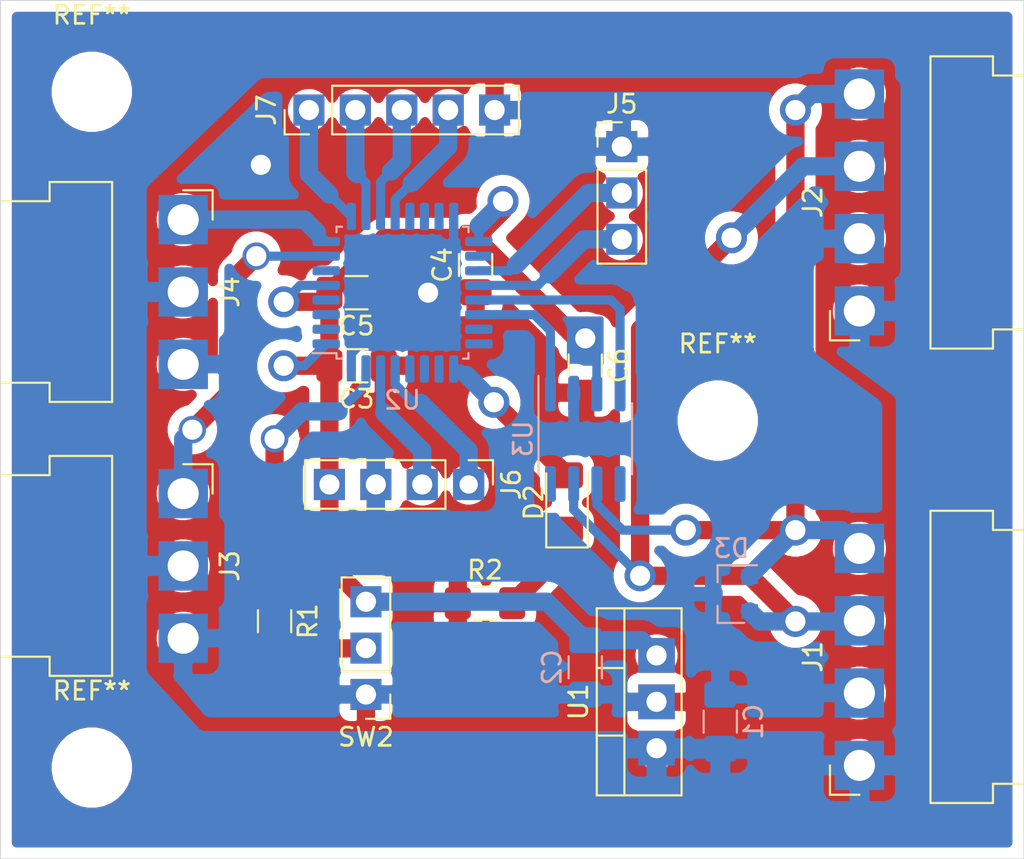
<source format=kicad_pcb>
(kicad_pcb (version 20171130) (host pcbnew "(5.1.4)-1")

  (general
    (thickness 1.6)
    (drawings 4)
    (tracks 135)
    (zones 0)
    (modules 26)
    (nets 37)
  )

  (page A4)
  (layers
    (0 F.Cu signal hide)
    (31 B.Cu signal)
    (32 B.Adhes user hide)
    (33 F.Adhes user hide)
    (34 B.Paste user hide)
    (35 F.Paste user hide)
    (36 B.SilkS user hide)
    (37 F.SilkS user hide)
    (38 B.Mask user hide)
    (39 F.Mask user hide)
    (40 Dwgs.User user hide)
    (41 Cmts.User user)
    (42 Eco1.User user)
    (43 Eco2.User user)
    (44 Edge.Cuts user)
    (45 Margin user)
    (46 B.CrtYd user)
    (47 F.CrtYd user)
    (48 B.Fab user)
    (49 F.Fab user)
  )

  (setup
    (last_trace_width 0.5)
    (user_trace_width 0.25)
    (user_trace_width 0.5)
    (user_trace_width 1)
    (user_trace_width 3)
    (trace_clearance 0.25)
    (zone_clearance 0.6)
    (zone_45_only no)
    (trace_min 0.2)
    (via_size 1.5)
    (via_drill 1.1)
    (via_min_size 1.5)
    (via_min_drill 1.1)
    (user_via 1.7 1.1)
    (uvia_size 0.3)
    (uvia_drill 0.1)
    (uvias_allowed no)
    (uvia_min_size 0.2)
    (uvia_min_drill 0.1)
    (edge_width 0.05)
    (segment_width 0.2)
    (pcb_text_width 0.3)
    (pcb_text_size 1.5 1.5)
    (mod_edge_width 0.12)
    (mod_text_size 1 1)
    (mod_text_width 0.15)
    (pad_size 0.9 0.8)
    (pad_drill 0)
    (pad_to_mask_clearance 0.051)
    (solder_mask_min_width 0.25)
    (aux_axis_origin 147 50)
    (visible_elements 7FF9FF7F)
    (pcbplotparams
      (layerselection 0x00000_ffffffff)
      (usegerberextensions false)
      (usegerberattributes false)
      (usegerberadvancedattributes false)
      (creategerberjobfile false)
      (excludeedgelayer true)
      (linewidth 0.100000)
      (plotframeref false)
      (viasonmask false)
      (mode 1)
      (useauxorigin false)
      (hpglpennumber 1)
      (hpglpenspeed 20)
      (hpglpendiameter 15.000000)
      (psnegative false)
      (psa4output false)
      (plotreference true)
      (plotvalue true)
      (plotinvisibletext false)
      (padsonsilk false)
      (subtractmaskfromsilk false)
      (outputformat 1)
      (mirror false)
      (drillshape 0)
      (scaleselection 1)
      (outputdirectory ""))
  )

  (net 0 "")
  (net 1 GND)
  (net 2 VIN)
  (net 3 3.3V)
  (net 4 "Net-(D2-Pad2)")
  (net 5 "Net-(D2-Pad1)")
  (net 6 CANL)
  (net 7 CANH)
  (net 8 PWM1)
  (net 9 PWM2)
  (net 10 USART_RX)
  (net 11 USART_TX)
  (net 12 I2C_SDA)
  (net 13 I2C_SCL)
  (net 14 "Net-(J7-Pad4)")
  (net 15 "Net-(J7-Pad3)")
  (net 16 "Net-(J7-Pad2)")
  (net 17 "Net-(J7-Pad1)")
  (net 18 "Net-(R1-Pad2)")
  (net 19 "Net-(R1-Pad1)")
  (net 20 CAN_TX)
  (net 21 CAN_RX)
  (net 22 "Net-(U2-Pad2)")
  (net 23 "Net-(U2-Pad3)")
  (net 24 "Net-(U2-Pad4)")
  (net 25 "Net-(U2-Pad6)")
  (net 26 "Net-(U2-Pad13)")
  (net 27 "Net-(U2-Pad14)")
  (net 28 "Net-(U2-Pad15)")
  (net 29 "Net-(U2-Pad18)")
  (net 30 "Net-(U2-Pad23)")
  (net 31 "Net-(U2-Pad24)")
  (net 32 "Net-(U2-Pad26)")
  (net 33 "Net-(U2-Pad27)")
  (net 34 "Net-(U2-Pad28)")
  (net 35 "Net-(U3-Pad8)")
  (net 36 "Net-(U3-Pad5)")

  (net_class Default "これはデフォルトのネット クラスです。"
    (clearance 0.25)
    (trace_width 0.5)
    (via_dia 1.5)
    (via_drill 1.1)
    (uvia_dia 0.3)
    (uvia_drill 0.1)
    (diff_pair_width 0.25)
    (diff_pair_gap 0.25)
    (add_net 3.3V)
    (add_net CAN_RX)
    (add_net CAN_TX)
    (add_net GND)
    (add_net I2C_SCL)
    (add_net I2C_SDA)
    (add_net "Net-(D2-Pad1)")
    (add_net "Net-(D2-Pad2)")
    (add_net "Net-(J7-Pad1)")
    (add_net "Net-(J7-Pad2)")
    (add_net "Net-(J7-Pad3)")
    (add_net "Net-(J7-Pad4)")
    (add_net "Net-(R1-Pad1)")
    (add_net "Net-(R1-Pad2)")
    (add_net "Net-(U2-Pad13)")
    (add_net "Net-(U2-Pad14)")
    (add_net "Net-(U2-Pad15)")
    (add_net "Net-(U2-Pad18)")
    (add_net "Net-(U2-Pad2)")
    (add_net "Net-(U2-Pad23)")
    (add_net "Net-(U2-Pad24)")
    (add_net "Net-(U2-Pad26)")
    (add_net "Net-(U2-Pad27)")
    (add_net "Net-(U2-Pad28)")
    (add_net "Net-(U2-Pad3)")
    (add_net "Net-(U2-Pad4)")
    (add_net "Net-(U2-Pad6)")
    (add_net "Net-(U3-Pad5)")
    (add_net "Net-(U3-Pad8)")
    (add_net PWM1)
    (add_net PWM2)
    (add_net USART_RX)
    (add_net USART_TX)
  )

  (net_class 3.3V ""
    (clearance 1)
    (trace_width 1)
    (via_dia 1.5)
    (via_drill 1.1)
    (uvia_dia 0.3)
    (uvia_drill 0.1)
    (diff_pair_width 0.25)
    (diff_pair_gap 0.25)
  )

  (net_class Power ""
    (clearance 0.6)
    (trace_width 1)
    (via_dia 1.5)
    (via_drill 1.1)
    (uvia_dia 0.3)
    (uvia_drill 0.1)
    (diff_pair_width 0.25)
    (diff_pair_gap 0.25)
    (add_net VIN)
  )

  (net_class Wide ""
    (clearance 0.6)
    (trace_width 0.5)
    (via_dia 1.5)
    (via_drill 1.1)
    (uvia_dia 0.3)
    (uvia_drill 0.1)
    (diff_pair_width 0.25)
    (diff_pair_gap 0.25)
    (add_net CANH)
    (add_net CANL)
  )

  (module MountingHole:MountingHole_3.2mm_M3 (layer F.Cu) (tedit 56D1B4CB) (tstamp 5E6859D0)
    (at 130.25 73)
    (descr "Mounting Hole 3.2mm, no annular, M3")
    (tags "mounting hole 3.2mm no annular m3")
    (attr virtual)
    (fp_text reference REF** (at 0 -4.2) (layer F.SilkS)
      (effects (font (size 1 1) (thickness 0.15)))
    )
    (fp_text value MountingHole_3.2mm_M3 (at 0 4.2) (layer F.Fab)
      (effects (font (size 1 1) (thickness 0.15)))
    )
    (fp_text user %R (at 0.3 0) (layer F.Fab)
      (effects (font (size 1 1) (thickness 0.15)))
    )
    (fp_circle (center 0 0) (end 3.2 0) (layer Cmts.User) (width 0.15))
    (fp_circle (center 0 0) (end 3.45 0) (layer F.CrtYd) (width 0.05))
    (pad 1 np_thru_hole circle (at 0 0) (size 3.2 3.2) (drill 3.2) (layers *.Cu *.Mask))
  )

  (module MountingHole:MountingHole_3.2mm_M3 (layer F.Cu) (tedit 56D1B4CB) (tstamp 5E6859BB)
    (at 96 92)
    (descr "Mounting Hole 3.2mm, no annular, M3")
    (tags "mounting hole 3.2mm no annular m3")
    (attr virtual)
    (fp_text reference REF** (at 0 -4.2) (layer F.SilkS)
      (effects (font (size 1 1) (thickness 0.15)))
    )
    (fp_text value MountingHole_3.2mm_M3 (at 0 3) (layer F.Fab)
      (effects (font (size 1 1) (thickness 0.15)))
    )
    (fp_text user %R (at 0 -2.5) (layer F.Fab)
      (effects (font (size 1 1) (thickness 0.15)))
    )
    (fp_circle (center 0 0) (end 3.2 0) (layer Cmts.User) (width 0.15))
    (fp_circle (center 0 0) (end 3.45 0) (layer F.CrtYd) (width 0.05))
    (pad 1 np_thru_hole circle (at 0 0) (size 3.2 3.2) (drill 3.2) (layers *.Cu *.Mask))
  )

  (module "" (layer F.Cu) (tedit 0) (tstamp 5E6859AC)
    (at 151 58)
    (fp_text reference "" (at 105 105) (layer F.SilkS)
      (effects (font (size 1.27 1.27) (thickness 0.15)))
    )
    (fp_text value "" (at 105 105) (layer F.SilkS)
      (effects (font (size 1.27 1.27) (thickness 0.15)))
    )
    (fp_text user %R (at 105.3 105) (layer F.Fab)
      (effects (font (size 1 1) (thickness 0.15)))
    )
  )

  (module "" (layer F.Cu) (tedit 0) (tstamp 5E6860EA)
    (at 152 60)
    (fp_text reference "" (at 105 105) (layer F.SilkS)
      (effects (font (size 1.27 1.27) (thickness 0.15)))
    )
    (fp_text value "" (at 105 105) (layer F.SilkS)
      (effects (font (size 1.27 1.27) (thickness 0.15)))
    )
    (fp_text user %R (at 105.3 105) (layer F.Fab)
      (effects (font (size 1 1) (thickness 0.15)))
    )
  )

  (module MountingHole:MountingHole_3.2mm_M3 (layer F.Cu) (tedit 56D1B4CB) (tstamp 5E6860D8)
    (at 96 55)
    (descr "Mounting Hole 3.2mm, no annular, M3")
    (tags "mounting hole 3.2mm no annular m3")
    (attr virtual)
    (fp_text reference REF** (at 0 -4.2) (layer F.SilkS)
      (effects (font (size 1 1) (thickness 0.15)))
    )
    (fp_text value MountingHole_3.2mm_M3 (at 0 4.2) (layer F.Fab)
      (effects (font (size 1 1) (thickness 0.15)))
    )
    (fp_circle (center 0 0) (end 3.45 0) (layer F.CrtYd) (width 0.05))
    (fp_circle (center 0 0) (end 3.2 0) (layer Cmts.User) (width 0.15))
    (fp_text user %R (at 0.3 0) (layer F.Fab)
      (effects (font (size 1 1) (thickness 0.15)))
    )
    (pad 1 np_thru_hole circle (at 0 0) (size 3.2 3.2) (drill 3.2) (layers *.Cu *.Mask))
  )

  (module Connector_JST:JST_VH_B4PS-VH_1x04_P3.96mm_Horizontal (layer F.Cu) (tedit 5E611787) (tstamp 5E685A66)
    (at 138 67 90)
    (descr "JST VH series connector, B4PS-VH (http://www.jst-mfg.com/product/pdf/eng/eVH.pdf), generated with kicad-footprint-generator")
    (tags "connector JST VH top entry")
    (path /5DF37557)
    (fp_text reference J2 (at 5.94 -2.55 90) (layer F.SilkS)
      (effects (font (size 1 1) (thickness 0.15)))
    )
    (fp_text value VH_CAN (at 5.94 16.1 90) (layer F.Fab)
      (effects (font (size 1 1) (thickness 0.15)))
    )
    (fp_line (start -0.9 4) (end -0.9 13.4) (layer F.Fab) (width 0.1))
    (fp_line (start -0.9 13.4) (end 12.78 13.4) (layer F.Fab) (width 0.1))
    (fp_line (start 12.78 13.4) (end 12.78 4) (layer F.Fab) (width 0.1))
    (fp_line (start 12.78 4) (end -0.9 4) (layer F.Fab) (width 0.1))
    (fp_line (start 12.78 4) (end 13.83 4) (layer F.Fab) (width 0.1))
    (fp_line (start 13.83 4) (end 13.83 7.2) (layer F.Fab) (width 0.1))
    (fp_line (start 13.83 7.2) (end 12.78 7.2) (layer F.Fab) (width 0.1))
    (fp_line (start -0.9 7.2) (end -1.95 7.2) (layer F.Fab) (width 0.1))
    (fp_line (start -1.95 7.2) (end -1.95 4) (layer F.Fab) (width 0.1))
    (fp_line (start -1.95 4) (end -0.9 4) (layer F.Fab) (width 0.1))
    (fp_line (start -0.8 4) (end 0 4.8) (layer F.Fab) (width 0.1))
    (fp_line (start 0 4.8) (end 0.8 4) (layer F.Fab) (width 0.1))
    (fp_line (start -0.7 4) (end -0.7 0) (layer F.Fab) (width 0.1))
    (fp_line (start -0.7 0) (end 0.7 0) (layer F.Fab) (width 0.1))
    (fp_line (start 0.7 0) (end 0.7 4) (layer F.Fab) (width 0.1))
    (fp_line (start -0.7 13.4) (end -0.7 14.9) (layer F.Fab) (width 0.1))
    (fp_line (start -0.7 14.9) (end 0.7 14.9) (layer F.Fab) (width 0.1))
    (fp_line (start 0.7 14.9) (end 0.7 13.4) (layer F.Fab) (width 0.1))
    (fp_line (start 3.26 4) (end 3.26 0) (layer F.Fab) (width 0.1))
    (fp_line (start 3.26 0) (end 4.66 0) (layer F.Fab) (width 0.1))
    (fp_line (start 4.66 0) (end 4.66 4) (layer F.Fab) (width 0.1))
    (fp_line (start 3.26 13.4) (end 3.26 14.9) (layer F.Fab) (width 0.1))
    (fp_line (start 3.26 14.9) (end 4.66 14.9) (layer F.Fab) (width 0.1))
    (fp_line (start 4.66 14.9) (end 4.66 13.4) (layer F.Fab) (width 0.1))
    (fp_line (start 7.22 4) (end 7.22 0) (layer F.Fab) (width 0.1))
    (fp_line (start 7.22 0) (end 8.62 0) (layer F.Fab) (width 0.1))
    (fp_line (start 8.62 0) (end 8.62 4) (layer F.Fab) (width 0.1))
    (fp_line (start 7.22 13.4) (end 7.22 14.9) (layer F.Fab) (width 0.1))
    (fp_line (start 7.22 14.9) (end 8.62 14.9) (layer F.Fab) (width 0.1))
    (fp_line (start 8.62 14.9) (end 8.62 13.4) (layer F.Fab) (width 0.1))
    (fp_line (start 11.18 4) (end 11.18 0) (layer F.Fab) (width 0.1))
    (fp_line (start 11.18 0) (end 12.58 0) (layer F.Fab) (width 0.1))
    (fp_line (start 12.58 0) (end 12.58 4) (layer F.Fab) (width 0.1))
    (fp_line (start 11.18 13.4) (end 11.18 14.9) (layer F.Fab) (width 0.1))
    (fp_line (start 11.18 14.9) (end 12.58 14.9) (layer F.Fab) (width 0.1))
    (fp_line (start 12.58 14.9) (end 12.58 13.4) (layer F.Fab) (width 0.1))
    (fp_line (start -2.45 -1.85) (end -2.45 15.4) (layer F.CrtYd) (width 0.05))
    (fp_line (start -2.45 15.4) (end 14.33 15.4) (layer F.CrtYd) (width 0.05))
    (fp_line (start 14.33 15.4) (end 14.33 -1.85) (layer F.CrtYd) (width 0.05))
    (fp_line (start 14.33 -1.85) (end -2.45 -1.85) (layer F.CrtYd) (width 0.05))
    (fp_line (start -2.06 3.89) (end 13.94 3.89) (layer F.SilkS) (width 0.12))
    (fp_line (start 13.94 3.89) (end 13.94 7.31) (layer F.SilkS) (width 0.12))
    (fp_line (start 13.94 7.31) (end 12.89 7.31) (layer F.SilkS) (width 0.12))
    (fp_line (start 12.89 7.31) (end 12.89 13.51) (layer F.SilkS) (width 0.12))
    (fp_line (start 12.89 13.51) (end -1.01 13.51) (layer F.SilkS) (width 0.12))
    (fp_line (start -1.01 13.51) (end -1.01 7.31) (layer F.SilkS) (width 0.12))
    (fp_line (start -1.01 7.31) (end -2.06 7.31) (layer F.SilkS) (width 0.12))
    (fp_line (start -2.06 7.31) (end -2.06 3.89) (layer F.SilkS) (width 0.12))
    (fp_line (start -0.82 13.51) (end -0.82 15.01) (layer F.SilkS) (width 0.12))
    (fp_line (start -0.82 15.01) (end 0.82 15.01) (layer F.SilkS) (width 0.12))
    (fp_line (start 0.82 15.01) (end 0.82 13.51) (layer F.SilkS) (width 0.12))
    (fp_line (start 3.14 13.51) (end 3.14 15.01) (layer F.SilkS) (width 0.12))
    (fp_line (start 3.14 15.01) (end 4.78 15.01) (layer F.SilkS) (width 0.12))
    (fp_line (start 4.78 15.01) (end 4.78 13.51) (layer F.SilkS) (width 0.12))
    (fp_line (start 7.1 13.51) (end 7.1 15.01) (layer F.SilkS) (width 0.12))
    (fp_line (start 7.1 15.01) (end 8.74 15.01) (layer F.SilkS) (width 0.12))
    (fp_line (start 8.74 15.01) (end 8.74 13.51) (layer F.SilkS) (width 0.12))
    (fp_line (start 11.06 13.51) (end 11.06 15.01) (layer F.SilkS) (width 0.12))
    (fp_line (start 11.06 15.01) (end 12.7 15.01) (layer F.SilkS) (width 0.12))
    (fp_line (start 12.7 15.01) (end 12.7 13.51) (layer F.SilkS) (width 0.12))
    (fp_line (start 0 -1.61) (end -1.61 -1.61) (layer F.SilkS) (width 0.12))
    (fp_line (start -1.61 -1.61) (end -1.61 0) (layer F.SilkS) (width 0.12))
    (fp_text user %R (at 5.94 9.45 90) (layer F.Fab)
      (effects (font (size 1 1) (thickness 0.15)))
    )
    (pad 1 thru_hole rect (at 0 0 90) (size 2.7 2.7) (drill 1.7) (layers B.Cu B.Mask)
      (net 2 VIN))
    (pad 2 thru_hole rect (at 3.96 0 90) (size 2.7 2.7) (drill 1.7) (layers B.Cu B.Mask)
      (net 1 GND))
    (pad 3 thru_hole rect (at 7.92 0 90) (size 2.7 2.7) (drill 1.7) (layers B.Cu B.Mask)
      (net 7 CANH))
    (pad 4 thru_hole rect (at 11.88 0 90) (size 2.7 2.7) (drill 1.7) (layers B.Cu B.Mask)
      (net 6 CANL))
    (model ${KISYS3DMOD}/Connector_JST.3dshapes/JST_VH_B4PS-VH_1x04_P3.96mm_Horizontal.wrl
      (at (xyz 0 0 0))
      (scale (xyz 1 1 1))
      (rotate (xyz 0 0 0))
    )
  )

  (module Connector_JST:JST_VH_B4PS-VH_1x04_P3.96mm_Horizontal (layer F.Cu) (tedit 5E61176E) (tstamp 5E685C1C)
    (at 138 91.88 90)
    (descr "JST VH series connector, B4PS-VH (http://www.jst-mfg.com/product/pdf/eng/eVH.pdf), generated with kicad-footprint-generator")
    (tags "connector JST VH top entry")
    (path /5DF3AD74)
    (fp_text reference J1 (at 5.94 -2.55 90) (layer F.SilkS)
      (effects (font (size 1 1) (thickness 0.15)))
    )
    (fp_text value VH_CAN (at 5.94 16.1 90) (layer F.Fab)
      (effects (font (size 1 1) (thickness 0.15)))
    )
    (fp_line (start -0.9 4) (end -0.9 13.4) (layer F.Fab) (width 0.1))
    (fp_line (start -0.9 13.4) (end 12.78 13.4) (layer F.Fab) (width 0.1))
    (fp_line (start 12.78 13.4) (end 12.78 4) (layer F.Fab) (width 0.1))
    (fp_line (start 12.78 4) (end -0.9 4) (layer F.Fab) (width 0.1))
    (fp_line (start 12.78 4) (end 13.83 4) (layer F.Fab) (width 0.1))
    (fp_line (start 13.83 4) (end 13.83 7.2) (layer F.Fab) (width 0.1))
    (fp_line (start 13.83 7.2) (end 12.78 7.2) (layer F.Fab) (width 0.1))
    (fp_line (start -0.9 7.2) (end -1.95 7.2) (layer F.Fab) (width 0.1))
    (fp_line (start -1.95 7.2) (end -1.95 4) (layer F.Fab) (width 0.1))
    (fp_line (start -1.95 4) (end -0.9 4) (layer F.Fab) (width 0.1))
    (fp_line (start -0.8 4) (end 0 4.8) (layer F.Fab) (width 0.1))
    (fp_line (start 0 4.8) (end 0.8 4) (layer F.Fab) (width 0.1))
    (fp_line (start -0.7 4) (end -0.7 0) (layer F.Fab) (width 0.1))
    (fp_line (start -0.7 0) (end 0.7 0) (layer F.Fab) (width 0.1))
    (fp_line (start 0.7 0) (end 0.7 4) (layer F.Fab) (width 0.1))
    (fp_line (start -0.7 13.4) (end -0.7 14.9) (layer F.Fab) (width 0.1))
    (fp_line (start -0.7 14.9) (end 0.7 14.9) (layer F.Fab) (width 0.1))
    (fp_line (start 0.7 14.9) (end 0.7 13.4) (layer F.Fab) (width 0.1))
    (fp_line (start 3.26 4) (end 3.26 0) (layer F.Fab) (width 0.1))
    (fp_line (start 3.26 0) (end 4.66 0) (layer F.Fab) (width 0.1))
    (fp_line (start 4.66 0) (end 4.66 4) (layer F.Fab) (width 0.1))
    (fp_line (start 3.26 13.4) (end 3.26 14.9) (layer F.Fab) (width 0.1))
    (fp_line (start 3.26 14.9) (end 4.66 14.9) (layer F.Fab) (width 0.1))
    (fp_line (start 4.66 14.9) (end 4.66 13.4) (layer F.Fab) (width 0.1))
    (fp_line (start 7.22 4) (end 7.22 0) (layer F.Fab) (width 0.1))
    (fp_line (start 7.22 0) (end 8.62 0) (layer F.Fab) (width 0.1))
    (fp_line (start 8.62 0) (end 8.62 4) (layer F.Fab) (width 0.1))
    (fp_line (start 7.22 13.4) (end 7.22 14.9) (layer F.Fab) (width 0.1))
    (fp_line (start 7.22 14.9) (end 8.62 14.9) (layer F.Fab) (width 0.1))
    (fp_line (start 8.62 14.9) (end 8.62 13.4) (layer F.Fab) (width 0.1))
    (fp_line (start 11.18 4) (end 11.18 0) (layer F.Fab) (width 0.1))
    (fp_line (start 11.18 0) (end 12.58 0) (layer F.Fab) (width 0.1))
    (fp_line (start 12.58 0) (end 12.58 4) (layer F.Fab) (width 0.1))
    (fp_line (start 11.18 13.4) (end 11.18 14.9) (layer F.Fab) (width 0.1))
    (fp_line (start 11.18 14.9) (end 12.58 14.9) (layer F.Fab) (width 0.1))
    (fp_line (start 12.58 14.9) (end 12.58 13.4) (layer F.Fab) (width 0.1))
    (fp_line (start -2.45 -1.85) (end -2.45 15.4) (layer F.CrtYd) (width 0.05))
    (fp_line (start -2.45 15.4) (end 14.33 15.4) (layer F.CrtYd) (width 0.05))
    (fp_line (start 14.33 15.4) (end 14.33 -1.85) (layer F.CrtYd) (width 0.05))
    (fp_line (start 14.33 -1.85) (end -2.45 -1.85) (layer F.CrtYd) (width 0.05))
    (fp_line (start -2.06 3.89) (end 13.94 3.89) (layer F.SilkS) (width 0.12))
    (fp_line (start 13.94 3.89) (end 13.94 7.31) (layer F.SilkS) (width 0.12))
    (fp_line (start 13.94 7.31) (end 12.89 7.31) (layer F.SilkS) (width 0.12))
    (fp_line (start 12.89 7.31) (end 12.89 13.51) (layer F.SilkS) (width 0.12))
    (fp_line (start 12.89 13.51) (end -1.01 13.51) (layer F.SilkS) (width 0.12))
    (fp_line (start -1.01 13.51) (end -1.01 7.31) (layer F.SilkS) (width 0.12))
    (fp_line (start -1.01 7.31) (end -2.06 7.31) (layer F.SilkS) (width 0.12))
    (fp_line (start -2.06 7.31) (end -2.06 3.89) (layer F.SilkS) (width 0.12))
    (fp_line (start -0.82 13.51) (end -0.82 15.01) (layer F.SilkS) (width 0.12))
    (fp_line (start -0.82 15.01) (end 0.82 15.01) (layer F.SilkS) (width 0.12))
    (fp_line (start 0.82 15.01) (end 0.82 13.51) (layer F.SilkS) (width 0.12))
    (fp_line (start 3.14 13.51) (end 3.14 15.01) (layer F.SilkS) (width 0.12))
    (fp_line (start 3.14 15.01) (end 4.78 15.01) (layer F.SilkS) (width 0.12))
    (fp_line (start 4.78 15.01) (end 4.78 13.51) (layer F.SilkS) (width 0.12))
    (fp_line (start 7.1 13.51) (end 7.1 15.01) (layer F.SilkS) (width 0.12))
    (fp_line (start 7.1 15.01) (end 8.74 15.01) (layer F.SilkS) (width 0.12))
    (fp_line (start 8.74 15.01) (end 8.74 13.51) (layer F.SilkS) (width 0.12))
    (fp_line (start 11.06 13.51) (end 11.06 15.01) (layer F.SilkS) (width 0.12))
    (fp_line (start 11.06 15.01) (end 12.7 15.01) (layer F.SilkS) (width 0.12))
    (fp_line (start 12.7 15.01) (end 12.7 13.51) (layer F.SilkS) (width 0.12))
    (fp_line (start 0 -1.61) (end -1.61 -1.61) (layer F.SilkS) (width 0.12))
    (fp_line (start -1.61 -1.61) (end -1.61 0) (layer F.SilkS) (width 0.12))
    (fp_text user %R (at 5.94 9.45 90) (layer F.Fab)
      (effects (font (size 1 1) (thickness 0.15)))
    )
    (pad 1 thru_hole rect (at 0 0 90) (size 2.7 2.7) (drill 1.7) (layers B.Cu B.Mask)
      (net 2 VIN))
    (pad 2 thru_hole rect (at 3.96 0 90) (size 2.7 2.7) (drill 1.7) (layers B.Cu B.Mask)
      (net 1 GND))
    (pad 3 thru_hole rect (at 7.92 0 90) (size 2.7 2.7) (drill 1.7) (layers B.Cu B.Mask)
      (net 7 CANH))
    (pad 4 thru_hole rect (at 11.88 0 90) (size 2.7 2.7) (drill 1.7) (layers B.Cu B.Mask)
      (net 6 CANL))
    (model ${KISYS3DMOD}/Connector_JST.3dshapes/JST_VH_B4PS-VH_1x04_P3.96mm_Horizontal.wrl
      (at (xyz 0 0 0))
      (scale (xyz 1 1 1))
      (rotate (xyz 0 0 0))
    )
  )

  (module Connector_PinHeader_2.54mm:PinHeader_1x05_P2.54mm_Vertical (layer F.Cu) (tedit 5E636AB0) (tstamp 5E685EA0)
    (at 107.88 56 90)
    (descr "Through hole straight pin header, 1x05, 2.54mm pitch, single row")
    (tags "Through hole pin header THT 1x05 2.54mm single row")
    (path /5E5FC620)
    (fp_text reference J7 (at 0 -2.33 90) (layer F.SilkS)
      (effects (font (size 1 1) (thickness 0.15)))
    )
    (fp_text value Conn_01x05 (at 0 12.49 90) (layer F.Fab)
      (effects (font (size 1 1) (thickness 0.15)))
    )
    (fp_line (start -0.635 -1.27) (end 1.27 -1.27) (layer F.Fab) (width 0.1))
    (fp_line (start 1.27 -1.27) (end 1.27 11.43) (layer F.Fab) (width 0.1))
    (fp_line (start 1.27 11.43) (end -1.27 11.43) (layer F.Fab) (width 0.1))
    (fp_line (start -1.27 11.43) (end -1.27 -0.635) (layer F.Fab) (width 0.1))
    (fp_line (start -1.27 -0.635) (end -0.635 -1.27) (layer F.Fab) (width 0.1))
    (fp_line (start -1.33 11.49) (end 1.33 11.49) (layer F.SilkS) (width 0.12))
    (fp_line (start -1.33 1.27) (end -1.33 11.49) (layer F.SilkS) (width 0.12))
    (fp_line (start 1.33 1.27) (end 1.33 11.49) (layer F.SilkS) (width 0.12))
    (fp_line (start -1.33 1.27) (end 1.33 1.27) (layer F.SilkS) (width 0.12))
    (fp_line (start -1.33 0) (end -1.33 -1.33) (layer F.SilkS) (width 0.12))
    (fp_line (start -1.33 -1.33) (end 0 -1.33) (layer F.SilkS) (width 0.12))
    (fp_line (start -1.8 -1.8) (end -1.8 11.95) (layer F.CrtYd) (width 0.05))
    (fp_line (start -1.8 11.95) (end 1.8 11.95) (layer F.CrtYd) (width 0.05))
    (fp_line (start 1.8 11.95) (end 1.8 -1.8) (layer F.CrtYd) (width 0.05))
    (fp_line (start 1.8 -1.8) (end -1.8 -1.8) (layer F.CrtYd) (width 0.05))
    (fp_text user %R (at 0 5.08) (layer F.Fab)
      (effects (font (size 1 1) (thickness 0.15)))
    )
    (pad 1 thru_hole rect (at 0 0 90) (size 1.7 1.7) (drill 1.1) (layers B.Cu B.Mask)
      (net 17 "Net-(J7-Pad1)"))
    (pad 2 thru_hole rect (at 0 2.54 90) (size 1.7 1.7) (drill 1.1) (layers B.Cu B.Mask)
      (net 16 "Net-(J7-Pad2)"))
    (pad 3 thru_hole rect (at 0 5.08 90) (size 1.7 1.7) (drill 1.1) (layers B.Cu B.Mask)
      (net 15 "Net-(J7-Pad3)"))
    (pad 4 thru_hole rect (at 0 7.62 90) (size 1.7 1.7) (drill 1.1) (layers B.Cu B.Mask)
      (net 14 "Net-(J7-Pad4)"))
    (pad 5 thru_hole rect (at 0 10.16 90) (size 1.7 1.7) (drill 1.1) (layers *.Cu *.Mask)
      (net 1 GND))
    (model ${KISYS3DMOD}/Connector_PinHeader_2.54mm.3dshapes/PinHeader_1x05_P2.54mm_Vertical.wrl
      (at (xyz 0 0 0))
      (scale (xyz 1 1 1))
      (rotate (xyz 0 0 0))
    )
  )

  (module Connector_PinHeader_2.54mm:PinHeader_1x04_P2.54mm_Vertical (layer F.Cu) (tedit 5E636BCC) (tstamp 5E685E5A)
    (at 116.62 76.5 270)
    (descr "Through hole straight pin header, 1x04, 2.54mm pitch, single row")
    (tags "Through hole pin header THT 1x04 2.54mm single row")
    (path /5E087F68)
    (fp_text reference J6 (at 0 -2.33 90) (layer F.SilkS)
      (effects (font (size 1 1) (thickness 0.15)))
    )
    (fp_text value I2C (at 0 9.95 90) (layer F.Fab)
      (effects (font (size 1 1) (thickness 0.15)))
    )
    (fp_line (start -0.635 -1.27) (end 1.27 -1.27) (layer F.Fab) (width 0.1))
    (fp_line (start 1.27 -1.27) (end 1.27 8.89) (layer F.Fab) (width 0.1))
    (fp_line (start 1.27 8.89) (end -1.27 8.89) (layer F.Fab) (width 0.1))
    (fp_line (start -1.27 8.89) (end -1.27 -0.635) (layer F.Fab) (width 0.1))
    (fp_line (start -1.27 -0.635) (end -0.635 -1.27) (layer F.Fab) (width 0.1))
    (fp_line (start -1.33 8.95) (end 1.33 8.95) (layer F.SilkS) (width 0.12))
    (fp_line (start -1.33 1.27) (end -1.33 8.95) (layer F.SilkS) (width 0.12))
    (fp_line (start 1.33 1.27) (end 1.33 8.95) (layer F.SilkS) (width 0.12))
    (fp_line (start -1.33 1.27) (end 1.33 1.27) (layer F.SilkS) (width 0.12))
    (fp_line (start -1.33 0) (end -1.33 -1.33) (layer F.SilkS) (width 0.12))
    (fp_line (start -1.33 -1.33) (end 0 -1.33) (layer F.SilkS) (width 0.12))
    (fp_line (start -1.8 -1.8) (end -1.8 9.4) (layer F.CrtYd) (width 0.05))
    (fp_line (start -1.8 9.4) (end 1.8 9.4) (layer F.CrtYd) (width 0.05))
    (fp_line (start 1.8 9.4) (end 1.8 -1.8) (layer F.CrtYd) (width 0.05))
    (fp_line (start 1.8 -1.8) (end -1.8 -1.8) (layer F.CrtYd) (width 0.05))
    (fp_text user %R (at 0 3.81) (layer F.Fab)
      (effects (font (size 1 1) (thickness 0.15)))
    )
    (pad 1 thru_hole rect (at 0 0 270) (size 1.7 1.7) (drill 1) (layers B.Cu B.Mask)
      (net 13 I2C_SCL))
    (pad 2 thru_hole rect (at 0 2.54 270) (size 1.7 1.7) (drill 1.1) (layers B.Cu B.Mask)
      (net 12 I2C_SDA))
    (pad 3 thru_hole rect (at 0 5.08 270) (size 1.7 1.7) (drill 1.1) (layers *.Cu *.Mask)
      (net 1 GND))
    (pad 4 thru_hole rect (at 0 7.62 270) (size 1.7 1.7) (drill 1.1) (layers *.Cu *.Mask)
      (net 3 3.3V))
    (model ${KISYS3DMOD}/Connector_PinHeader_2.54mm.3dshapes/PinHeader_1x04_P2.54mm_Vertical.wrl
      (at (xyz 0 0 0))
      (scale (xyz 1 1 1))
      (rotate (xyz 0 0 0))
    )
  )

  (module Connector_PinHeader_2.54mm:PinHeader_1x03_P2.54mm_Vertical (layer F.Cu) (tedit 5E636BBF) (tstamp 5E6859F4)
    (at 125 58)
    (descr "Through hole straight pin header, 1x03, 2.54mm pitch, single row")
    (tags "Through hole pin header THT 1x03 2.54mm single row")
    (path /5E012346)
    (fp_text reference J5 (at 0 -2.33) (layer F.SilkS)
      (effects (font (size 1 1) (thickness 0.15)))
    )
    (fp_text value USART (at 0 7.41) (layer F.Fab)
      (effects (font (size 1 1) (thickness 0.15)))
    )
    (fp_line (start -0.635 -1.27) (end 1.27 -1.27) (layer F.Fab) (width 0.1))
    (fp_line (start 1.27 -1.27) (end 1.27 6.35) (layer F.Fab) (width 0.1))
    (fp_line (start 1.27 6.35) (end -1.27 6.35) (layer F.Fab) (width 0.1))
    (fp_line (start -1.27 6.35) (end -1.27 -0.635) (layer F.Fab) (width 0.1))
    (fp_line (start -1.27 -0.635) (end -0.635 -1.27) (layer F.Fab) (width 0.1))
    (fp_line (start -1.33 6.41) (end 1.33 6.41) (layer F.SilkS) (width 0.12))
    (fp_line (start -1.33 1.27) (end -1.33 6.41) (layer F.SilkS) (width 0.12))
    (fp_line (start 1.33 1.27) (end 1.33 6.41) (layer F.SilkS) (width 0.12))
    (fp_line (start -1.33 1.27) (end 1.33 1.27) (layer F.SilkS) (width 0.12))
    (fp_line (start -1.33 0) (end -1.33 -1.33) (layer F.SilkS) (width 0.12))
    (fp_line (start -1.33 -1.33) (end 0 -1.33) (layer F.SilkS) (width 0.12))
    (fp_line (start -1.8 -1.8) (end -1.8 6.85) (layer F.CrtYd) (width 0.05))
    (fp_line (start -1.8 6.85) (end 1.8 6.85) (layer F.CrtYd) (width 0.05))
    (fp_line (start 1.8 6.85) (end 1.8 -1.8) (layer F.CrtYd) (width 0.05))
    (fp_line (start 1.8 -1.8) (end -1.8 -1.8) (layer F.CrtYd) (width 0.05))
    (fp_text user %R (at 0 2.54 -270) (layer F.Fab)
      (effects (font (size 1 1) (thickness 0.15)))
    )
    (pad 1 thru_hole rect (at 0 0) (size 1.7 1.7) (drill 1.1) (layers *.Cu *.Mask)
      (net 1 GND))
    (pad 2 thru_hole rect (at 0 2.54) (size 1.7 1.7) (drill 1.1) (layers B.Cu B.Mask)
      (net 11 USART_TX))
    (pad 3 thru_hole rect (at 0 5.08) (size 1.7 1.7) (drill 1.1) (layers B.Cu B.Mask)
      (net 10 USART_RX))
    (model ${KISYS3DMOD}/Connector_PinHeader_2.54mm.3dshapes/PinHeader_1x03_P2.54mm_Vertical.wrl
      (at (xyz 0 0 0))
      (scale (xyz 1 1 1))
      (rotate (xyz 0 0 0))
    )
  )

  (module Package_SO:SOIC-8_3.9x4.9mm_P1.27mm (layer B.Cu) (tedit 5C97300E) (tstamp 5E68609F)
    (at 123 74 270)
    (descr "SOIC, 8 Pin (JEDEC MS-012AA, https://www.analog.com/media/en/package-pcb-resources/package/pkg_pdf/soic_narrow-r/r_8.pdf), generated with kicad-footprint-generator ipc_gullwing_generator.py")
    (tags "SOIC SO")
    (path /5DFFCCCF)
    (attr smd)
    (fp_text reference U3 (at 0 3.4 90) (layer B.SilkS)
      (effects (font (size 1 1) (thickness 0.15)) (justify mirror))
    )
    (fp_text value SN65HVD232 (at 0 -3.4 90) (layer B.Fab)
      (effects (font (size 1 1) (thickness 0.15)) (justify mirror))
    )
    (fp_text user %R (at 0 0 90) (layer B.Fab)
      (effects (font (size 0.98 0.98) (thickness 0.15)) (justify mirror))
    )
    (fp_line (start 3.7 2.7) (end -3.7 2.7) (layer B.CrtYd) (width 0.05))
    (fp_line (start 3.7 -2.7) (end 3.7 2.7) (layer B.CrtYd) (width 0.05))
    (fp_line (start -3.7 -2.7) (end 3.7 -2.7) (layer B.CrtYd) (width 0.05))
    (fp_line (start -3.7 2.7) (end -3.7 -2.7) (layer B.CrtYd) (width 0.05))
    (fp_line (start -1.95 1.475) (end -0.975 2.45) (layer B.Fab) (width 0.1))
    (fp_line (start -1.95 -2.45) (end -1.95 1.475) (layer B.Fab) (width 0.1))
    (fp_line (start 1.95 -2.45) (end -1.95 -2.45) (layer B.Fab) (width 0.1))
    (fp_line (start 1.95 2.45) (end 1.95 -2.45) (layer B.Fab) (width 0.1))
    (fp_line (start -0.975 2.45) (end 1.95 2.45) (layer B.Fab) (width 0.1))
    (fp_line (start 0 2.56) (end -3.45 2.56) (layer B.SilkS) (width 0.12))
    (fp_line (start 0 2.56) (end 1.95 2.56) (layer B.SilkS) (width 0.12))
    (fp_line (start 0 -2.56) (end -1.95 -2.56) (layer B.SilkS) (width 0.12))
    (fp_line (start 0 -2.56) (end 1.95 -2.56) (layer B.SilkS) (width 0.12))
    (pad 8 smd roundrect (at 2.475 1.905 270) (size 1.95 0.6) (layers B.Cu B.Paste B.Mask) (roundrect_rratio 0.25)
      (net 35 "Net-(U3-Pad8)"))
    (pad 7 smd roundrect (at 2.475 0.635 270) (size 1.95 0.6) (layers B.Cu B.Paste B.Mask) (roundrect_rratio 0.25)
      (net 7 CANH))
    (pad 6 smd roundrect (at 2.475 -0.635 270) (size 1.95 0.6) (layers B.Cu B.Paste B.Mask) (roundrect_rratio 0.25)
      (net 6 CANL))
    (pad 5 smd roundrect (at 2.475 -1.905 270) (size 1.95 0.6) (layers B.Cu B.Paste B.Mask) (roundrect_rratio 0.25)
      (net 36 "Net-(U3-Pad5)"))
    (pad 4 smd roundrect (at -2.475 -1.905 270) (size 1.95 0.6) (layers B.Cu B.Paste B.Mask) (roundrect_rratio 0.25)
      (net 21 CAN_RX))
    (pad 3 smd roundrect (at -2.475 -0.635 270) (size 1.95 0.6) (layers B.Cu B.Paste B.Mask) (roundrect_rratio 0.25)
      (net 3 3.3V))
    (pad 2 smd roundrect (at -2.475 0.635 270) (size 1.95 0.6) (layers B.Cu B.Paste B.Mask) (roundrect_rratio 0.25)
      (net 1 GND))
    (pad 1 smd roundrect (at -2.475 1.905 270) (size 1.95 0.6) (layers B.Cu B.Paste B.Mask) (roundrect_rratio 0.25)
      (net 20 CAN_TX))
    (model ${KISYS3DMOD}/Package_SO.3dshapes/SOIC-8_3.9x4.9mm_P1.27mm.wrl
      (at (xyz 0 0 0))
      (scale (xyz 1 1 1))
      (rotate (xyz 0 0 0))
    )
  )

  (module Package_QFP:LQFP-32_7x7mm_P0.8mm (layer B.Cu) (tedit 5E6111FF) (tstamp 5E685FF2)
    (at 113 66)
    (descr "LQFP, 32 Pin (https://www.nxp.com/docs/en/package-information/SOT358-1.pdf), generated with kicad-footprint-generator ipc_gullwing_generator.py")
    (tags "LQFP QFP")
    (path /5DF3574F)
    (attr smd)
    (fp_text reference U2 (at 0 5.88) (layer B.SilkS)
      (effects (font (size 1 1) (thickness 0.15)) (justify mirror))
    )
    (fp_text value STM32F303K8Tx (at 0 -5.88) (layer B.Fab)
      (effects (font (size 1 1) (thickness 0.15)) (justify mirror))
    )
    (fp_line (start 3.31 -3.61) (end 3.61 -3.61) (layer B.SilkS) (width 0.12))
    (fp_line (start 3.61 -3.61) (end 3.61 -3.31) (layer B.SilkS) (width 0.12))
    (fp_line (start -3.31 -3.61) (end -3.61 -3.61) (layer B.SilkS) (width 0.12))
    (fp_line (start -3.61 -3.61) (end -3.61 -3.31) (layer B.SilkS) (width 0.12))
    (fp_line (start 3.31 3.61) (end 3.61 3.61) (layer B.SilkS) (width 0.12))
    (fp_line (start 3.61 3.61) (end 3.61 3.31) (layer B.SilkS) (width 0.12))
    (fp_line (start -3.31 3.61) (end -3.61 3.61) (layer B.SilkS) (width 0.12))
    (fp_line (start -3.61 3.61) (end -3.61 3.31) (layer B.SilkS) (width 0.12))
    (fp_line (start -3.61 3.31) (end -4.925 3.31) (layer B.SilkS) (width 0.12))
    (fp_line (start -2.5 3.5) (end 3.5 3.5) (layer B.Fab) (width 0.1))
    (fp_line (start 3.5 3.5) (end 3.5 -3.5) (layer B.Fab) (width 0.1))
    (fp_line (start 3.5 -3.5) (end -3.5 -3.5) (layer B.Fab) (width 0.1))
    (fp_line (start -3.5 -3.5) (end -3.5 2.5) (layer B.Fab) (width 0.1))
    (fp_line (start -3.5 2.5) (end -2.5 3.5) (layer B.Fab) (width 0.1))
    (fp_line (start 0 5.18) (end -3.3 5.18) (layer B.CrtYd) (width 0.05))
    (fp_line (start -3.3 5.18) (end -3.3 3.75) (layer B.CrtYd) (width 0.05))
    (fp_line (start -3.3 3.75) (end -3.75 3.75) (layer B.CrtYd) (width 0.05))
    (fp_line (start -3.75 3.75) (end -3.75 3.3) (layer B.CrtYd) (width 0.05))
    (fp_line (start -3.75 3.3) (end -5.18 3.3) (layer B.CrtYd) (width 0.05))
    (fp_line (start -5.18 3.3) (end -5.18 0) (layer B.CrtYd) (width 0.05))
    (fp_line (start 0 5.18) (end 3.3 5.18) (layer B.CrtYd) (width 0.05))
    (fp_line (start 3.3 5.18) (end 3.3 3.75) (layer B.CrtYd) (width 0.05))
    (fp_line (start 3.3 3.75) (end 3.75 3.75) (layer B.CrtYd) (width 0.05))
    (fp_line (start 3.75 3.75) (end 3.75 3.3) (layer B.CrtYd) (width 0.05))
    (fp_line (start 3.75 3.3) (end 5.18 3.3) (layer B.CrtYd) (width 0.05))
    (fp_line (start 5.18 3.3) (end 5.18 0) (layer B.CrtYd) (width 0.05))
    (fp_line (start 0 -5.18) (end -3.3 -5.18) (layer B.CrtYd) (width 0.05))
    (fp_line (start -3.3 -5.18) (end -3.3 -3.75) (layer B.CrtYd) (width 0.05))
    (fp_line (start -3.3 -3.75) (end -3.75 -3.75) (layer B.CrtYd) (width 0.05))
    (fp_line (start -3.75 -3.75) (end -3.75 -3.3) (layer B.CrtYd) (width 0.05))
    (fp_line (start -3.75 -3.3) (end -5.18 -3.3) (layer B.CrtYd) (width 0.05))
    (fp_line (start -5.18 -3.3) (end -5.18 0) (layer B.CrtYd) (width 0.05))
    (fp_line (start 0 -5.18) (end 3.3 -5.18) (layer B.CrtYd) (width 0.05))
    (fp_line (start 3.3 -5.18) (end 3.3 -3.75) (layer B.CrtYd) (width 0.05))
    (fp_line (start 3.3 -3.75) (end 3.75 -3.75) (layer B.CrtYd) (width 0.05))
    (fp_line (start 3.75 -3.75) (end 3.75 -3.3) (layer B.CrtYd) (width 0.05))
    (fp_line (start 3.75 -3.3) (end 5.18 -3.3) (layer B.CrtYd) (width 0.05))
    (fp_line (start 5.18 -3.3) (end 5.18 0) (layer B.CrtYd) (width 0.05))
    (fp_text user %R (at 0 0) (layer B.Fab)
      (effects (font (size 1 1) (thickness 0.15)) (justify mirror))
    )
    (pad 1 smd roundrect (at -4.175 2.8) (size 1.5 0.5) (layers B.Cu B.Paste B.Mask) (roundrect_rratio 0.25)
      (net 3 3.3V))
    (pad 2 smd roundrect (at -4.175 2) (size 1.5 0.5) (layers B.Cu B.Paste B.Mask) (roundrect_rratio 0.25)
      (net 22 "Net-(U2-Pad2)"))
    (pad 3 smd roundrect (at -4.175 1.2) (size 1.5 0.5) (layers B.Cu B.Paste B.Mask) (roundrect_rratio 0.25)
      (net 23 "Net-(U2-Pad3)"))
    (pad 4 smd roundrect (at -4.175 0.4) (size 1.5 0.5) (layers B.Cu B.Paste B.Mask) (roundrect_rratio 0.25)
      (net 24 "Net-(U2-Pad4)"))
    (pad 5 smd roundrect (at -4.175 -0.4) (size 1.5 0.5) (layers B.Cu B.Paste B.Mask) (roundrect_rratio 0.25)
      (net 3 3.3V))
    (pad 6 smd roundrect (at -4.175 -1.2) (size 1.5 0.5) (layers B.Cu B.Paste B.Mask) (roundrect_rratio 0.25)
      (net 25 "Net-(U2-Pad6)"))
    (pad 7 smd roundrect (at -4.175 -2) (size 1.5 0.5) (layers B.Cu B.Paste B.Mask) (roundrect_rratio 0.25)
      (net 8 PWM1))
    (pad 8 smd roundrect (at -4.175 -2.8) (size 1.5 0.5) (layers B.Cu B.Paste B.Mask) (roundrect_rratio 0.25)
      (net 9 PWM2))
    (pad 9 smd roundrect (at -2.8 -4.175) (size 0.5 1.5) (layers B.Cu B.Paste B.Mask) (roundrect_rratio 0.25)
      (net 17 "Net-(J7-Pad1)"))
    (pad 10 smd roundrect (at -2 -4.175) (size 0.5 1.5) (layers B.Cu B.Paste B.Mask) (roundrect_rratio 0.25)
      (net 16 "Net-(J7-Pad2)"))
    (pad 11 smd roundrect (at -1.2 -4.175) (size 0.5 1.5) (layers B.Cu B.Paste B.Mask) (roundrect_rratio 0.25)
      (net 15 "Net-(J7-Pad3)"))
    (pad 12 smd roundrect (at -0.4 -4.175) (size 0.5 1.5) (layers B.Cu B.Paste B.Mask) (roundrect_rratio 0.25)
      (net 14 "Net-(J7-Pad4)"))
    (pad 13 smd roundrect (at 0.4 -4.175) (size 0.5 1.5) (layers B.Cu B.Paste B.Mask) (roundrect_rratio 0.25)
      (net 26 "Net-(U2-Pad13)"))
    (pad 14 smd roundrect (at 1.2 -4.175) (size 0.5 1.5) (layers B.Cu B.Paste B.Mask) (roundrect_rratio 0.25)
      (net 27 "Net-(U2-Pad14)"))
    (pad 15 smd roundrect (at 2 -4.175) (size 0.5 1.5) (layers B.Cu B.Paste B.Mask) (roundrect_rratio 0.25)
      (net 28 "Net-(U2-Pad15)"))
    (pad 16 smd roundrect (at 2.8 -4.175) (size 0.5 1.5) (layers B.Cu B.Paste B.Mask) (roundrect_rratio 0.25)
      (net 1 GND))
    (pad 17 smd roundrect (at 4.175 -2.8) (size 1.5 0.5) (layers B.Cu B.Paste B.Mask) (roundrect_rratio 0.25)
      (net 3 3.3V))
    (pad 18 smd roundrect (at 4.175 -2) (size 1.5 0.5) (layers B.Cu B.Paste B.Mask) (roundrect_rratio 0.25)
      (net 29 "Net-(U2-Pad18)"))
    (pad 19 smd roundrect (at 4.175 -1.2) (size 1.5 0.5) (layers B.Cu B.Paste B.Mask) (roundrect_rratio 0.25)
      (net 11 USART_TX))
    (pad 20 smd roundrect (at 4.175 -0.4) (size 1.5 0.5) (layers B.Cu B.Paste B.Mask) (roundrect_rratio 0.25)
      (net 10 USART_RX))
    (pad 21 smd roundrect (at 4.175 0.4) (size 1.5 0.5) (layers B.Cu B.Paste B.Mask) (roundrect_rratio 0.25)
      (net 21 CAN_RX))
    (pad 22 smd roundrect (at 4.175 1.2) (size 1.5 0.5) (layers B.Cu B.Paste B.Mask) (roundrect_rratio 0.25)
      (net 20 CAN_TX))
    (pad 23 smd roundrect (at 4.175 2) (size 1.5 0.5) (layers B.Cu B.Paste B.Mask) (roundrect_rratio 0.25)
      (net 30 "Net-(U2-Pad23)"))
    (pad 24 smd roundrect (at 4.175 2.8) (size 1.5 0.5) (layers B.Cu B.Paste B.Mask) (roundrect_rratio 0.25)
      (net 31 "Net-(U2-Pad24)"))
    (pad 25 smd roundrect (at 2.8 4.175) (size 0.5 1.5) (layers B.Cu B.Paste B.Mask) (roundrect_rratio 0.25)
      (net 4 "Net-(D2-Pad2)"))
    (pad 26 smd roundrect (at 2 4.175) (size 0.5 1.5) (layers B.Cu B.Paste B.Mask) (roundrect_rratio 0.25)
      (net 32 "Net-(U2-Pad26)"))
    (pad 27 smd roundrect (at 1.2 4.175) (size 0.5 1.5) (layers B.Cu B.Paste B.Mask) (roundrect_rratio 0.25)
      (net 33 "Net-(U2-Pad27)"))
    (pad 28 smd roundrect (at 0.4 4.175) (size 0.5 1.5) (layers B.Cu B.Paste B.Mask) (roundrect_rratio 0.25)
      (net 34 "Net-(U2-Pad28)"))
    (pad 29 smd roundrect (at -0.4 4.175) (size 0.5 1.5) (layers B.Cu B.Paste B.Mask) (roundrect_rratio 0.25)
      (net 13 I2C_SCL))
    (pad 30 smd roundrect (at -1.2 4.175) (size 0.5 1.5) (layers B.Cu B.Paste B.Mask) (roundrect_rratio 0.25)
      (net 12 I2C_SDA))
    (pad 31 smd roundrect (at -2 4.175) (size 0.5 1.5) (layers B.Cu B.Paste B.Mask) (roundrect_rratio 0.25)
      (net 19 "Net-(R1-Pad1)"))
    (pad 32 smd roundrect (at -2.8 4.175) (size 0.5 1.5) (layers B.Cu B.Paste B.Mask) (roundrect_rratio 0.25)
      (net 1 GND))
    (model ${KISYS3DMOD}/Package_QFP.3dshapes/LQFP-32_7x7mm_P0.8mm.wrl
      (at (xyz 0 0 0))
      (scale (xyz 1 1 1))
      (rotate (xyz 0 0 0))
    )
  )

  (module Package_TO_SOT_THT:TO-220-3_Vertical (layer F.Cu) (tedit 5E636B9E) (tstamp 5E685D5D)
    (at 126.9 90.94 90)
    (descr "TO-220-3, Vertical, RM 2.54mm, see https://www.vishay.com/docs/66542/to-220-1.pdf")
    (tags "TO-220-3 Vertical RM 2.54mm")
    (path /5E0AC267)
    (fp_text reference U1 (at 2.54 -4.27 90) (layer F.SilkS)
      (effects (font (size 1 1) (thickness 0.15)))
    )
    (fp_text value BP5293-33 (at 2.54 2.5 90) (layer F.Fab)
      (effects (font (size 1 1) (thickness 0.15)))
    )
    (fp_line (start -2.46 -3.15) (end -2.46 1.25) (layer F.Fab) (width 0.1))
    (fp_line (start -2.46 1.25) (end 7.54 1.25) (layer F.Fab) (width 0.1))
    (fp_line (start 7.54 1.25) (end 7.54 -3.15) (layer F.Fab) (width 0.1))
    (fp_line (start 7.54 -3.15) (end -2.46 -3.15) (layer F.Fab) (width 0.1))
    (fp_line (start -2.46 -1.88) (end 7.54 -1.88) (layer F.Fab) (width 0.1))
    (fp_line (start 0.69 -3.15) (end 0.69 -1.88) (layer F.Fab) (width 0.1))
    (fp_line (start 4.39 -3.15) (end 4.39 -1.88) (layer F.Fab) (width 0.1))
    (fp_line (start -2.58 -3.27) (end 7.66 -3.27) (layer F.SilkS) (width 0.12))
    (fp_line (start -2.58 1.371) (end 7.66 1.371) (layer F.SilkS) (width 0.12))
    (fp_line (start -2.58 -3.27) (end -2.58 1.371) (layer F.SilkS) (width 0.12))
    (fp_line (start 7.66 -3.27) (end 7.66 1.371) (layer F.SilkS) (width 0.12))
    (fp_line (start -2.58 -1.76) (end 7.66 -1.76) (layer F.SilkS) (width 0.12))
    (fp_line (start 0.69 -3.27) (end 0.69 -1.76) (layer F.SilkS) (width 0.12))
    (fp_line (start 4.391 -3.27) (end 4.391 -1.76) (layer F.SilkS) (width 0.12))
    (fp_line (start -2.71 -3.4) (end -2.71 1.51) (layer F.CrtYd) (width 0.05))
    (fp_line (start -2.71 1.51) (end 7.79 1.51) (layer F.CrtYd) (width 0.05))
    (fp_line (start 7.79 1.51) (end 7.79 -3.4) (layer F.CrtYd) (width 0.05))
    (fp_line (start 7.79 -3.4) (end -2.71 -3.4) (layer F.CrtYd) (width 0.05))
    (fp_text user %R (at 2.54 -4.27 90) (layer F.Fab)
      (effects (font (size 1 1) (thickness 0.15)))
    )
    (pad 1 thru_hole rect (at 0 0 90) (size 1.905 2) (drill 1.1) (layers B.Cu B.Mask)
      (net 2 VIN))
    (pad 2 thru_hole rect (at 2.54 0 90) (size 1.905 2) (drill 1.1) (layers *.Cu *.Mask)
      (net 1 GND))
    (pad 3 thru_hole rect (at 5.08 0 90) (size 1.905 2) (drill 1.1) (layers B.Cu B.Mask)
      (net 3 3.3V))
    (model ${KISYS3DMOD}/Package_TO_SOT_THT.3dshapes/TO-220-3_Vertical.wrl
      (at (xyz 0 0 0))
      (scale (xyz 1 1 1))
      (rotate (xyz 0 0 0))
    )
  )

  (module Connector_PinHeader_2.54mm:PinHeader_1x03_P2.54mm_Vertical (layer F.Cu) (tedit 5E636AD9) (tstamp 5E685F7C)
    (at 111 88 180)
    (descr "Through hole straight pin header, 1x03, 2.54mm pitch, single row")
    (tags "Through hole pin header THT 1x03 2.54mm single row")
    (path /5E2BEEA2)
    (fp_text reference SW2 (at 0 -2.33) (layer F.SilkS)
      (effects (font (size 1 1) (thickness 0.15)))
    )
    (fp_text value SW_SPDT (at 3 3 90) (layer F.Fab)
      (effects (font (size 1 1) (thickness 0.15)))
    )
    (fp_text user %R (at 0 2.54 90) (layer F.Fab)
      (effects (font (size 1 1) (thickness 0.15)))
    )
    (fp_line (start 1.8 -1.8) (end -1.8 -1.8) (layer F.CrtYd) (width 0.05))
    (fp_line (start 1.8 6.85) (end 1.8 -1.8) (layer F.CrtYd) (width 0.05))
    (fp_line (start -1.8 6.85) (end 1.8 6.85) (layer F.CrtYd) (width 0.05))
    (fp_line (start -1.8 -1.8) (end -1.8 6.85) (layer F.CrtYd) (width 0.05))
    (fp_line (start -1.33 -1.33) (end 0 -1.33) (layer F.SilkS) (width 0.12))
    (fp_line (start -1.33 0) (end -1.33 -1.33) (layer F.SilkS) (width 0.12))
    (fp_line (start -1.33 1.27) (end 1.33 1.27) (layer F.SilkS) (width 0.12))
    (fp_line (start 1.33 1.27) (end 1.33 6.41) (layer F.SilkS) (width 0.12))
    (fp_line (start -1.33 1.27) (end -1.33 6.41) (layer F.SilkS) (width 0.12))
    (fp_line (start -1.33 6.41) (end 1.33 6.41) (layer F.SilkS) (width 0.12))
    (fp_line (start -1.27 -0.635) (end -0.635 -1.27) (layer F.Fab) (width 0.1))
    (fp_line (start -1.27 6.35) (end -1.27 -0.635) (layer F.Fab) (width 0.1))
    (fp_line (start 1.27 6.35) (end -1.27 6.35) (layer F.Fab) (width 0.1))
    (fp_line (start 1.27 -1.27) (end 1.27 6.35) (layer F.Fab) (width 0.1))
    (fp_line (start -0.635 -1.27) (end 1.27 -1.27) (layer F.Fab) (width 0.1))
    (pad 3 thru_hole rect (at 0 5.08 180) (size 1.7 1.7) (drill 1.1) (layers *.Cu *.Mask)
      (net 3 3.3V))
    (pad 2 thru_hole rect (at 0 2.54 180) (size 1.7 1.7) (drill 1.1) (layers *.Cu *.Mask)
      (net 18 "Net-(R1-Pad2)"))
    (pad 1 thru_hole rect (at 0 0 180) (size 1.7 1.7) (drill 1.1) (layers *.Cu *.Mask)
      (net 1 GND))
    (model ${KISYS3DMOD}/Connector_PinHeader_2.54mm.3dshapes/PinHeader_1x03_P2.54mm_Vertical.wrl
      (at (xyz 0 0 0))
      (scale (xyz 1 1 1))
      (rotate (xyz 0 0 0))
    )
  )

  (module Resistor_SMD:R_1206_3216Metric_Pad1.42x1.75mm_HandSolder placed (layer F.Cu) (tedit 5B301BBD) (tstamp 5E685F46)
    (at 117.5125 83)
    (descr "Resistor SMD 1206 (3216 Metric), square (rectangular) end terminal, IPC_7351 nominal with elongated pad for handsoldering. (Body size source: http://www.tortai-tech.com/upload/download/2011102023233369053.pdf), generated with kicad-footprint-generator")
    (tags "resistor handsolder")
    (path /5E4ACF8C)
    (attr smd)
    (fp_text reference R2 (at 0 -1.82) (layer F.SilkS)
      (effects (font (size 1 1) (thickness 0.15)))
    )
    (fp_text value 120 (at 0 1.82) (layer F.Fab)
      (effects (font (size 1 1) (thickness 0.15)))
    )
    (fp_line (start -1.6 0.8) (end -1.6 -0.8) (layer F.Fab) (width 0.1))
    (fp_line (start -1.6 -0.8) (end 1.6 -0.8) (layer F.Fab) (width 0.1))
    (fp_line (start 1.6 -0.8) (end 1.6 0.8) (layer F.Fab) (width 0.1))
    (fp_line (start 1.6 0.8) (end -1.6 0.8) (layer F.Fab) (width 0.1))
    (fp_line (start -0.602064 -0.91) (end 0.602064 -0.91) (layer F.SilkS) (width 0.12))
    (fp_line (start -0.602064 0.91) (end 0.602064 0.91) (layer F.SilkS) (width 0.12))
    (fp_line (start -2.45 1.12) (end -2.45 -1.12) (layer F.CrtYd) (width 0.05))
    (fp_line (start -2.45 -1.12) (end 2.45 -1.12) (layer F.CrtYd) (width 0.05))
    (fp_line (start 2.45 -1.12) (end 2.45 1.12) (layer F.CrtYd) (width 0.05))
    (fp_line (start 2.45 1.12) (end -2.45 1.12) (layer F.CrtYd) (width 0.05))
    (fp_text user %R (at 0 0) (layer F.Fab)
      (effects (font (size 0.8 0.8) (thickness 0.12)))
    )
    (pad 1 smd roundrect (at -1.4875 0) (size 1.425 1.75) (layers F.Cu F.Paste F.Mask) (roundrect_rratio 0.175439)
      (net 1 GND))
    (pad 2 smd roundrect (at 1.4875 0) (size 1.425 1.75) (layers F.Cu F.Paste F.Mask) (roundrect_rratio 0.175439)
      (net 5 "Net-(D2-Pad1)"))
    (model ${KISYS3DMOD}/Resistor_SMD.3dshapes/R_1206_3216Metric.wrl
      (at (xyz 0 0 0))
      (scale (xyz 1 1 1))
      (rotate (xyz 0 0 0))
    )
  )

  (module Resistor_SMD:R_1206_3216Metric_Pad1.42x1.75mm_HandSolder placed (layer F.Cu) (tedit 5B301BBD) (tstamp 5E685F16)
    (at 106 83.9875 270)
    (descr "Resistor SMD 1206 (3216 Metric), square (rectangular) end terminal, IPC_7351 nominal with elongated pad for handsoldering. (Body size source: http://www.tortai-tech.com/upload/download/2011102023233369053.pdf), generated with kicad-footprint-generator")
    (tags "resistor handsolder")
    (path /5DF85A30)
    (attr smd)
    (fp_text reference R1 (at 0 -1.82 270) (layer F.SilkS)
      (effects (font (size 1 1) (thickness 0.15)))
    )
    (fp_text value 10k (at 0 1.82 270) (layer F.Fab)
      (effects (font (size 1 1) (thickness 0.15)))
    )
    (fp_line (start -1.6 0.8) (end -1.6 -0.8) (layer F.Fab) (width 0.1))
    (fp_line (start -1.6 -0.8) (end 1.6 -0.8) (layer F.Fab) (width 0.1))
    (fp_line (start 1.6 -0.8) (end 1.6 0.8) (layer F.Fab) (width 0.1))
    (fp_line (start 1.6 0.8) (end -1.6 0.8) (layer F.Fab) (width 0.1))
    (fp_line (start -0.602064 -0.91) (end 0.602064 -0.91) (layer F.SilkS) (width 0.12))
    (fp_line (start -0.602064 0.91) (end 0.602064 0.91) (layer F.SilkS) (width 0.12))
    (fp_line (start -2.45 1.12) (end -2.45 -1.12) (layer F.CrtYd) (width 0.05))
    (fp_line (start -2.45 -1.12) (end 2.45 -1.12) (layer F.CrtYd) (width 0.05))
    (fp_line (start 2.45 -1.12) (end 2.45 1.12) (layer F.CrtYd) (width 0.05))
    (fp_line (start 2.45 1.12) (end -2.45 1.12) (layer F.CrtYd) (width 0.05))
    (fp_text user %R (at 0 0 270) (layer F.Fab)
      (effects (font (size 0.8 0.8) (thickness 0.12)))
    )
    (pad 1 smd roundrect (at -1.4875 0 270) (size 1.425 1.75) (layers F.Cu F.Paste F.Mask) (roundrect_rratio 0.175439)
      (net 19 "Net-(R1-Pad1)"))
    (pad 2 smd roundrect (at 1.4875 0 270) (size 1.425 1.75) (layers F.Cu F.Paste F.Mask) (roundrect_rratio 0.175439)
      (net 18 "Net-(R1-Pad2)"))
    (model ${KISYS3DMOD}/Resistor_SMD.3dshapes/R_1206_3216Metric.wrl
      (at (xyz 0 0 0))
      (scale (xyz 1 1 1))
      (rotate (xyz 0 0 0))
    )
  )

  (module Connector_JST:JST_VH_B3PS-VH_1x03_P3.96mm_Horizontal (layer F.Cu) (tedit 5E611195) (tstamp 5E685B5E)
    (at 101 62 270)
    (descr "JST VH series connector, B3PS-VH (http://www.jst-mfg.com/product/pdf/eng/eVH.pdf), generated with kicad-footprint-generator")
    (tags "connector JST VH top entry")
    (path /5DF457E8)
    (fp_text reference J4 (at 3.96 -2.55 90) (layer F.SilkS)
      (effects (font (size 1 1) (thickness 0.15)))
    )
    (fp_text value VH_SRV2 (at 3.96 16.1 90) (layer F.Fab)
      (effects (font (size 1 1) (thickness 0.15)))
    )
    (fp_line (start -0.9 4) (end -0.9 13.4) (layer F.Fab) (width 0.1))
    (fp_line (start -0.9 13.4) (end 8.82 13.4) (layer F.Fab) (width 0.1))
    (fp_line (start 8.82 13.4) (end 8.82 4) (layer F.Fab) (width 0.1))
    (fp_line (start 8.82 4) (end -0.9 4) (layer F.Fab) (width 0.1))
    (fp_line (start 8.82 4) (end 9.87 4) (layer F.Fab) (width 0.1))
    (fp_line (start 9.87 4) (end 9.87 7.2) (layer F.Fab) (width 0.1))
    (fp_line (start 9.87 7.2) (end 8.82 7.2) (layer F.Fab) (width 0.1))
    (fp_line (start -0.9 7.2) (end -1.95 7.2) (layer F.Fab) (width 0.1))
    (fp_line (start -1.95 7.2) (end -1.95 4) (layer F.Fab) (width 0.1))
    (fp_line (start -1.95 4) (end -0.9 4) (layer F.Fab) (width 0.1))
    (fp_line (start -0.8 4) (end 0 4.8) (layer F.Fab) (width 0.1))
    (fp_line (start 0 4.8) (end 0.8 4) (layer F.Fab) (width 0.1))
    (fp_line (start -0.7 4) (end -0.7 0) (layer F.Fab) (width 0.1))
    (fp_line (start -0.7 0) (end 0.7 0) (layer F.Fab) (width 0.1))
    (fp_line (start 0.7 0) (end 0.7 4) (layer F.Fab) (width 0.1))
    (fp_line (start -0.7 13.4) (end -0.7 14.9) (layer F.Fab) (width 0.1))
    (fp_line (start -0.7 14.9) (end 0.7 14.9) (layer F.Fab) (width 0.1))
    (fp_line (start 0.7 14.9) (end 0.7 13.4) (layer F.Fab) (width 0.1))
    (fp_line (start 3.26 4) (end 3.26 0) (layer F.Fab) (width 0.1))
    (fp_line (start 3.26 0) (end 4.66 0) (layer F.Fab) (width 0.1))
    (fp_line (start 4.66 0) (end 4.66 4) (layer F.Fab) (width 0.1))
    (fp_line (start 3.26 13.4) (end 3.26 14.9) (layer F.Fab) (width 0.1))
    (fp_line (start 3.26 14.9) (end 4.66 14.9) (layer F.Fab) (width 0.1))
    (fp_line (start 4.66 14.9) (end 4.66 13.4) (layer F.Fab) (width 0.1))
    (fp_line (start 7.22 4) (end 7.22 0) (layer F.Fab) (width 0.1))
    (fp_line (start 7.22 0) (end 8.62 0) (layer F.Fab) (width 0.1))
    (fp_line (start 8.62 0) (end 8.62 4) (layer F.Fab) (width 0.1))
    (fp_line (start 7.22 13.4) (end 7.22 14.9) (layer F.Fab) (width 0.1))
    (fp_line (start 7.22 14.9) (end 8.62 14.9) (layer F.Fab) (width 0.1))
    (fp_line (start 8.62 14.9) (end 8.62 13.4) (layer F.Fab) (width 0.1))
    (fp_line (start -2.45 -1.85) (end -2.45 15.4) (layer F.CrtYd) (width 0.05))
    (fp_line (start -2.45 15.4) (end 10.37 15.4) (layer F.CrtYd) (width 0.05))
    (fp_line (start 10.37 15.4) (end 10.37 -1.85) (layer F.CrtYd) (width 0.05))
    (fp_line (start 10.37 -1.85) (end -2.45 -1.85) (layer F.CrtYd) (width 0.05))
    (fp_line (start -2.06 3.89) (end 9.98 3.89) (layer F.SilkS) (width 0.12))
    (fp_line (start 9.98 3.89) (end 9.98 7.31) (layer F.SilkS) (width 0.12))
    (fp_line (start 9.98 7.31) (end 8.93 7.31) (layer F.SilkS) (width 0.12))
    (fp_line (start 8.93 7.31) (end 8.93 13.51) (layer F.SilkS) (width 0.12))
    (fp_line (start 8.93 13.51) (end -1.01 13.51) (layer F.SilkS) (width 0.12))
    (fp_line (start -1.01 13.51) (end -1.01 7.31) (layer F.SilkS) (width 0.12))
    (fp_line (start -1.01 7.31) (end -2.06 7.31) (layer F.SilkS) (width 0.12))
    (fp_line (start -2.06 7.31) (end -2.06 3.89) (layer F.SilkS) (width 0.12))
    (fp_line (start -0.82 13.51) (end -0.82 15.01) (layer F.SilkS) (width 0.12))
    (fp_line (start -0.82 15.01) (end 0.82 15.01) (layer F.SilkS) (width 0.12))
    (fp_line (start 0.82 15.01) (end 0.82 13.51) (layer F.SilkS) (width 0.12))
    (fp_line (start 3.14 13.51) (end 3.14 15.01) (layer F.SilkS) (width 0.12))
    (fp_line (start 3.14 15.01) (end 4.78 15.01) (layer F.SilkS) (width 0.12))
    (fp_line (start 4.78 15.01) (end 4.78 13.51) (layer F.SilkS) (width 0.12))
    (fp_line (start 7.1 13.51) (end 7.1 15.01) (layer F.SilkS) (width 0.12))
    (fp_line (start 7.1 15.01) (end 8.74 15.01) (layer F.SilkS) (width 0.12))
    (fp_line (start 8.74 15.01) (end 8.74 13.51) (layer F.SilkS) (width 0.12))
    (fp_line (start 0 -1.61) (end -1.61 -1.61) (layer F.SilkS) (width 0.12))
    (fp_line (start -1.61 -1.61) (end -1.61 0) (layer F.SilkS) (width 0.12))
    (fp_text user %R (at 3.96 9.45 90) (layer F.Fab)
      (effects (font (size 1 1) (thickness 0.15)))
    )
    (pad 1 thru_hole rect (at 0 0 270) (size 2.7 2.7) (drill 1.7) (layers B.Cu B.Mask)
      (net 9 PWM2))
    (pad 2 thru_hole rect (at 3.96 0 270) (size 2.7 2.7) (drill 1.7) (layers B.Cu B.Mask)
      (net 2 VIN))
    (pad 3 thru_hole rect (at 7.92 0 270) (size 2.7 2.7) (drill 1.7) (layers B.Cu B.Mask)
      (net 1 GND))
    (model ${KISYS3DMOD}/Connector_JST.3dshapes/JST_VH_B3PS-VH_1x03_P3.96mm_Horizontal.wrl
      (at (xyz 0 0 0))
      (scale (xyz 1 1 1))
      (rotate (xyz 0 0 0))
    )
  )

  (module Connector_JST:JST_VH_B3PS-VH_1x03_P3.96mm_Horizontal (layer F.Cu) (tedit 5E610EA1) (tstamp 5E685DCB)
    (at 101 77 270)
    (descr "JST VH series connector, B3PS-VH (http://www.jst-mfg.com/product/pdf/eng/eVH.pdf), generated with kicad-footprint-generator")
    (tags "connector JST VH top entry")
    (path /5DF3D9C1)
    (fp_text reference J3 (at 3.96 -2.55 90) (layer F.SilkS)
      (effects (font (size 1 1) (thickness 0.15)))
    )
    (fp_text value VH_SRV1 (at 3.96 16.1 90) (layer F.Fab)
      (effects (font (size 1 1) (thickness 0.15)))
    )
    (fp_line (start -0.9 4) (end -0.9 13.4) (layer F.Fab) (width 0.1))
    (fp_line (start -0.9 13.4) (end 8.82 13.4) (layer F.Fab) (width 0.1))
    (fp_line (start 8.82 13.4) (end 8.82 4) (layer F.Fab) (width 0.1))
    (fp_line (start 8.82 4) (end -0.9 4) (layer F.Fab) (width 0.1))
    (fp_line (start 8.82 4) (end 9.87 4) (layer F.Fab) (width 0.1))
    (fp_line (start 9.87 4) (end 9.87 7.2) (layer F.Fab) (width 0.1))
    (fp_line (start 9.87 7.2) (end 8.82 7.2) (layer F.Fab) (width 0.1))
    (fp_line (start -0.9 7.2) (end -1.95 7.2) (layer F.Fab) (width 0.1))
    (fp_line (start -1.95 7.2) (end -1.95 4) (layer F.Fab) (width 0.1))
    (fp_line (start -1.95 4) (end -0.9 4) (layer F.Fab) (width 0.1))
    (fp_line (start -0.8 4) (end 0 4.8) (layer F.Fab) (width 0.1))
    (fp_line (start 0 4.8) (end 0.8 4) (layer F.Fab) (width 0.1))
    (fp_line (start -0.7 4) (end -0.7 0) (layer F.Fab) (width 0.1))
    (fp_line (start -0.7 0) (end 0.7 0) (layer F.Fab) (width 0.1))
    (fp_line (start 0.7 0) (end 0.7 4) (layer F.Fab) (width 0.1))
    (fp_line (start -0.7 13.4) (end -0.7 14.9) (layer F.Fab) (width 0.1))
    (fp_line (start -0.7 14.9) (end 0.7 14.9) (layer F.Fab) (width 0.1))
    (fp_line (start 0.7 14.9) (end 0.7 13.4) (layer F.Fab) (width 0.1))
    (fp_line (start 3.26 4) (end 3.26 0) (layer F.Fab) (width 0.1))
    (fp_line (start 3.26 0) (end 4.66 0) (layer F.Fab) (width 0.1))
    (fp_line (start 4.66 0) (end 4.66 4) (layer F.Fab) (width 0.1))
    (fp_line (start 3.26 13.4) (end 3.26 14.9) (layer F.Fab) (width 0.1))
    (fp_line (start 3.26 14.9) (end 4.66 14.9) (layer F.Fab) (width 0.1))
    (fp_line (start 4.66 14.9) (end 4.66 13.4) (layer F.Fab) (width 0.1))
    (fp_line (start 7.22 4) (end 7.22 0) (layer F.Fab) (width 0.1))
    (fp_line (start 7.22 0) (end 8.62 0) (layer F.Fab) (width 0.1))
    (fp_line (start 8.62 0) (end 8.62 4) (layer F.Fab) (width 0.1))
    (fp_line (start 7.22 13.4) (end 7.22 14.9) (layer F.Fab) (width 0.1))
    (fp_line (start 7.22 14.9) (end 8.62 14.9) (layer F.Fab) (width 0.1))
    (fp_line (start 8.62 14.9) (end 8.62 13.4) (layer F.Fab) (width 0.1))
    (fp_line (start -2.45 -1.85) (end -2.45 15.4) (layer F.CrtYd) (width 0.05))
    (fp_line (start -2.45 15.4) (end 10.37 15.4) (layer F.CrtYd) (width 0.05))
    (fp_line (start 10.37 15.4) (end 10.37 -1.85) (layer F.CrtYd) (width 0.05))
    (fp_line (start 10.37 -1.85) (end -2.45 -1.85) (layer F.CrtYd) (width 0.05))
    (fp_line (start -2.06 3.89) (end 9.98 3.89) (layer F.SilkS) (width 0.12))
    (fp_line (start 9.98 3.89) (end 9.98 7.31) (layer F.SilkS) (width 0.12))
    (fp_line (start 9.98 7.31) (end 8.93 7.31) (layer F.SilkS) (width 0.12))
    (fp_line (start 8.93 7.31) (end 8.93 13.51) (layer F.SilkS) (width 0.12))
    (fp_line (start 8.93 13.51) (end -1.01 13.51) (layer F.SilkS) (width 0.12))
    (fp_line (start -1.01 13.51) (end -1.01 7.31) (layer F.SilkS) (width 0.12))
    (fp_line (start -1.01 7.31) (end -2.06 7.31) (layer F.SilkS) (width 0.12))
    (fp_line (start -2.06 7.31) (end -2.06 3.89) (layer F.SilkS) (width 0.12))
    (fp_line (start -0.82 13.51) (end -0.82 15.01) (layer F.SilkS) (width 0.12))
    (fp_line (start -0.82 15.01) (end 0.82 15.01) (layer F.SilkS) (width 0.12))
    (fp_line (start 0.82 15.01) (end 0.82 13.51) (layer F.SilkS) (width 0.12))
    (fp_line (start 3.14 13.51) (end 3.14 15.01) (layer F.SilkS) (width 0.12))
    (fp_line (start 3.14 15.01) (end 4.78 15.01) (layer F.SilkS) (width 0.12))
    (fp_line (start 4.78 15.01) (end 4.78 13.51) (layer F.SilkS) (width 0.12))
    (fp_line (start 7.1 13.51) (end 7.1 15.01) (layer F.SilkS) (width 0.12))
    (fp_line (start 7.1 15.01) (end 8.74 15.01) (layer F.SilkS) (width 0.12))
    (fp_line (start 8.74 15.01) (end 8.74 13.51) (layer F.SilkS) (width 0.12))
    (fp_line (start 0 -1.61) (end -1.61 -1.61) (layer F.SilkS) (width 0.12))
    (fp_line (start -1.61 -1.61) (end -1.61 0) (layer F.SilkS) (width 0.12))
    (fp_text user %R (at 3.96 9.45 90) (layer F.Fab)
      (effects (font (size 1 1) (thickness 0.15)))
    )
    (pad 1 thru_hole rect (at 0 0 270) (size 2.7 2.7) (drill 1.7) (layers B.Cu B.Mask)
      (net 8 PWM1))
    (pad 2 thru_hole rect (at 3.96 0 270) (size 2.7 2.7) (drill 1.7) (layers B.Cu B.Mask)
      (net 2 VIN))
    (pad 3 thru_hole rect (at 7.92 0 270) (size 2.7 2.7) (drill 1.7) (layers B.Cu B.Mask)
      (net 1 GND))
    (model ${KISYS3DMOD}/Connector_JST.3dshapes/JST_VH_B3PS-VH_1x03_P3.96mm_Horizontal.wrl
      (at (xyz 0 0 0))
      (scale (xyz 1 1 1))
      (rotate (xyz 0 0 0))
    )
  )

  (module Package_TO_SOT_SMD:SOT-23 placed (layer B.Cu) (tedit 5E684682) (tstamp 5E685CBC)
    (at 131 82.5 180)
    (descr "SOT-23, Standard")
    (tags SOT-23)
    (path /5E00CE7F)
    (attr smd)
    (fp_text reference D3 (at 0 2.5 180) (layer B.SilkS)
      (effects (font (size 1 1) (thickness 0.15)) (justify mirror))
    )
    (fp_text value NUP2105L (at 0 -2.5 180) (layer B.Fab)
      (effects (font (size 1 1) (thickness 0.15)) (justify mirror))
    )
    (fp_text user %R (at 0 0 90) (layer B.Fab)
      (effects (font (size 0.5 0.5) (thickness 0.075)) (justify mirror))
    )
    (fp_line (start -0.7 0.95) (end -0.7 -1.5) (layer B.Fab) (width 0.1))
    (fp_line (start -0.15 1.52) (end 0.7 1.52) (layer B.Fab) (width 0.1))
    (fp_line (start -0.7 0.95) (end -0.15 1.52) (layer B.Fab) (width 0.1))
    (fp_line (start 0.7 1.52) (end 0.7 -1.52) (layer B.Fab) (width 0.1))
    (fp_line (start -0.7 -1.52) (end 0.7 -1.52) (layer B.Fab) (width 0.1))
    (fp_line (start 0.76 -1.58) (end 0.76 -0.65) (layer B.SilkS) (width 0.12))
    (fp_line (start 0.76 1.58) (end 0.76 0.65) (layer B.SilkS) (width 0.12))
    (fp_line (start -1.7 1.75) (end 1.7 1.75) (layer B.CrtYd) (width 0.05))
    (fp_line (start 1.7 1.75) (end 1.7 -1.75) (layer B.CrtYd) (width 0.05))
    (fp_line (start 1.7 -1.75) (end -1.7 -1.75) (layer B.CrtYd) (width 0.05))
    (fp_line (start -1.7 -1.75) (end -1.7 1.75) (layer B.CrtYd) (width 0.05))
    (fp_line (start 0.76 1.58) (end -1.4 1.58) (layer B.SilkS) (width 0.12))
    (fp_line (start 0.76 -1.58) (end -0.7 -1.58) (layer B.SilkS) (width 0.12))
    (pad 1 smd rect (at -1 0.95 180) (size 0.9 0.8) (layers B.Cu B.Paste B.Mask)
      (net 6 CANL))
    (pad 2 smd rect (at -1 -0.95 180) (size 0.9 0.8) (layers B.Cu B.Paste B.Mask)
      (net 7 CANH))
    (pad 3 smd rect (at 1 0 180) (size 0.9 0.8) (layers B.Cu B.Paste B.Mask)
      (net 1 GND))
    (model ${KISYS3DMOD}/Package_TO_SOT_SMD.3dshapes/SOT-23.wrl
      (at (xyz 0 0 0))
      (scale (xyz 1 1 1))
      (rotate (xyz 0 0 0))
    )
  )

  (module Diode_SMD:D_1206_3216Metric_Pad1.42x1.75mm_HandSolder placed (layer F.Cu) (tedit 5B4B45C8) (tstamp 5E685EE2)
    (at 122 77.4875 90)
    (descr "Diode SMD 1206 (3216 Metric), square (rectangular) end terminal, IPC_7351 nominal, (Body size source: http://www.tortai-tech.com/upload/download/2011102023233369053.pdf), generated with kicad-footprint-generator")
    (tags "diode handsolder")
    (path /5E02BCB3)
    (attr smd)
    (fp_text reference D2 (at 0 -1.82 90) (layer F.SilkS)
      (effects (font (size 1 1) (thickness 0.15)))
    )
    (fp_text value LED (at 0 1.82 90) (layer F.Fab)
      (effects (font (size 1 1) (thickness 0.15)))
    )
    (fp_line (start 1.6 -0.8) (end -1.2 -0.8) (layer F.Fab) (width 0.1))
    (fp_line (start -1.2 -0.8) (end -1.6 -0.4) (layer F.Fab) (width 0.1))
    (fp_line (start -1.6 -0.4) (end -1.6 0.8) (layer F.Fab) (width 0.1))
    (fp_line (start -1.6 0.8) (end 1.6 0.8) (layer F.Fab) (width 0.1))
    (fp_line (start 1.6 0.8) (end 1.6 -0.8) (layer F.Fab) (width 0.1))
    (fp_line (start 1.6 -1.135) (end -2.46 -1.135) (layer F.SilkS) (width 0.12))
    (fp_line (start -2.46 -1.135) (end -2.46 1.135) (layer F.SilkS) (width 0.12))
    (fp_line (start -2.46 1.135) (end 1.6 1.135) (layer F.SilkS) (width 0.12))
    (fp_line (start -2.45 1.12) (end -2.45 -1.12) (layer F.CrtYd) (width 0.05))
    (fp_line (start -2.45 -1.12) (end 2.45 -1.12) (layer F.CrtYd) (width 0.05))
    (fp_line (start 2.45 -1.12) (end 2.45 1.12) (layer F.CrtYd) (width 0.05))
    (fp_line (start 2.45 1.12) (end -2.45 1.12) (layer F.CrtYd) (width 0.05))
    (fp_text user %R (at 0 0 90) (layer F.Fab)
      (effects (font (size 0.8 0.8) (thickness 0.12)))
    )
    (pad 1 smd roundrect (at -1.4875 0 90) (size 1.425 1.75) (layers F.Cu F.Paste F.Mask) (roundrect_rratio 0.175439)
      (net 5 "Net-(D2-Pad1)"))
    (pad 2 smd roundrect (at 1.4875 0 90) (size 1.425 1.75) (layers F.Cu F.Paste F.Mask) (roundrect_rratio 0.175439)
      (net 4 "Net-(D2-Pad2)"))
    (model ${KISYS3DMOD}/Diode_SMD.3dshapes/D_1206_3216Metric.wrl
      (at (xyz 0 0 0))
      (scale (xyz 1 1 1))
      (rotate (xyz 0 0 0))
    )
  )

  (module Capacitor_SMD:C_1206_3216Metric_Pad1.42x1.75mm_HandSolder placed (layer F.Cu) (tedit 5B301BBE) (tstamp 5E685D24)
    (at 123 69.9875 270)
    (descr "Capacitor SMD 1206 (3216 Metric), square (rectangular) end terminal, IPC_7351 nominal with elongated pad for handsoldering. (Body size source: http://www.tortai-tech.com/upload/download/2011102023233369053.pdf), generated with kicad-footprint-generator")
    (tags "capacitor handsolder")
    (path /5E0256C4)
    (attr smd)
    (fp_text reference C6 (at 0 -1.82 90) (layer F.SilkS)
      (effects (font (size 1 1) (thickness 0.15)))
    )
    (fp_text value 0.1uF (at 0 1.82 90) (layer F.Fab)
      (effects (font (size 1 1) (thickness 0.15)))
    )
    (fp_text user %R (at 0 0 90) (layer F.Fab)
      (effects (font (size 0.8 0.8) (thickness 0.12)))
    )
    (fp_line (start 2.45 1.12) (end -2.45 1.12) (layer F.CrtYd) (width 0.05))
    (fp_line (start 2.45 -1.12) (end 2.45 1.12) (layer F.CrtYd) (width 0.05))
    (fp_line (start -2.45 -1.12) (end 2.45 -1.12) (layer F.CrtYd) (width 0.05))
    (fp_line (start -2.45 1.12) (end -2.45 -1.12) (layer F.CrtYd) (width 0.05))
    (fp_line (start -0.602064 0.91) (end 0.602064 0.91) (layer F.SilkS) (width 0.12))
    (fp_line (start -0.602064 -0.91) (end 0.602064 -0.91) (layer F.SilkS) (width 0.12))
    (fp_line (start 1.6 0.8) (end -1.6 0.8) (layer F.Fab) (width 0.1))
    (fp_line (start 1.6 -0.8) (end 1.6 0.8) (layer F.Fab) (width 0.1))
    (fp_line (start -1.6 -0.8) (end 1.6 -0.8) (layer F.Fab) (width 0.1))
    (fp_line (start -1.6 0.8) (end -1.6 -0.8) (layer F.Fab) (width 0.1))
    (pad 2 smd roundrect (at 1.4875 0 270) (size 1.425 1.75) (layers F.Cu F.Paste F.Mask) (roundrect_rratio 0.175439)
      (net 1 GND))
    (pad 1 smd roundrect (at -1.4875 0 270) (size 1.425 1.75) (layers F.Cu F.Paste F.Mask) (roundrect_rratio 0.175439)
      (net 3 3.3V))
    (model ${KISYS3DMOD}/Capacitor_SMD.3dshapes/C_1206_3216Metric.wrl
      (at (xyz 0 0 0))
      (scale (xyz 1 1 1))
      (rotate (xyz 0 0 0))
    )
  )

  (module Capacitor_SMD:C_1206_3216Metric_Pad1.42x1.75mm_HandSolder placed (layer F.Cu) (tedit 5B301BBE) (tstamp 5E685CF4)
    (at 110.4875 66 180)
    (descr "Capacitor SMD 1206 (3216 Metric), square (rectangular) end terminal, IPC_7351 nominal with elongated pad for handsoldering. (Body size source: http://www.tortai-tech.com/upload/download/2011102023233369053.pdf), generated with kicad-footprint-generator")
    (tags "capacitor handsolder")
    (path /5DF5DC1B)
    (attr smd)
    (fp_text reference C5 (at 0 -1.82) (layer F.SilkS)
      (effects (font (size 1 1) (thickness 0.15)))
    )
    (fp_text value 0.1uF (at 0 1.82) (layer F.Fab)
      (effects (font (size 1 1) (thickness 0.15)))
    )
    (fp_line (start -1.6 0.8) (end -1.6 -0.8) (layer F.Fab) (width 0.1))
    (fp_line (start -1.6 -0.8) (end 1.6 -0.8) (layer F.Fab) (width 0.1))
    (fp_line (start 1.6 -0.8) (end 1.6 0.8) (layer F.Fab) (width 0.1))
    (fp_line (start 1.6 0.8) (end -1.6 0.8) (layer F.Fab) (width 0.1))
    (fp_line (start -0.602064 -0.91) (end 0.602064 -0.91) (layer F.SilkS) (width 0.12))
    (fp_line (start -0.602064 0.91) (end 0.602064 0.91) (layer F.SilkS) (width 0.12))
    (fp_line (start -2.45 1.12) (end -2.45 -1.12) (layer F.CrtYd) (width 0.05))
    (fp_line (start -2.45 -1.12) (end 2.45 -1.12) (layer F.CrtYd) (width 0.05))
    (fp_line (start 2.45 -1.12) (end 2.45 1.12) (layer F.CrtYd) (width 0.05))
    (fp_line (start 2.45 1.12) (end -2.45 1.12) (layer F.CrtYd) (width 0.05))
    (fp_text user %R (at 0 0) (layer F.Fab)
      (effects (font (size 0.8 0.8) (thickness 0.12)))
    )
    (pad 1 smd roundrect (at -1.4875 0 180) (size 1.425 1.75) (layers F.Cu F.Paste F.Mask) (roundrect_rratio 0.175439)
      (net 1 GND))
    (pad 2 smd roundrect (at 1.4875 0 180) (size 1.425 1.75) (layers F.Cu F.Paste F.Mask) (roundrect_rratio 0.175439)
      (net 3 3.3V))
    (model ${KISYS3DMOD}/Capacitor_SMD.3dshapes/C_1206_3216Metric.wrl
      (at (xyz 0 0 0))
      (scale (xyz 1 1 1))
      (rotate (xyz 0 0 0))
    )
  )

  (module Capacitor_SMD:C_1206_3216Metric_Pad1.42x1.75mm_HandSolder placed (layer F.Cu) (tedit 5B301BBE) (tstamp 5E685B02)
    (at 117 64.4875 90)
    (descr "Capacitor SMD 1206 (3216 Metric), square (rectangular) end terminal, IPC_7351 nominal with elongated pad for handsoldering. (Body size source: http://www.tortai-tech.com/upload/download/2011102023233369053.pdf), generated with kicad-footprint-generator")
    (tags "capacitor handsolder")
    (path /5DF5E394)
    (attr smd)
    (fp_text reference C4 (at 0 -1.82 270) (layer F.SilkS)
      (effects (font (size 1 1) (thickness 0.15)))
    )
    (fp_text value 0.1uF (at 0 1.82 270) (layer F.Fab)
      (effects (font (size 1 1) (thickness 0.15)))
    )
    (fp_text user %R (at 0 0 270) (layer F.Fab)
      (effects (font (size 0.8 0.8) (thickness 0.12)))
    )
    (fp_line (start 2.45 1.12) (end -2.45 1.12) (layer F.CrtYd) (width 0.05))
    (fp_line (start 2.45 -1.12) (end 2.45 1.12) (layer F.CrtYd) (width 0.05))
    (fp_line (start -2.45 -1.12) (end 2.45 -1.12) (layer F.CrtYd) (width 0.05))
    (fp_line (start -2.45 1.12) (end -2.45 -1.12) (layer F.CrtYd) (width 0.05))
    (fp_line (start -0.602064 0.91) (end 0.602064 0.91) (layer F.SilkS) (width 0.12))
    (fp_line (start -0.602064 -0.91) (end 0.602064 -0.91) (layer F.SilkS) (width 0.12))
    (fp_line (start 1.6 0.8) (end -1.6 0.8) (layer F.Fab) (width 0.1))
    (fp_line (start 1.6 -0.8) (end 1.6 0.8) (layer F.Fab) (width 0.1))
    (fp_line (start -1.6 -0.8) (end 1.6 -0.8) (layer F.Fab) (width 0.1))
    (fp_line (start -1.6 0.8) (end -1.6 -0.8) (layer F.Fab) (width 0.1))
    (pad 2 smd roundrect (at 1.4875 0 90) (size 1.425 1.75) (layers F.Cu F.Paste F.Mask) (roundrect_rratio 0.175439)
      (net 3 3.3V))
    (pad 1 smd roundrect (at -1.4875 0 90) (size 1.425 1.75) (layers F.Cu F.Paste F.Mask) (roundrect_rratio 0.175439)
      (net 1 GND))
    (model ${KISYS3DMOD}/Capacitor_SMD.3dshapes/C_1206_3216Metric.wrl
      (at (xyz 0 0 0))
      (scale (xyz 1 1 1))
      (rotate (xyz 0 0 0))
    )
  )

  (module Capacitor_SMD:C_1206_3216Metric_Pad1.42x1.75mm_HandSolder placed (layer F.Cu) (tedit 5B301BBE) (tstamp 5E68597C)
    (at 110.4875 70 180)
    (descr "Capacitor SMD 1206 (3216 Metric), square (rectangular) end terminal, IPC_7351 nominal with elongated pad for handsoldering. (Body size source: http://www.tortai-tech.com/upload/download/2011102023233369053.pdf), generated with kicad-footprint-generator")
    (tags "capacitor handsolder")
    (path /5DF5EB29)
    (attr smd)
    (fp_text reference C3 (at 0 -1.82 180) (layer F.SilkS)
      (effects (font (size 1 1) (thickness 0.15)))
    )
    (fp_text value 0.1uF (at -0.0125 1.82 180) (layer F.Fab)
      (effects (font (size 1 1) (thickness 0.15)))
    )
    (fp_line (start -1.6 0.8) (end -1.6 -0.8) (layer F.Fab) (width 0.1))
    (fp_line (start -1.6 -0.8) (end 1.6 -0.8) (layer F.Fab) (width 0.1))
    (fp_line (start 1.6 -0.8) (end 1.6 0.8) (layer F.Fab) (width 0.1))
    (fp_line (start 1.6 0.8) (end -1.6 0.8) (layer F.Fab) (width 0.1))
    (fp_line (start -0.602064 -0.91) (end 0.602064 -0.91) (layer F.SilkS) (width 0.12))
    (fp_line (start -0.602064 0.91) (end 0.602064 0.91) (layer F.SilkS) (width 0.12))
    (fp_line (start -2.45 1.12) (end -2.45 -1.12) (layer F.CrtYd) (width 0.05))
    (fp_line (start -2.45 -1.12) (end 2.45 -1.12) (layer F.CrtYd) (width 0.05))
    (fp_line (start 2.45 -1.12) (end 2.45 1.12) (layer F.CrtYd) (width 0.05))
    (fp_line (start 2.45 1.12) (end -2.45 1.12) (layer F.CrtYd) (width 0.05))
    (fp_text user %R (at 0 0 180) (layer F.Fab)
      (effects (font (size 0.8 0.8) (thickness 0.12)))
    )
    (pad 1 smd roundrect (at -1.4875 0 180) (size 1.425 1.75) (layers F.Cu F.Paste F.Mask) (roundrect_rratio 0.175439)
      (net 1 GND))
    (pad 2 smd roundrect (at 1.4875 0 180) (size 1.425 1.75) (layers F.Cu F.Paste F.Mask) (roundrect_rratio 0.175439)
      (net 3 3.3V))
    (model ${KISYS3DMOD}/Capacitor_SMD.3dshapes/C_1206_3216Metric.wrl
      (at (xyz 0 0 0))
      (scale (xyz 1 1 1))
      (rotate (xyz 0 0 0))
    )
  )

  (module Capacitor_SMD:C_1206_3216Metric_Pad1.42x1.75mm_HandSolder placed (layer B.Cu) (tedit 5B301BBE) (tstamp 5E68594C)
    (at 123 86.5125 270)
    (descr "Capacitor SMD 1206 (3216 Metric), square (rectangular) end terminal, IPC_7351 nominal with elongated pad for handsoldering. (Body size source: http://www.tortai-tech.com/upload/download/2011102023233369053.pdf), generated with kicad-footprint-generator")
    (tags "capacitor handsolder")
    (path /5DFC48A7)
    (attr smd)
    (fp_text reference C2 (at 0 1.82 90) (layer B.SilkS)
      (effects (font (size 1 1) (thickness 0.15)) (justify mirror))
    )
    (fp_text value 10uF (at 0 -1.82 90) (layer B.Fab)
      (effects (font (size 1 1) (thickness 0.15)) (justify mirror))
    )
    (fp_line (start -1.6 -0.8) (end -1.6 0.8) (layer B.Fab) (width 0.1))
    (fp_line (start -1.6 0.8) (end 1.6 0.8) (layer B.Fab) (width 0.1))
    (fp_line (start 1.6 0.8) (end 1.6 -0.8) (layer B.Fab) (width 0.1))
    (fp_line (start 1.6 -0.8) (end -1.6 -0.8) (layer B.Fab) (width 0.1))
    (fp_line (start -0.602064 0.91) (end 0.602064 0.91) (layer B.SilkS) (width 0.12))
    (fp_line (start -0.602064 -0.91) (end 0.602064 -0.91) (layer B.SilkS) (width 0.12))
    (fp_line (start -2.45 -1.12) (end -2.45 1.12) (layer B.CrtYd) (width 0.05))
    (fp_line (start -2.45 1.12) (end 2.45 1.12) (layer B.CrtYd) (width 0.05))
    (fp_line (start 2.45 1.12) (end 2.45 -1.12) (layer B.CrtYd) (width 0.05))
    (fp_line (start 2.45 -1.12) (end -2.45 -1.12) (layer B.CrtYd) (width 0.05))
    (fp_text user %R (at 0 0 90) (layer B.Fab)
      (effects (font (size 0.8 0.8) (thickness 0.12)) (justify mirror))
    )
    (pad 1 smd roundrect (at -1.4875 0 270) (size 1.425 1.75) (layers B.Cu B.Paste B.Mask) (roundrect_rratio 0.175439)
      (net 3 3.3V))
    (pad 2 smd roundrect (at 1.4875 0 270) (size 1.425 1.75) (layers B.Cu B.Paste B.Mask) (roundrect_rratio 0.175439)
      (net 1 GND))
    (model ${KISYS3DMOD}/Capacitor_SMD.3dshapes/C_1206_3216Metric.wrl
      (at (xyz 0 0 0))
      (scale (xyz 1 1 1))
      (rotate (xyz 0 0 0))
    )
  )

  (module Capacitor_SMD:C_1206_3216Metric_Pad1.42x1.75mm_HandSolder placed (layer B.Cu) (tedit 5B301BBE) (tstamp 5E68591C)
    (at 130.3875 89.4875 90)
    (descr "Capacitor SMD 1206 (3216 Metric), square (rectangular) end terminal, IPC_7351 nominal with elongated pad for handsoldering. (Body size source: http://www.tortai-tech.com/upload/download/2011102023233369053.pdf), generated with kicad-footprint-generator")
    (tags "capacitor handsolder")
    (path /5DFC48A1)
    (attr smd)
    (fp_text reference C1 (at 0 1.82 90) (layer B.SilkS)
      (effects (font (size 1 1) (thickness 0.15)) (justify mirror))
    )
    (fp_text value 10uF (at 0 -1.82 90) (layer B.Fab)
      (effects (font (size 1 1) (thickness 0.15)) (justify mirror))
    )
    (fp_line (start -1.6 -0.8) (end -1.6 0.8) (layer B.Fab) (width 0.1))
    (fp_line (start -1.6 0.8) (end 1.6 0.8) (layer B.Fab) (width 0.1))
    (fp_line (start 1.6 0.8) (end 1.6 -0.8) (layer B.Fab) (width 0.1))
    (fp_line (start 1.6 -0.8) (end -1.6 -0.8) (layer B.Fab) (width 0.1))
    (fp_line (start -0.602064 0.91) (end 0.602064 0.91) (layer B.SilkS) (width 0.12))
    (fp_line (start -0.602064 -0.91) (end 0.602064 -0.91) (layer B.SilkS) (width 0.12))
    (fp_line (start -2.45 -1.12) (end -2.45 1.12) (layer B.CrtYd) (width 0.05))
    (fp_line (start -2.45 1.12) (end 2.45 1.12) (layer B.CrtYd) (width 0.05))
    (fp_line (start 2.45 1.12) (end 2.45 -1.12) (layer B.CrtYd) (width 0.05))
    (fp_line (start 2.45 -1.12) (end -2.45 -1.12) (layer B.CrtYd) (width 0.05))
    (fp_text user %R (at 0 0 90) (layer B.Fab)
      (effects (font (size 0.8 0.8) (thickness 0.12)) (justify mirror))
    )
    (pad 1 smd roundrect (at -1.4875 0 90) (size 1.425 1.75) (layers B.Cu B.Paste B.Mask) (roundrect_rratio 0.175439)
      (net 2 VIN))
    (pad 2 smd roundrect (at 1.4875 0 90) (size 1.425 1.75) (layers B.Cu B.Paste B.Mask) (roundrect_rratio 0.175439)
      (net 1 GND))
    (model ${KISYS3DMOD}/Capacitor_SMD.3dshapes/C_1206_3216Metric.wrl
      (at (xyz 0 0 0))
      (scale (xyz 1 1 1))
      (rotate (xyz 0 0 0))
    )
  )

  (gr_line (start 91 50) (end 91 97) (layer Edge.Cuts) (width 0.05) (tstamp 5E6859A6))
  (gr_line (start 147 50) (end 91 50) (layer Edge.Cuts) (width 0.05) (tstamp 5E6859A0))
  (gr_line (start 147 97) (end 147 50) (layer Edge.Cuts) (width 0.05) (tstamp 5E6859A3))
  (gr_line (start 91 97) (end 147 97) (layer Edge.Cuts) (width 0.05) (tstamp 5E68599D))

  (via (at 114.4 66) (size 1.7) (drill 1.1) (layers F.Cu B.Cu) (net 1))
  (segment (start 115.8 62.675) (end 115.8 61.825) (width 0.5) (layer B.Cu) (net 1))
  (segment (start 115.8 63.725) (end 115.8 62.675) (width 0.5) (layer B.Cu) (net 1))
  (segment (start 110.2 69.325) (end 115.8 63.725) (width 0.5) (layer B.Cu) (net 1))
  (segment (start 110.2 70.175) (end 110.2 69.325) (width 0.5) (layer B.Cu) (net 1))
  (via (at 105.25 59) (size 1.7) (drill 1.1) (layers F.Cu B.Cu) (net 1))
  (segment (start 115.945 82.92) (end 116.025 83) (width 1) (layer F.Cu) (net 1))
  (via (at 123 68.5) (size 1.7) (drill 1.1) (layers F.Cu B.Cu) (net 3))
  (segment (start 123.635 71.525) (end 123.635 69.135) (width 0.5) (layer B.Cu) (net 3))
  (segment (start 123.635 69.135) (end 123 68.5) (width 0.5) (layer B.Cu) (net 3))
  (via (at 118.5 61) (size 1.7) (drill 1.1) (layers F.Cu B.Cu) (net 3))
  (segment (start 117.175 63.2) (end 117.175 62.325) (width 0.5) (layer B.Cu) (net 3))
  (segment (start 118.5 61.5) (end 117 63) (width 1) (layer F.Cu) (net 3))
  (segment (start 118.5 61) (end 118.5 61.5) (width 1) (layer F.Cu) (net 3))
  (segment (start 122.5 68.5) (end 117 63) (width 1) (layer F.Cu) (net 3))
  (segment (start 123 68.5) (end 122.5 68.5) (width 1) (layer F.Cu) (net 3))
  (via (at 106.5 70) (size 1.7) (drill 1.1) (layers F.Cu B.Cu) (net 3))
  (segment (start 107.625 70) (end 108.825 68.8) (width 0.5) (layer B.Cu) (net 3))
  (segment (start 106.5 70) (end 107.625 70) (width 0.5) (layer B.Cu) (net 3))
  (via (at 106.5 66.5) (size 1.7) (drill 1.1) (layers F.Cu B.Cu) (net 3))
  (segment (start 108.825 65.6) (end 107.4 65.6) (width 0.5) (layer B.Cu) (net 3))
  (segment (start 107.4 65.6) (end 106.5 66.5) (width 0.5) (layer B.Cu) (net 3))
  (segment (start 109 66) (end 109 70) (width 1) (layer F.Cu) (net 3))
  (segment (start 109 70) (end 109 76.5) (width 1) (layer F.Cu) (net 3))
  (segment (start 112 63) (end 109 66) (width 1) (layer F.Cu) (net 3))
  (segment (start 117 63) (end 112 63) (width 1) (layer F.Cu) (net 3))
  (segment (start 120.895 82.92) (end 123 85.025) (width 1) (layer B.Cu) (net 3))
  (segment (start 111 82.92) (end 120.895 82.92) (width 1) (layer B.Cu) (net 3))
  (segment (start 126.065 85.025) (end 126.9 85.86) (width 1) (layer B.Cu) (net 3))
  (segment (start 123 85.025) (end 126.065 85.025) (width 1) (layer B.Cu) (net 3))
  (segment (start 108.5 66.5) (end 109 66) (width 1) (layer F.Cu) (net 3))
  (segment (start 106.5 66.5) (end 108.5 66.5) (width 1) (layer F.Cu) (net 3))
  (segment (start 106.5 70) (end 109 70) (width 1) (layer F.Cu) (net 3))
  (segment (start 118.5 61) (end 117.175 62.325) (width 1) (layer B.Cu) (net 3))
  (segment (start 111 82.92) (end 109 80.92) (width 1) (layer F.Cu) (net 3))
  (segment (start 109 80.92) (end 109 76.5) (width 1) (layer F.Cu) (net 3))
  (via (at 118 72) (size 1.7) (drill 1.1) (layers F.Cu B.Cu) (net 4))
  (segment (start 115.8 70.175) (end 116.175 70.175) (width 0.5) (layer B.Cu) (net 4))
  (segment (start 122 76) (end 118 72) (width 1) (layer F.Cu) (net 4))
  (segment (start 122 76.025) (end 122 76) (width 1) (layer F.Cu) (net 4))
  (segment (start 118 72) (end 116.5 70.5) (width 1) (layer B.Cu) (net 4))
  (segment (start 116.175 70.175) (end 116.5 70.5) (width 0.5) (layer B.Cu) (net 4))
  (segment (start 122 80) (end 119 83) (width 1) (layer F.Cu) (net 5))
  (segment (start 122 79) (end 122 80) (width 1) (layer F.Cu) (net 5))
  (via (at 134.5 56) (size 1.7) (drill 1.1) (layers F.Cu B.Cu) (net 6))
  (segment (start 138 55.12) (end 135.38 55.12) (width 1) (layer B.Cu) (net 6))
  (segment (start 135.38 55.12) (end 134.5 56) (width 1) (layer B.Cu) (net 6))
  (via (at 134.5 79) (size 1.7) (drill 1.1) (layers F.Cu B.Cu) (net 6))
  (segment (start 134.5 56) (end 134.5 79) (width 1) (layer F.Cu) (net 6))
  (segment (start 132 81.5) (end 134.5 79) (width 1) (layer B.Cu) (net 6))
  (segment (start 132 81.55) (end 132 81.5) (width 1) (layer B.Cu) (net 6))
  (segment (start 137 79) (end 138 80) (width 1) (layer B.Cu) (net 6))
  (segment (start 134.5 79) (end 137 79) (width 1) (layer B.Cu) (net 6))
  (via (at 128.5 79) (size 1.7) (drill 1.1) (layers F.Cu B.Cu) (net 6))
  (segment (start 128.5 79) (end 134.5 79) (width 1) (layer F.Cu) (net 6))
  (segment (start 123.635 77.59423) (end 123.635 76.475) (width 0.5) (layer B.Cu) (net 6))
  (segment (start 125.04077 79) (end 123.635 77.59423) (width 0.5) (layer B.Cu) (net 6))
  (segment (start 128.5 79) (end 125.04077 79) (width 0.5) (layer B.Cu) (net 6))
  (via (at 126 81.5) (size 1.7) (drill 1.1) (layers F.Cu B.Cu) (net 7))
  (segment (start 125.98512 81.5) (end 126 81.5) (width 0.5) (layer B.Cu) (net 7))
  (segment (start 122.365 76.475) (end 122.365 77.87988) (width 0.5) (layer B.Cu) (net 7))
  (segment (start 122.365 77.87988) (end 125.98512 81.5) (width 0.5) (layer B.Cu) (net 7))
  (via (at 134.5 84) (size 1.7) (drill 1.1) (layers F.Cu B.Cu) (net 7))
  (segment (start 132 81.5) (end 134.5 84) (width 1) (layer F.Cu) (net 7))
  (segment (start 137.96 84) (end 138 83.96) (width 1) (layer B.Cu) (net 7))
  (segment (start 134.5 84) (end 137.96 84) (width 1) (layer B.Cu) (net 7))
  (via (at 131 63) (size 1.7) (drill 1.1) (layers F.Cu B.Cu) (net 7))
  (segment (start 126 81.5) (end 127.5 81.5) (width 1) (layer F.Cu) (net 7))
  (segment (start 127.5 81.5) (end 132 81.5) (width 1) (layer F.Cu) (net 7))
  (segment (start 134.92 59.08) (end 138 59.08) (width 1) (layer B.Cu) (net 7))
  (segment (start 131 63) (end 134.92 59.08) (width 1) (layer B.Cu) (net 7))
  (segment (start 132.55 84) (end 132 83.45) (width 1) (layer B.Cu) (net 7))
  (segment (start 134.5 84) (end 132.55 84) (width 1) (layer B.Cu) (net 7))
  (segment (start 131 63) (end 126 68) (width 1) (layer F.Cu) (net 7))
  (segment (start 126 68) (end 126 81.5) (width 1) (layer F.Cu) (net 7))
  (via (at 101.5 73.5) (size 1.5) (drill 1.1) (layers F.Cu B.Cu) (net 8))
  (segment (start 101 77) (end 101 74) (width 1) (layer B.Cu) (net 8))
  (segment (start 101 74) (end 101.5 73.5) (width 1) (layer B.Cu) (net 8))
  (segment (start 101.5 73.5) (end 104 71) (width 1) (layer F.Cu) (net 8))
  (via (at 105 64) (size 1.5) (drill 1.1) (layers F.Cu B.Cu) (net 8))
  (segment (start 104 71) (end 104 65) (width 1) (layer F.Cu) (net 8))
  (segment (start 104 65) (end 105 64) (width 1) (layer F.Cu) (net 8))
  (segment (start 105 64) (end 108.825 64) (width 0.5) (layer B.Cu) (net 8))
  (segment (start 107.625 62) (end 101 62) (width 1) (layer B.Cu) (net 9))
  (segment (start 107.625 62) (end 108.3125 62.6875) (width 1) (layer B.Cu) (net 9))
  (segment (start 108.3125 62.6875) (end 108.825 63.2) (width 0.5) (layer B.Cu) (net 9))
  (segment (start 117.175 65.6) (end 120.4 65.6) (width 0.5) (layer B.Cu) (net 10))
  (segment (start 120.4 65.6) (end 121 65) (width 0.5) (layer B.Cu) (net 10))
  (segment (start 122.92 63.08) (end 125 63.08) (width 1) (layer B.Cu) (net 10))
  (segment (start 121 65) (end 122.92 63.08) (width 1) (layer B.Cu) (net 10))
  (segment (start 124.795771 60.54) (end 125 60.54) (width 0.5) (layer B.Cu) (net 11))
  (segment (start 123.15 60.54) (end 119.19 64.5) (width 1) (layer B.Cu) (net 11))
  (segment (start 125 60.54) (end 123.15 60.54) (width 1) (layer B.Cu) (net 11))
  (segment (start 118.89 64.8) (end 117.175 64.8) (width 0.5) (layer B.Cu) (net 11))
  (segment (start 119.19 64.5) (end 118.89 64.8) (width 0.5) (layer B.Cu) (net 11))
  (segment (start 114.08 74.65) (end 112 72.57) (width 1) (layer B.Cu) (net 12))
  (segment (start 114.08 76.5) (end 114.08 74.65) (width 1) (layer B.Cu) (net 12))
  (segment (start 111.8 72.37) (end 111.8 70.175) (width 0.5) (layer B.Cu) (net 12))
  (segment (start 112 72.57) (end 111.8 72.37) (width 0.5) (layer B.Cu) (net 12))
  (segment (start 116.62 74.65) (end 114 72.03) (width 1) (layer B.Cu) (net 13))
  (segment (start 116.62 76.5) (end 116.62 74.65) (width 1) (layer B.Cu) (net 13))
  (segment (start 112.6 71.025) (end 112.6 70.175) (width 0.5) (layer B.Cu) (net 13))
  (segment (start 113.605 72.03) (end 112.6 71.025) (width 0.5) (layer B.Cu) (net 13))
  (segment (start 114 72.03) (end 113.605 72.03) (width 0.5) (layer B.Cu) (net 13))
  (segment (start 112.6 61.825) (end 112.6 60.9) (width 0.5) (layer B.Cu) (net 14))
  (segment (start 112.6 60.9) (end 113.5 60) (width 0.5) (layer B.Cu) (net 14))
  (segment (start 115.5 58) (end 115.5 56) (width 1) (layer B.Cu) (net 14))
  (segment (start 113.5 60) (end 115.5 58) (width 1) (layer B.Cu) (net 14))
  (segment (start 112.96 56) (end 112.96 58.77222) (width 1) (layer B.Cu) (net 15))
  (segment (start 112.96 58.77222) (end 112.36611 59.36611) (width 1) (layer B.Cu) (net 15))
  (segment (start 111.8 59.93222) (end 111.8 61.825) (width 0.5) (layer B.Cu) (net 15))
  (segment (start 112.36611 59.36611) (end 111.8 59.93222) (width 0.5) (layer B.Cu) (net 15))
  (segment (start 111 61.825) (end 111 60) (width 0.5) (layer B.Cu) (net 16))
  (segment (start 111 60) (end 110.5 59.5) (width 0.5) (layer B.Cu) (net 16))
  (segment (start 110.42 59.42) (end 110.42 56) (width 1) (layer B.Cu) (net 16))
  (segment (start 110.5 59.5) (end 110.42 59.42) (width 1) (layer B.Cu) (net 16))
  (segment (start 110.2 61.825) (end 109 60.625) (width 0.5) (layer B.Cu) (net 17))
  (segment (start 107.88 59.505) (end 107.88 56) (width 1) (layer B.Cu) (net 17))
  (segment (start 109 60.625) (end 107.88 59.505) (width 1) (layer B.Cu) (net 17))
  (segment (start 106.015 85.46) (end 106 85.475) (width 0.5) (layer F.Cu) (net 18))
  (segment (start 110.985 85.475) (end 111 85.46) (width 1) (layer F.Cu) (net 18))
  (segment (start 106 85.475) (end 110.985 85.475) (width 1) (layer F.Cu) (net 18))
  (via (at 106 74) (size 1.5) (drill 1.1) (layers F.Cu B.Cu) (net 19))
  (segment (start 106 82.5) (end 106 74) (width 1) (layer F.Cu) (net 19))
  (segment (start 106 74) (end 107.5 72.5) (width 1) (layer B.Cu) (net 19))
  (segment (start 107.5 72.5) (end 109.5 72.5) (width 1) (layer B.Cu) (net 19))
  (segment (start 111 71.025) (end 111 70.175) (width 0.5) (layer B.Cu) (net 19))
  (segment (start 109.525 72.5) (end 111 71.025) (width 0.5) (layer B.Cu) (net 19))
  (segment (start 109.5 72.5) (end 109.525 72.5) (width 0.5) (layer B.Cu) (net 19))
  (segment (start 117.175 67.2) (end 120.2 67.2) (width 0.5) (layer B.Cu) (net 20))
  (segment (start 121.095 68.095) (end 121.095 71.525) (width 0.5) (layer B.Cu) (net 20))
  (segment (start 120.2 67.2) (end 121.095 68.095) (width 0.5) (layer B.Cu) (net 20))
  (segment (start 117.175 66.4) (end 124.4 66.4) (width 0.5) (layer B.Cu) (net 21))
  (segment (start 124.905 66.905) (end 124.905 71.525) (width 0.5) (layer B.Cu) (net 21))
  (segment (start 124.4 66.4) (end 124.905 66.905) (width 0.5) (layer B.Cu) (net 21))

  (zone (net 1) (net_name GND) (layer F.Cu) (tstamp 5E63E814) (hatch edge 0.508)
    (connect_pads (clearance 0.6))
    (min_thickness 0.55)
    (fill yes (arc_segments 32) (thermal_gap 0.6) (thermal_bridge_width 1) (smoothing fillet) (radius 0.5))
    (polygon
      (pts
        (xy 147 50) (xy 147 97) (xy 91 97) (xy 91 50)
      )
    )
    (filled_polygon
      (pts
        (xy 146.1 96.1) (xy 91.9 96.1) (xy 91.9 91.756234) (xy 93.525 91.756234) (xy 93.525 92.243766)
        (xy 93.620113 92.721931) (xy 93.806684 93.172352) (xy 94.077542 93.57772) (xy 94.42228 93.922458) (xy 94.827648 94.193316)
        (xy 95.278069 94.379887) (xy 95.756234 94.475) (xy 96.243766 94.475) (xy 96.721931 94.379887) (xy 97.172352 94.193316)
        (xy 97.57772 93.922458) (xy 97.922458 93.57772) (xy 98.193316 93.172352) (xy 98.379887 92.721931) (xy 98.475 92.243766)
        (xy 98.475 91.756234) (xy 98.379887 91.278069) (xy 98.193316 90.827648) (xy 97.922458 90.42228) (xy 97.57772 90.077542)
        (xy 97.172352 89.806684) (xy 96.721931 89.620113) (xy 96.243766 89.525) (xy 95.756234 89.525) (xy 95.278069 89.620113)
        (xy 94.827648 89.806684) (xy 94.42228 90.077542) (xy 94.077542 90.42228) (xy 93.806684 90.827648) (xy 93.620113 91.278069)
        (xy 93.525 91.756234) (xy 91.9 91.756234) (xy 91.9 88.85) (xy 109.270766 88.85) (xy 109.28766 89.02153)
        (xy 109.337694 89.186468) (xy 109.418944 89.338476) (xy 109.528288 89.471712) (xy 109.661524 89.581056) (xy 109.813532 89.662306)
        (xy 109.97847 89.71234) (xy 110.15 89.729234) (xy 110.55625 89.725) (xy 110.775 89.50625) (xy 110.775 88.225)
        (xy 111.225 88.225) (xy 111.225 89.50625) (xy 111.44375 89.725) (xy 111.85 89.729234) (xy 112.02153 89.71234)
        (xy 112.186468 89.662306) (xy 112.338476 89.581056) (xy 112.471712 89.471712) (xy 112.569546 89.3525) (xy 125.020766 89.3525)
        (xy 125.03766 89.52403) (xy 125.087694 89.688968) (xy 125.168944 89.840976) (xy 125.278288 89.974212) (xy 125.411524 90.083556)
        (xy 125.563532 90.164806) (xy 125.680438 90.20027) (xy 125.637181 90.265009) (xy 125.529762 90.524343) (xy 125.475 90.79965)
        (xy 125.475 91.08035) (xy 125.529762 91.355657) (xy 125.637181 91.614991) (xy 125.79313 91.848385) (xy 125.991615 92.04687)
        (xy 126.225009 92.202819) (xy 126.484343 92.310238) (xy 126.75965 92.365) (xy 127.04035 92.365) (xy 127.315657 92.310238)
        (xy 127.574991 92.202819) (xy 127.808385 92.04687) (xy 128.00687 91.848385) (xy 128.099267 91.710102) (xy 136.275 91.710102)
        (xy 136.275 92.049898) (xy 136.34129 92.383164) (xy 136.471324 92.697094) (xy 136.660105 92.979624) (xy 136.900376 93.219895)
        (xy 137.182906 93.408676) (xy 137.496836 93.53871) (xy 137.830102 93.605) (xy 138.169898 93.605) (xy 138.503164 93.53871)
        (xy 138.817094 93.408676) (xy 139.099624 93.219895) (xy 139.339895 92.979624) (xy 139.528676 92.697094) (xy 139.65871 92.383164)
        (xy 139.725 92.049898) (xy 139.725 91.710102) (xy 139.65871 91.376836) (xy 139.528676 91.062906) (xy 139.339895 90.780376)
        (xy 139.099624 90.540105) (xy 138.817094 90.351324) (xy 138.503164 90.22129) (xy 138.169898 90.155) (xy 137.830102 90.155)
        (xy 137.496836 90.22129) (xy 137.182906 90.351324) (xy 136.900376 90.540105) (xy 136.660105 90.780376) (xy 136.471324 91.062906)
        (xy 136.34129 91.376836) (xy 136.275 91.710102) (xy 128.099267 91.710102) (xy 128.162819 91.614991) (xy 128.270238 91.355657)
        (xy 128.325 91.08035) (xy 128.325 90.79965) (xy 128.270238 90.524343) (xy 128.162819 90.265009) (xy 128.119562 90.20027)
        (xy 128.236468 90.164806) (xy 128.388476 90.083556) (xy 128.521712 89.974212) (xy 128.631056 89.840976) (xy 128.712306 89.688968)
        (xy 128.76234 89.52403) (xy 128.779234 89.3525) (xy 128.775 88.84375) (xy 128.55625 88.625) (xy 127.125 88.625)
        (xy 127.125 88.645) (xy 126.675 88.645) (xy 126.675 88.625) (xy 125.24375 88.625) (xy 125.025 88.84375)
        (xy 125.020766 89.3525) (xy 112.569546 89.3525) (xy 112.581056 89.338476) (xy 112.662306 89.186468) (xy 112.71234 89.02153)
        (xy 112.729234 88.85) (xy 112.725 88.44375) (xy 112.50625 88.225) (xy 111.225 88.225) (xy 110.775 88.225)
        (xy 109.49375 88.225) (xy 109.275 88.44375) (xy 109.270766 88.85) (xy 91.9 88.85) (xy 91.9 84.750102)
        (xy 99.275 84.750102) (xy 99.275 85.089898) (xy 99.34129 85.423164) (xy 99.471324 85.737094) (xy 99.660105 86.019624)
        (xy 99.900376 86.259895) (xy 100.182906 86.448676) (xy 100.496836 86.57871) (xy 100.830102 86.645) (xy 101.169898 86.645)
        (xy 101.503164 86.57871) (xy 101.817094 86.448676) (xy 102.099624 86.259895) (xy 102.339895 86.019624) (xy 102.528676 85.737094)
        (xy 102.65871 85.423164) (xy 102.725 85.089898) (xy 102.725 84.750102) (xy 102.65871 84.416836) (xy 102.528676 84.102906)
        (xy 102.339895 83.820376) (xy 102.099624 83.580105) (xy 101.817094 83.391324) (xy 101.503164 83.26129) (xy 101.169898 83.195)
        (xy 100.830102 83.195) (xy 100.496836 83.26129) (xy 100.182906 83.391324) (xy 99.900376 83.580105) (xy 99.660105 83.820376)
        (xy 99.471324 84.102906) (xy 99.34129 84.416836) (xy 99.275 84.750102) (xy 91.9 84.750102) (xy 91.9 80.790102)
        (xy 99.275 80.790102) (xy 99.275 81.129898) (xy 99.34129 81.463164) (xy 99.471324 81.777094) (xy 99.660105 82.059624)
        (xy 99.900376 82.299895) (xy 100.182906 82.488676) (xy 100.496836 82.61871) (xy 100.830102 82.685) (xy 101.169898 82.685)
        (xy 101.503164 82.61871) (xy 101.817094 82.488676) (xy 102.099624 82.299895) (xy 102.339895 82.059624) (xy 102.528676 81.777094)
        (xy 102.65871 81.463164) (xy 102.725 81.129898) (xy 102.725 80.790102) (xy 102.65871 80.456836) (xy 102.528676 80.142906)
        (xy 102.339895 79.860376) (xy 102.099624 79.620105) (xy 101.817094 79.431324) (xy 101.503164 79.30129) (xy 101.169898 79.235)
        (xy 100.830102 79.235) (xy 100.496836 79.30129) (xy 100.182906 79.431324) (xy 99.900376 79.620105) (xy 99.660105 79.860376)
        (xy 99.471324 80.142906) (xy 99.34129 80.456836) (xy 99.275 80.790102) (xy 91.9 80.790102) (xy 91.9 76.830102)
        (xy 99.275 76.830102) (xy 99.275 77.169898) (xy 99.34129 77.503164) (xy 99.471324 77.817094) (xy 99.660105 78.099624)
        (xy 99.900376 78.339895) (xy 100.182906 78.528676) (xy 100.496836 78.65871) (xy 100.830102 78.725) (xy 101.169898 78.725)
        (xy 101.503164 78.65871) (xy 101.817094 78.528676) (xy 102.099624 78.339895) (xy 102.339895 78.099624) (xy 102.528676 77.817094)
        (xy 102.65871 77.503164) (xy 102.725 77.169898) (xy 102.725 76.830102) (xy 102.65871 76.496836) (xy 102.528676 76.182906)
        (xy 102.339895 75.900376) (xy 102.099624 75.660105) (xy 101.817094 75.471324) (xy 101.503164 75.34129) (xy 101.169898 75.275)
        (xy 100.830102 75.275) (xy 100.496836 75.34129) (xy 100.182906 75.471324) (xy 99.900376 75.660105) (xy 99.660105 75.900376)
        (xy 99.471324 76.182906) (xy 99.34129 76.496836) (xy 99.275 76.830102) (xy 91.9 76.830102) (xy 91.9 65.790102)
        (xy 99.275 65.790102) (xy 99.275 66.129898) (xy 99.34129 66.463164) (xy 99.471324 66.777094) (xy 99.660105 67.059624)
        (xy 99.900376 67.299895) (xy 100.182906 67.488676) (xy 100.496836 67.61871) (xy 100.830102 67.685) (xy 101.169898 67.685)
        (xy 101.503164 67.61871) (xy 101.817094 67.488676) (xy 102.099624 67.299895) (xy 102.339895 67.059624) (xy 102.528676 66.777094)
        (xy 102.625001 66.544545) (xy 102.625 69.335454) (xy 102.528676 69.102906) (xy 102.339895 68.820376) (xy 102.099624 68.580105)
        (xy 101.817094 68.391324) (xy 101.503164 68.26129) (xy 101.169898 68.195) (xy 100.830102 68.195) (xy 100.496836 68.26129)
        (xy 100.182906 68.391324) (xy 99.900376 68.580105) (xy 99.660105 68.820376) (xy 99.471324 69.102906) (xy 99.34129 69.416836)
        (xy 99.275 69.750102) (xy 99.275 70.089898) (xy 99.34129 70.423164) (xy 99.471324 70.737094) (xy 99.660105 71.019624)
        (xy 99.900376 71.259895) (xy 100.182906 71.448676) (xy 100.496836 71.57871) (xy 100.830102 71.645) (xy 101.169898 71.645)
        (xy 101.470187 71.585269) (xy 101.140854 71.914603) (xy 101.026005 71.937448) (xy 100.730274 72.059943) (xy 100.464123 72.23778)
        (xy 100.23778 72.464123) (xy 100.059943 72.730274) (xy 99.937448 73.026005) (xy 99.875 73.339951) (xy 99.875 73.660049)
        (xy 99.937448 73.973995) (xy 100.059943 74.269726) (xy 100.23778 74.535877) (xy 100.464123 74.76222) (xy 100.730274 74.940057)
        (xy 101.026005 75.062552) (xy 101.339951 75.125) (xy 101.660049 75.125) (xy 101.973995 75.062552) (xy 102.269726 74.940057)
        (xy 102.535877 74.76222) (xy 102.76222 74.535877) (xy 102.940057 74.269726) (xy 103.062552 73.973995) (xy 103.085397 73.859146)
        (xy 104.924516 72.020028) (xy 104.976975 71.976976) (xy 105.020028 71.924516) (xy 105.020036 71.924508) (xy 105.148802 71.767606)
        (xy 105.276481 71.528736) (xy 105.286195 71.496712) (xy 105.349268 71.288787) (xy 105.400376 71.339895) (xy 105.682906 71.528676)
        (xy 105.996836 71.65871) (xy 106.330102 71.725) (xy 106.669898 71.725) (xy 107.003164 71.65871) (xy 107.317094 71.528676)
        (xy 107.547086 71.375) (xy 107.625 71.375) (xy 107.625001 74.948918) (xy 107.528288 75.028288) (xy 107.418944 75.161524)
        (xy 107.375 75.243738) (xy 107.375 74.86709) (xy 107.440057 74.769726) (xy 107.562552 74.473995) (xy 107.625 74.160049)
        (xy 107.625 73.839951) (xy 107.562552 73.526005) (xy 107.440057 73.230274) (xy 107.26222 72.964123) (xy 107.035877 72.73778)
        (xy 106.769726 72.559943) (xy 106.473995 72.437448) (xy 106.160049 72.375) (xy 105.839951 72.375) (xy 105.526005 72.437448)
        (xy 105.230274 72.559943) (xy 104.964123 72.73778) (xy 104.73778 72.964123) (xy 104.559943 73.230274) (xy 104.437448 73.526005)
        (xy 104.375 73.839951) (xy 104.375 74.160049) (xy 104.437448 74.473995) (xy 104.559943 74.769726) (xy 104.625001 74.867092)
        (xy 104.625 81.199219) (xy 104.576512 81.239012) (xy 104.436077 81.410132) (xy 104.331725 81.605361) (xy 104.267465 81.817198)
        (xy 104.245767 82.0375) (xy 104.245767 82.9625) (xy 104.267465 83.182802) (xy 104.331725 83.394639) (xy 104.436077 83.589868)
        (xy 104.576512 83.760988) (xy 104.747632 83.901423) (xy 104.908671 83.9875) (xy 104.747632 84.073577) (xy 104.576512 84.214012)
        (xy 104.436077 84.385132) (xy 104.331725 84.580361) (xy 104.267465 84.792198) (xy 104.245767 85.0125) (xy 104.245767 85.9375)
        (xy 104.267465 86.157802) (xy 104.331725 86.369639) (xy 104.436077 86.564868) (xy 104.576512 86.735988) (xy 104.747632 86.876423)
        (xy 104.942861 86.980775) (xy 105.154698 87.045035) (xy 105.375 87.066733) (xy 106.625 87.066733) (xy 106.845302 87.045035)
        (xy 107.057139 86.980775) (xy 107.252368 86.876423) (xy 107.284564 86.85) (xy 109.326631 86.85) (xy 109.28766 86.97847)
        (xy 109.270766 87.15) (xy 109.275 87.55625) (xy 109.49375 87.775) (xy 110.775 87.775) (xy 110.775 87.755)
        (xy 111.225 87.755) (xy 111.225 87.775) (xy 112.50625 87.775) (xy 112.725 87.55625) (xy 112.726133 87.4475)
        (xy 125.020766 87.4475) (xy 125.025 87.95625) (xy 125.24375 88.175) (xy 126.675 88.175) (xy 126.675 88.155)
        (xy 127.125 88.155) (xy 127.125 88.175) (xy 128.55625 88.175) (xy 128.775 87.95625) (xy 128.776715 87.750102)
        (xy 136.275 87.750102) (xy 136.275 88.089898) (xy 136.34129 88.423164) (xy 136.471324 88.737094) (xy 136.660105 89.019624)
        (xy 136.900376 89.259895) (xy 137.182906 89.448676) (xy 137.496836 89.57871) (xy 137.830102 89.645) (xy 138.169898 89.645)
        (xy 138.503164 89.57871) (xy 138.817094 89.448676) (xy 139.099624 89.259895) (xy 139.339895 89.019624) (xy 139.528676 88.737094)
        (xy 139.65871 88.423164) (xy 139.725 88.089898) (xy 139.725 87.750102) (xy 139.65871 87.416836) (xy 139.528676 87.102906)
        (xy 139.339895 86.820376) (xy 139.099624 86.580105) (xy 138.817094 86.391324) (xy 138.503164 86.26129) (xy 138.169898 86.195)
        (xy 137.830102 86.195) (xy 137.496836 86.26129) (xy 137.182906 86.391324) (xy 136.900376 86.580105) (xy 136.660105 86.820376)
        (xy 136.471324 87.102906) (xy 136.34129 87.416836) (xy 136.275 87.750102) (xy 128.776715 87.750102) (xy 128.779234 87.4475)
        (xy 128.76234 87.27597) (xy 128.712306 87.111032) (xy 128.631056 86.959024) (xy 128.521712 86.825788) (xy 128.388476 86.716444)
        (xy 128.236468 86.635194) (xy 128.119562 86.59973) (xy 128.162819 86.534991) (xy 128.270238 86.275657) (xy 128.325 86.00035)
        (xy 128.325 85.71965) (xy 128.270238 85.444343) (xy 128.162819 85.185009) (xy 128.00687 84.951615) (xy 127.808385 84.75313)
        (xy 127.574991 84.597181) (xy 127.315657 84.489762) (xy 127.04035 84.435) (xy 126.75965 84.435) (xy 126.484343 84.489762)
        (xy 126.225009 84.597181) (xy 125.991615 84.75313) (xy 125.79313 84.951615) (xy 125.637181 85.185009) (xy 125.529762 85.444343)
        (xy 125.475 85.71965) (xy 125.475 86.00035) (xy 125.529762 86.275657) (xy 125.637181 86.534991) (xy 125.680438 86.59973)
        (xy 125.563532 86.635194) (xy 125.411524 86.716444) (xy 125.278288 86.825788) (xy 125.168944 86.959024) (xy 125.087694 87.111032)
        (xy 125.03766 87.27597) (xy 125.020766 87.4475) (xy 112.726133 87.4475) (xy 112.729234 87.15) (xy 112.71234 86.97847)
        (xy 112.662306 86.813532) (xy 112.617657 86.73) (xy 112.662305 86.646468) (xy 112.712339 86.48153) (xy 112.729233 86.31)
        (xy 112.729233 84.61) (xy 112.712339 84.43847) (xy 112.662305 84.273532) (xy 112.617657 84.19) (xy 112.662305 84.106468)
        (xy 112.712339 83.94153) (xy 112.718891 83.875) (xy 114.433266 83.875) (xy 114.45016 84.04653) (xy 114.500194 84.211468)
        (xy 114.581444 84.363476) (xy 114.690788 84.496712) (xy 114.824024 84.606056) (xy 114.976032 84.687306) (xy 115.14097 84.73734)
        (xy 115.3125 84.754234) (xy 115.58125 84.75) (xy 115.8 84.53125) (xy 115.8 83.225) (xy 114.65625 83.225)
        (xy 114.4375 83.44375) (xy 114.433266 83.875) (xy 112.718891 83.875) (xy 112.729233 83.77) (xy 112.729233 82.125)
        (xy 114.433266 82.125) (xy 114.4375 82.55625) (xy 114.65625 82.775) (xy 115.8 82.775) (xy 115.8 81.46875)
        (xy 116.25 81.46875) (xy 116.25 82.775) (xy 116.27 82.775) (xy 116.27 83.225) (xy 116.25 83.225)
        (xy 116.25 84.53125) (xy 116.46875 84.75) (xy 116.7375 84.754234) (xy 116.90903 84.73734) (xy 117.073968 84.687306)
        (xy 117.225976 84.606056) (xy 117.359212 84.496712) (xy 117.468556 84.363476) (xy 117.549806 84.211468) (xy 117.559549 84.179351)
        (xy 117.598577 84.252368) (xy 117.739012 84.423488) (xy 117.910132 84.563923) (xy 118.105361 84.668275) (xy 118.317198 84.732535)
        (xy 118.5375 84.754233) (xy 119.4625 84.754233) (xy 119.682802 84.732535) (xy 119.894639 84.668275) (xy 120.089868 84.563923)
        (xy 120.260988 84.423488) (xy 120.401423 84.252368) (xy 120.505775 84.057139) (xy 120.570035 83.845302) (xy 120.591733 83.625)
        (xy 120.591733 83.35281) (xy 122.924512 81.020032) (xy 122.976976 80.976976) (xy 123.020032 80.924512) (xy 123.020036 80.924508)
        (xy 123.148802 80.767606) (xy 123.276481 80.528736) (xy 123.291276 80.479964) (xy 123.345992 80.299587) (xy 123.423488 80.235988)
        (xy 123.563923 80.064868) (xy 123.668275 79.869639) (xy 123.732535 79.657802) (xy 123.754233 79.4375) (xy 123.754233 78.5125)
        (xy 123.732535 78.292198) (xy 123.668275 78.080361) (xy 123.563923 77.885132) (xy 123.423488 77.714012) (xy 123.252368 77.573577)
        (xy 123.091329 77.4875) (xy 123.252368 77.401423) (xy 123.423488 77.260988) (xy 123.563923 77.089868) (xy 123.668275 76.894639)
        (xy 123.732535 76.682802) (xy 123.754233 76.4625) (xy 123.754233 75.5375) (xy 123.732535 75.317198) (xy 123.668275 75.105361)
        (xy 123.563923 74.910132) (xy 123.423488 74.739012) (xy 123.252368 74.598577) (xy 123.057139 74.494225) (xy 122.845302 74.429965)
        (xy 122.625 74.408267) (xy 122.352811 74.408267) (xy 120.132044 72.1875) (xy 121.245766 72.1875) (xy 121.26266 72.35903)
        (xy 121.312694 72.523968) (xy 121.393944 72.675976) (xy 121.503288 72.809212) (xy 121.636524 72.918556) (xy 121.788532 72.999806)
        (xy 121.95347 73.04984) (xy 122.125 73.066734) (xy 122.55625 73.0625) (xy 122.775 72.84375) (xy 122.775 71.7)
        (xy 121.46875 71.7) (xy 121.25 71.91875) (xy 121.245766 72.1875) (xy 120.132044 72.1875) (xy 119.712673 71.76813)
        (xy 119.65871 71.496836) (xy 119.528676 71.182906) (xy 119.339895 70.900376) (xy 119.099624 70.660105) (xy 118.817094 70.471324)
        (xy 118.503164 70.34129) (xy 118.169898 70.275) (xy 117.830102 70.275) (xy 117.496836 70.34129) (xy 117.182906 70.471324)
        (xy 116.900376 70.660105) (xy 116.660105 70.900376) (xy 116.471324 71.182906) (xy 116.34129 71.496836) (xy 116.275 71.830102)
        (xy 116.275 72.169898) (xy 116.34129 72.503164) (xy 116.471324 72.817094) (xy 116.660105 73.099624) (xy 116.900376 73.339895)
        (xy 117.182906 73.528676) (xy 117.496836 73.65871) (xy 117.76813 73.712673) (xy 120.245767 76.190311) (xy 120.245767 76.4625)
        (xy 120.267465 76.682802) (xy 120.331725 76.894639) (xy 120.436077 77.089868) (xy 120.576512 77.260988) (xy 120.747632 77.401423)
        (xy 120.908671 77.4875) (xy 120.747632 77.573577) (xy 120.576512 77.714012) (xy 120.436077 77.885132) (xy 120.331725 78.080361)
        (xy 120.267465 78.292198) (xy 120.245767 78.5125) (xy 120.245767 79.4375) (xy 120.267465 79.657802) (xy 120.297766 79.75769)
        (xy 118.80969 81.245767) (xy 118.5375 81.245767) (xy 118.317198 81.267465) (xy 118.105361 81.331725) (xy 117.910132 81.436077)
        (xy 117.739012 81.576512) (xy 117.598577 81.747632) (xy 117.559549 81.820649) (xy 117.549806 81.788532) (xy 117.468556 81.636524)
        (xy 117.359212 81.503288) (xy 117.225976 81.393944) (xy 117.073968 81.312694) (xy 116.90903 81.26266) (xy 116.7375 81.245766)
        (xy 116.46875 81.25) (xy 116.25 81.46875) (xy 115.8 81.46875) (xy 115.58125 81.25) (xy 115.3125 81.245766)
        (xy 115.14097 81.26266) (xy 114.976032 81.312694) (xy 114.824024 81.393944) (xy 114.690788 81.503288) (xy 114.581444 81.636524)
        (xy 114.500194 81.788532) (xy 114.45016 81.95347) (xy 114.433266 82.125) (xy 112.729233 82.125) (xy 112.729233 82.07)
        (xy 112.712339 81.89847) (xy 112.662305 81.733532) (xy 112.581056 81.581524) (xy 112.471712 81.448288) (xy 112.338476 81.338944)
        (xy 112.186468 81.257695) (xy 112.02153 81.207661) (xy 111.85 81.190767) (xy 111.215311 81.190767) (xy 110.375 80.350457)
        (xy 110.375 78.168818) (xy 110.51847 78.21234) (xy 110.69 78.229234) (xy 111.09625 78.225) (xy 111.315 78.00625)
        (xy 111.315 76.725) (xy 111.295 76.725) (xy 111.295 76.275) (xy 111.315 76.275) (xy 111.315 74.99375)
        (xy 111.765 74.99375) (xy 111.765 76.275) (xy 111.785 76.275) (xy 111.785 76.725) (xy 111.765 76.725)
        (xy 111.765 78.00625) (xy 111.98375 78.225) (xy 112.39 78.229234) (xy 112.56153 78.21234) (xy 112.726468 78.162306)
        (xy 112.878476 78.081056) (xy 113.011712 77.971712) (xy 113.121056 77.838476) (xy 113.202306 77.686468) (xy 113.21721 77.637336)
        (xy 113.405009 77.762819) (xy 113.664343 77.870238) (xy 113.93965 77.925) (xy 114.22035 77.925) (xy 114.495657 77.870238)
        (xy 114.754991 77.762819) (xy 114.988385 77.60687) (xy 115.18687 77.408385) (xy 115.342819 77.174991) (xy 115.37706 77.092325)
        (xy 115.401491 77.151307) (xy 115.551968 77.376511) (xy 115.743489 77.568032) (xy 115.968693 77.718509) (xy 116.218927 77.822159)
        (xy 116.484574 77.875) (xy 116.755426 77.875) (xy 117.021073 77.822159) (xy 117.271307 77.718509) (xy 117.496511 77.568032)
        (xy 117.688032 77.376511) (xy 117.838509 77.151307) (xy 117.942159 76.901073) (xy 117.995 76.635426) (xy 117.995 76.364574)
        (xy 117.942159 76.098927) (xy 117.838509 75.848693) (xy 117.688032 75.623489) (xy 117.496511 75.431968) (xy 117.271307 75.281491)
        (xy 117.021073 75.177841) (xy 116.755426 75.125) (xy 116.484574 75.125) (xy 116.218927 75.177841) (xy 115.968693 75.281491)
        (xy 115.743489 75.431968) (xy 115.551968 75.623489) (xy 115.401491 75.848693) (xy 115.37706 75.907675) (xy 115.342819 75.825009)
        (xy 115.18687 75.591615) (xy 114.988385 75.39313) (xy 114.754991 75.237181) (xy 114.495657 75.129762) (xy 114.22035 75.075)
        (xy 113.93965 75.075) (xy 113.664343 75.129762) (xy 113.405009 75.237181) (xy 113.21721 75.362664) (xy 113.202306 75.313532)
        (xy 113.121056 75.161524) (xy 113.011712 75.028288) (xy 112.878476 74.918944) (xy 112.726468 74.837694) (xy 112.56153 74.78766)
        (xy 112.39 74.770766) (xy 111.98375 74.775) (xy 111.765 74.99375) (xy 111.315 74.99375) (xy 111.09625 74.775)
        (xy 110.69 74.770766) (xy 110.51847 74.78766) (xy 110.375 74.831182) (xy 110.375 71.284564) (xy 110.401423 71.252368)
        (xy 110.440451 71.179351) (xy 110.450194 71.211468) (xy 110.531444 71.363476) (xy 110.640788 71.496712) (xy 110.774024 71.606056)
        (xy 110.926032 71.687306) (xy 111.09097 71.73734) (xy 111.2625 71.754234) (xy 111.53125 71.75) (xy 111.75 71.53125)
        (xy 111.75 70.225) (xy 112.2 70.225) (xy 112.2 71.53125) (xy 112.41875 71.75) (xy 112.6875 71.754234)
        (xy 112.85903 71.73734) (xy 113.023968 71.687306) (xy 113.175976 71.606056) (xy 113.309212 71.496712) (xy 113.418556 71.363476)
        (xy 113.499806 71.211468) (xy 113.54984 71.04653) (xy 113.566734 70.875) (xy 113.5625 70.44375) (xy 113.34375 70.225)
        (xy 112.2 70.225) (xy 111.75 70.225) (xy 111.73 70.225) (xy 111.73 69.775) (xy 111.75 69.775)
        (xy 111.75 68.46875) (xy 112.2 68.46875) (xy 112.2 69.775) (xy 113.34375 69.775) (xy 113.5625 69.55625)
        (xy 113.566734 69.125) (xy 113.54984 68.95347) (xy 113.499806 68.788532) (xy 113.418556 68.636524) (xy 113.309212 68.503288)
        (xy 113.175976 68.393944) (xy 113.023968 68.312694) (xy 112.85903 68.26266) (xy 112.6875 68.245766) (xy 112.41875 68.25)
        (xy 112.2 68.46875) (xy 111.75 68.46875) (xy 111.53125 68.25) (xy 111.2625 68.245766) (xy 111.09097 68.26266)
        (xy 110.926032 68.312694) (xy 110.774024 68.393944) (xy 110.640788 68.503288) (xy 110.531444 68.636524) (xy 110.450194 68.788532)
        (xy 110.440451 68.820649) (xy 110.401423 68.747632) (xy 110.375 68.715436) (xy 110.375 67.284564) (xy 110.401423 67.252368)
        (xy 110.440451 67.179351) (xy 110.450194 67.211468) (xy 110.531444 67.363476) (xy 110.640788 67.496712) (xy 110.774024 67.606056)
        (xy 110.926032 67.687306) (xy 111.09097 67.73734) (xy 111.2625 67.754234) (xy 111.53125 67.75) (xy 111.75 67.53125)
        (xy 111.75 66.225) (xy 112.2 66.225) (xy 112.2 67.53125) (xy 112.41875 67.75) (xy 112.6875 67.754234)
        (xy 112.85903 67.73734) (xy 113.023968 67.687306) (xy 113.175976 67.606056) (xy 113.309212 67.496712) (xy 113.418556 67.363476)
        (xy 113.499806 67.211468) (xy 113.54984 67.04653) (xy 113.566734 66.875) (xy 113.564894 66.6875) (xy 115.245766 66.6875)
        (xy 115.26266 66.85903) (xy 115.312694 67.023968) (xy 115.393944 67.175976) (xy 115.503288 67.309212) (xy 115.636524 67.418556)
        (xy 115.788532 67.499806) (xy 115.95347 67.54984) (xy 116.125 67.566734) (xy 116.55625 67.5625) (xy 116.775 67.34375)
        (xy 116.775 66.2) (xy 115.46875 66.2) (xy 115.25 66.41875) (xy 115.245766 66.6875) (xy 113.564894 66.6875)
        (xy 113.5625 66.44375) (xy 113.34375 66.225) (xy 112.2 66.225) (xy 111.75 66.225) (xy 111.73 66.225)
        (xy 111.73 65.775) (xy 111.75 65.775) (xy 111.75 65.755) (xy 112.2 65.755) (xy 112.2 65.775)
        (xy 113.34375 65.775) (xy 113.5625 65.55625) (xy 113.566734 65.125) (xy 113.54984 64.95347) (xy 113.499806 64.788532)
        (xy 113.418556 64.636524) (xy 113.309212 64.503288) (xy 113.175976 64.393944) (xy 113.140534 64.375) (xy 115.715436 64.375)
        (xy 115.747632 64.401423) (xy 115.820649 64.440451) (xy 115.788532 64.450194) (xy 115.636524 64.531444) (xy 115.503288 64.640788)
        (xy 115.393944 64.774024) (xy 115.312694 64.926032) (xy 115.26266 65.09097) (xy 115.245766 65.2625) (xy 115.25 65.53125)
        (xy 115.46875 65.75) (xy 116.775 65.75) (xy 116.775 65.73) (xy 117.225 65.73) (xy 117.225 65.75)
        (xy 117.245 65.75) (xy 117.245 66.2) (xy 117.225 66.2) (xy 117.225 67.34375) (xy 117.44375 67.5625)
        (xy 117.875 67.566734) (xy 118.04653 67.54984) (xy 118.211468 67.499806) (xy 118.363476 67.418556) (xy 118.496712 67.309212)
        (xy 118.606056 67.175976) (xy 118.687306 67.023968) (xy 118.73734 66.85903) (xy 118.753223 66.697766) (xy 121.280183 69.224727)
        (xy 121.331725 69.394639) (xy 121.436077 69.589868) (xy 121.576512 69.760988) (xy 121.747632 69.901423) (xy 121.820649 69.940451)
        (xy 121.788532 69.950194) (xy 121.636524 70.031444) (xy 121.503288 70.140788) (xy 121.393944 70.274024) (xy 121.312694 70.426032)
        (xy 121.26266 70.59097) (xy 121.245766 70.7625) (xy 121.25 71.03125) (xy 121.46875 71.25) (xy 122.775 71.25)
        (xy 122.775 71.23) (xy 123.225 71.23) (xy 123.225 71.25) (xy 123.245 71.25) (xy 123.245 71.7)
        (xy 123.225 71.7) (xy 123.225 72.84375) (xy 123.44375 73.0625) (xy 123.875 73.066734) (xy 124.04653 73.04984)
        (xy 124.211468 72.999806) (xy 124.363476 72.918556) (xy 124.496712 72.809212) (xy 124.606056 72.675976) (xy 124.625 72.640534)
        (xy 124.625001 80.452913) (xy 124.471324 80.682906) (xy 124.34129 80.996836) (xy 124.275 81.330102) (xy 124.275 81.669898)
        (xy 124.34129 82.003164) (xy 124.471324 82.317094) (xy 124.660105 82.599624) (xy 124.900376 82.839895) (xy 125.182906 83.028676)
        (xy 125.496836 83.15871) (xy 125.830102 83.225) (xy 126.169898 83.225) (xy 126.503164 83.15871) (xy 126.817094 83.028676)
        (xy 127.047086 82.875) (xy 131.430457 82.875) (xy 132.787327 84.231871) (xy 132.84129 84.503164) (xy 132.971324 84.817094)
        (xy 133.160105 85.099624) (xy 133.400376 85.339895) (xy 133.682906 85.528676) (xy 133.996836 85.65871) (xy 134.330102 85.725)
        (xy 134.669898 85.725) (xy 135.003164 85.65871) (xy 135.317094 85.528676) (xy 135.599624 85.339895) (xy 135.839895 85.099624)
        (xy 136.028676 84.817094) (xy 136.15871 84.503164) (xy 136.225 84.169898) (xy 136.225 83.830102) (xy 136.217044 83.790102)
        (xy 136.275 83.790102) (xy 136.275 84.129898) (xy 136.34129 84.463164) (xy 136.471324 84.777094) (xy 136.660105 85.059624)
        (xy 136.900376 85.299895) (xy 137.182906 85.488676) (xy 137.496836 85.61871) (xy 137.830102 85.685) (xy 138.169898 85.685)
        (xy 138.503164 85.61871) (xy 138.817094 85.488676) (xy 139.099624 85.299895) (xy 139.339895 85.059624) (xy 139.528676 84.777094)
        (xy 139.65871 84.463164) (xy 139.725 84.129898) (xy 139.725 83.790102) (xy 139.65871 83.456836) (xy 139.528676 83.142906)
        (xy 139.339895 82.860376) (xy 139.099624 82.620105) (xy 138.817094 82.431324) (xy 138.503164 82.30129) (xy 138.169898 82.235)
        (xy 137.830102 82.235) (xy 137.496836 82.30129) (xy 137.182906 82.431324) (xy 136.900376 82.620105) (xy 136.660105 82.860376)
        (xy 136.471324 83.142906) (xy 136.34129 83.456836) (xy 136.275 83.790102) (xy 136.217044 83.790102) (xy 136.15871 83.496836)
        (xy 136.028676 83.182906) (xy 135.839895 82.900376) (xy 135.599624 82.660105) (xy 135.317094 82.471324) (xy 135.003164 82.34129)
        (xy 134.731871 82.287327) (xy 133.020036 80.575493) (xy 132.976976 80.523024) (xy 132.796608 80.375) (xy 133.452914 80.375)
        (xy 133.682906 80.528676) (xy 133.996836 80.65871) (xy 134.330102 80.725) (xy 134.669898 80.725) (xy 135.003164 80.65871)
        (xy 135.317094 80.528676) (xy 135.599624 80.339895) (xy 135.839895 80.099624) (xy 136.019984 79.830102) (xy 136.275 79.830102)
        (xy 136.275 80.169898) (xy 136.34129 80.503164) (xy 136.471324 80.817094) (xy 136.660105 81.099624) (xy 136.900376 81.339895)
        (xy 137.182906 81.528676) (xy 137.496836 81.65871) (xy 137.830102 81.725) (xy 138.169898 81.725) (xy 138.503164 81.65871)
        (xy 138.817094 81.528676) (xy 139.099624 81.339895) (xy 139.339895 81.099624) (xy 139.528676 80.817094) (xy 139.65871 80.503164)
        (xy 139.725 80.169898) (xy 139.725 79.830102) (xy 139.65871 79.496836) (xy 139.528676 79.182906) (xy 139.339895 78.900376)
        (xy 139.099624 78.660105) (xy 138.817094 78.471324) (xy 138.503164 78.34129) (xy 138.169898 78.275) (xy 137.830102 78.275)
        (xy 137.496836 78.34129) (xy 137.182906 78.471324) (xy 136.900376 78.660105) (xy 136.660105 78.900376) (xy 136.471324 79.182906)
        (xy 136.34129 79.496836) (xy 136.275 79.830102) (xy 136.019984 79.830102) (xy 136.028676 79.817094) (xy 136.15871 79.503164)
        (xy 136.225 79.169898) (xy 136.225 78.830102) (xy 136.15871 78.496836) (xy 136.028676 78.182906) (xy 135.875 77.952914)
        (xy 135.875 66.830102) (xy 136.275 66.830102) (xy 136.275 67.169898) (xy 136.34129 67.503164) (xy 136.471324 67.817094)
        (xy 136.660105 68.099624) (xy 136.900376 68.339895) (xy 137.182906 68.528676) (xy 137.496836 68.65871) (xy 137.830102 68.725)
        (xy 138.169898 68.725) (xy 138.503164 68.65871) (xy 138.817094 68.528676) (xy 139.099624 68.339895) (xy 139.339895 68.099624)
        (xy 139.528676 67.817094) (xy 139.65871 67.503164) (xy 139.725 67.169898) (xy 139.725 66.830102) (xy 139.65871 66.496836)
        (xy 139.528676 66.182906) (xy 139.339895 65.900376) (xy 139.099624 65.660105) (xy 138.817094 65.471324) (xy 138.503164 65.34129)
        (xy 138.169898 65.275) (xy 137.830102 65.275) (xy 137.496836 65.34129) (xy 137.182906 65.471324) (xy 136.900376 65.660105)
        (xy 136.660105 65.900376) (xy 136.471324 66.182906) (xy 136.34129 66.496836) (xy 136.275 66.830102) (xy 135.875 66.830102)
        (xy 135.875 62.870102) (xy 136.275 62.870102) (xy 136.275 63.209898) (xy 136.34129 63.543164) (xy 136.471324 63.857094)
        (xy 136.660105 64.139624) (xy 136.900376 64.379895) (xy 137.182906 64.568676) (xy 137.496836 64.69871) (xy 137.830102 64.765)
        (xy 138.169898 64.765) (xy 138.503164 64.69871) (xy 138.817094 64.568676) (xy 139.099624 64.379895) (xy 139.339895 64.139624)
        (xy 139.528676 63.857094) (xy 139.65871 63.543164) (xy 139.725 63.209898) (xy 139.725 62.870102) (xy 139.65871 62.536836)
        (xy 139.528676 62.222906) (xy 139.339895 61.940376) (xy 139.099624 61.700105) (xy 138.817094 61.511324) (xy 138.503164 61.38129)
        (xy 138.169898 61.315) (xy 137.830102 61.315) (xy 137.496836 61.38129) (xy 137.182906 61.511324) (xy 136.900376 61.700105)
        (xy 136.660105 61.940376) (xy 136.471324 62.222906) (xy 136.34129 62.536836) (xy 136.275 62.870102) (xy 135.875 62.870102)
        (xy 135.875 58.910102) (xy 136.275 58.910102) (xy 136.275 59.249898) (xy 136.34129 59.583164) (xy 136.471324 59.897094)
        (xy 136.660105 60.179624) (xy 136.900376 60.419895) (xy 137.182906 60.608676) (xy 137.496836 60.73871) (xy 137.830102 60.805)
        (xy 138.169898 60.805) (xy 138.503164 60.73871) (xy 138.817094 60.608676) (xy 139.099624 60.419895) (xy 139.339895 60.179624)
        (xy 139.528676 59.897094) (xy 139.65871 59.583164) (xy 139.725 59.249898) (xy 139.725 58.910102) (xy 139.65871 58.576836)
        (xy 139.528676 58.262906) (xy 139.339895 57.980376) (xy 139.099624 57.740105) (xy 138.817094 57.551324) (xy 138.503164 57.42129)
        (xy 138.169898 57.355) (xy 137.830102 57.355) (xy 137.496836 57.42129) (xy 137.182906 57.551324) (xy 136.900376 57.740105)
        (xy 136.660105 57.980376) (xy 136.471324 58.262906) (xy 136.34129 58.576836) (xy 136.275 58.910102) (xy 135.875 58.910102)
        (xy 135.875 57.047086) (xy 136.028676 56.817094) (xy 136.15871 56.503164) (xy 136.225 56.169898) (xy 136.225 55.830102)
        (xy 136.15871 55.496836) (xy 136.028676 55.182906) (xy 135.873121 54.950102) (xy 136.275 54.950102) (xy 136.275 55.289898)
        (xy 136.34129 55.623164) (xy 136.471324 55.937094) (xy 136.660105 56.219624) (xy 136.900376 56.459895) (xy 137.182906 56.648676)
        (xy 137.496836 56.77871) (xy 137.830102 56.845) (xy 138.169898 56.845) (xy 138.503164 56.77871) (xy 138.817094 56.648676)
        (xy 139.099624 56.459895) (xy 139.339895 56.219624) (xy 139.528676 55.937094) (xy 139.65871 55.623164) (xy 139.725 55.289898)
        (xy 139.725 54.950102) (xy 139.65871 54.616836) (xy 139.528676 54.302906) (xy 139.339895 54.020376) (xy 139.099624 53.780105)
        (xy 138.817094 53.591324) (xy 138.503164 53.46129) (xy 138.169898 53.395) (xy 137.830102 53.395) (xy 137.496836 53.46129)
        (xy 137.182906 53.591324) (xy 136.900376 53.780105) (xy 136.660105 54.020376) (xy 136.471324 54.302906) (xy 136.34129 54.616836)
        (xy 136.275 54.950102) (xy 135.873121 54.950102) (xy 135.839895 54.900376) (xy 135.599624 54.660105) (xy 135.317094 54.471324)
        (xy 135.003164 54.34129) (xy 134.669898 54.275) (xy 134.330102 54.275) (xy 133.996836 54.34129) (xy 133.682906 54.471324)
        (xy 133.400376 54.660105) (xy 133.160105 54.900376) (xy 132.971324 55.182906) (xy 132.84129 55.496836) (xy 132.775 55.830102)
        (xy 132.775 56.169898) (xy 132.84129 56.503164) (xy 132.971324 56.817094) (xy 133.125 57.047086) (xy 133.125001 77.625)
        (xy 129.547086 77.625) (xy 129.317094 77.471324) (xy 129.003164 77.34129) (xy 128.669898 77.275) (xy 128.330102 77.275)
        (xy 127.996836 77.34129) (xy 127.682906 77.471324) (xy 127.400376 77.660105) (xy 127.375 77.685481) (xy 127.375 72.756234)
        (xy 127.775 72.756234) (xy 127.775 73.243766) (xy 127.870113 73.721931) (xy 128.056684 74.172352) (xy 128.327542 74.57772)
        (xy 128.67228 74.922458) (xy 129.077648 75.193316) (xy 129.528069 75.379887) (xy 130.006234 75.475) (xy 130.493766 75.475)
        (xy 130.971931 75.379887) (xy 131.422352 75.193316) (xy 131.82772 74.922458) (xy 132.172458 74.57772) (xy 132.443316 74.172352)
        (xy 132.629887 73.721931) (xy 132.725 73.243766) (xy 132.725 72.756234) (xy 132.629887 72.278069) (xy 132.443316 71.827648)
        (xy 132.172458 71.42228) (xy 131.82772 71.077542) (xy 131.422352 70.806684) (xy 130.971931 70.620113) (xy 130.493766 70.525)
        (xy 130.006234 70.525) (xy 129.528069 70.620113) (xy 129.077648 70.806684) (xy 128.67228 71.077542) (xy 128.327542 71.42228)
        (xy 128.056684 71.827648) (xy 127.870113 72.278069) (xy 127.775 72.756234) (xy 127.375 72.756234) (xy 127.375 68.569543)
        (xy 131.231871 64.712673) (xy 131.503164 64.65871) (xy 131.817094 64.528676) (xy 132.099624 64.339895) (xy 132.339895 64.099624)
        (xy 132.528676 63.817094) (xy 132.65871 63.503164) (xy 132.725 63.169898) (xy 132.725 62.830102) (xy 132.65871 62.496836)
        (xy 132.528676 62.182906) (xy 132.339895 61.900376) (xy 132.099624 61.660105) (xy 131.817094 61.471324) (xy 131.503164 61.34129)
        (xy 131.169898 61.275) (xy 130.830102 61.275) (xy 130.496836 61.34129) (xy 130.182906 61.471324) (xy 129.900376 61.660105)
        (xy 129.660105 61.900376) (xy 129.471324 62.182906) (xy 129.34129 62.496836) (xy 129.287327 62.768129) (xy 125.075489 66.979968)
        (xy 125.023024 67.023025) (xy 124.979968 67.075489) (xy 124.979964 67.075493) (xy 124.851198 67.232395) (xy 124.72352 67.471264)
        (xy 124.723519 67.471265) (xy 124.675558 67.629371) (xy 124.668275 67.605361) (xy 124.563923 67.410132) (xy 124.423488 67.239012)
        (xy 124.252368 67.098577) (xy 124.057139 66.994225) (xy 123.845302 66.929965) (xy 123.677296 66.913418) (xy 123.503164 66.84129)
        (xy 123.169898 66.775) (xy 122.830102 66.775) (xy 122.737886 66.793343) (xy 118.944543 63) (xy 119.424506 62.520037)
        (xy 119.476976 62.476976) (xy 119.560665 62.375) (xy 119.577154 62.354909) (xy 119.599624 62.339895) (xy 119.839895 62.099624)
        (xy 120.028676 61.817094) (xy 120.15871 61.503164) (xy 120.225 61.169898) (xy 120.225 60.830102) (xy 120.15871 60.496836)
        (xy 120.028676 60.182906) (xy 119.839895 59.900376) (xy 119.599624 59.660105) (xy 119.317094 59.471324) (xy 119.003164 59.34129)
        (xy 118.669898 59.275) (xy 118.330102 59.275) (xy 117.996836 59.34129) (xy 117.682906 59.471324) (xy 117.400376 59.660105)
        (xy 117.160105 59.900376) (xy 116.971324 60.182906) (xy 116.84129 60.496836) (xy 116.775 60.830102) (xy 116.775 61.169898)
        (xy 116.793343 61.262114) (xy 116.64719 61.408267) (xy 116.375 61.408267) (xy 116.154698 61.429965) (xy 115.942861 61.494225)
        (xy 115.747632 61.598577) (xy 115.715436 61.625) (xy 112.067539 61.625) (xy 112 61.618348) (xy 111.932461 61.625)
        (xy 111.932451 61.625) (xy 111.730453 61.644895) (xy 111.516615 61.709762) (xy 111.471264 61.723519) (xy 111.232394 61.851198)
        (xy 111.075492 61.979964) (xy 111.075488 61.979968) (xy 111.023024 62.023024) (xy 110.979968 62.075488) (xy 108.80969 64.245767)
        (xy 108.5375 64.245767) (xy 108.317198 64.267465) (xy 108.105361 64.331725) (xy 107.910132 64.436077) (xy 107.739012 64.576512)
        (xy 107.598577 64.747632) (xy 107.494225 64.942861) (xy 107.457194 65.064936) (xy 107.317094 64.971324) (xy 107.003164 64.84129)
        (xy 106.669898 64.775) (xy 106.436533 64.775) (xy 106.440057 64.769726) (xy 106.562552 64.473995) (xy 106.625 64.160049)
        (xy 106.625 63.839951) (xy 106.562552 63.526005) (xy 106.440057 63.230274) (xy 106.26222 62.964123) (xy 106.035877 62.73778)
        (xy 105.769726 62.559943) (xy 105.473995 62.437448) (xy 105.160049 62.375) (xy 104.839951 62.375) (xy 104.526005 62.437448)
        (xy 104.230274 62.559943) (xy 103.964123 62.73778) (xy 103.73778 62.964123) (xy 103.559943 63.230274) (xy 103.437448 63.526005)
        (xy 103.414603 63.640853) (xy 103.075489 63.979968) (xy 103.023025 64.023024) (xy 102.979969 64.075488) (xy 102.979964 64.075493)
        (xy 102.851198 64.232395) (xy 102.723519 64.471265) (xy 102.67085 64.644895) (xy 102.644896 64.730453) (xy 102.641237 64.767606)
        (xy 102.618348 65) (xy 102.625001 65.067549) (xy 102.625001 65.375455) (xy 102.528676 65.142906) (xy 102.339895 64.860376)
        (xy 102.099624 64.620105) (xy 101.817094 64.431324) (xy 101.503164 64.30129) (xy 101.169898 64.235) (xy 100.830102 64.235)
        (xy 100.496836 64.30129) (xy 100.182906 64.431324) (xy 99.900376 64.620105) (xy 99.660105 64.860376) (xy 99.471324 65.142906)
        (xy 99.34129 65.456836) (xy 99.275 65.790102) (xy 91.9 65.790102) (xy 91.9 61.830102) (xy 99.275 61.830102)
        (xy 99.275 62.169898) (xy 99.34129 62.503164) (xy 99.471324 62.817094) (xy 99.660105 63.099624) (xy 99.900376 63.339895)
        (xy 100.182906 63.528676) (xy 100.496836 63.65871) (xy 100.830102 63.725) (xy 101.169898 63.725) (xy 101.503164 63.65871)
        (xy 101.817094 63.528676) (xy 102.099624 63.339895) (xy 102.339895 63.099624) (xy 102.528676 62.817094) (xy 102.65871 62.503164)
        (xy 102.725 62.169898) (xy 102.725 61.830102) (xy 102.65871 61.496836) (xy 102.528676 61.182906) (xy 102.339895 60.900376)
        (xy 102.099624 60.660105) (xy 101.817094 60.471324) (xy 101.503164 60.34129) (xy 101.169898 60.275) (xy 100.830102 60.275)
        (xy 100.496836 60.34129) (xy 100.182906 60.471324) (xy 99.900376 60.660105) (xy 99.660105 60.900376) (xy 99.471324 61.182906)
        (xy 99.34129 61.496836) (xy 99.275 61.830102) (xy 91.9 61.830102) (xy 91.9 58.85) (xy 123.270766 58.85)
        (xy 123.28766 59.02153) (xy 123.337694 59.186468) (xy 123.418944 59.338476) (xy 123.528288 59.471712) (xy 123.661524 59.581056)
        (xy 123.813532 59.662306) (xy 123.862664 59.67721) (xy 123.737181 59.865009) (xy 123.629762 60.124343) (xy 123.575 60.39965)
        (xy 123.575 60.68035) (xy 123.629762 60.955657) (xy 123.737181 61.214991) (xy 123.89313 61.448385) (xy 124.091615 61.64687)
        (xy 124.325009 61.802819) (xy 124.342346 61.81) (xy 124.325009 61.817181) (xy 124.091615 61.97313) (xy 123.89313 62.171615)
        (xy 123.737181 62.405009) (xy 123.629762 62.664343) (xy 123.575 62.93965) (xy 123.575 63.22035) (xy 123.629762 63.495657)
        (xy 123.737181 63.754991) (xy 123.89313 63.988385) (xy 124.091615 64.18687) (xy 124.325009 64.342819) (xy 124.584343 64.450238)
        (xy 124.85965 64.505) (xy 125.14035 64.505) (xy 125.415657 64.450238) (xy 125.674991 64.342819) (xy 125.908385 64.18687)
        (xy 126.10687 63.988385) (xy 126.262819 63.754991) (xy 126.370238 63.495657) (xy 126.425 63.22035) (xy 126.425 62.93965)
        (xy 126.370238 62.664343) (xy 126.262819 62.405009) (xy 126.10687 62.171615) (xy 125.908385 61.97313) (xy 125.674991 61.817181)
        (xy 125.657654 61.81) (xy 125.674991 61.802819) (xy 125.908385 61.64687) (xy 126.10687 61.448385) (xy 126.262819 61.214991)
        (xy 126.370238 60.955657) (xy 126.425 60.68035) (xy 126.425 60.39965) (xy 126.370238 60.124343) (xy 126.262819 59.865009)
        (xy 126.137336 59.67721) (xy 126.186468 59.662306) (xy 126.338476 59.581056) (xy 126.471712 59.471712) (xy 126.581056 59.338476)
        (xy 126.662306 59.186468) (xy 126.71234 59.02153) (xy 126.729234 58.85) (xy 126.725 58.44375) (xy 126.50625 58.225)
        (xy 125.225 58.225) (xy 125.225 58.245) (xy 124.775 58.245) (xy 124.775 58.225) (xy 123.49375 58.225)
        (xy 123.275 58.44375) (xy 123.270766 58.85) (xy 91.9 58.85) (xy 91.9 54.756234) (xy 93.525 54.756234)
        (xy 93.525 55.243766) (xy 93.620113 55.721931) (xy 93.806684 56.172352) (xy 94.077542 56.57772) (xy 94.42228 56.922458)
        (xy 94.827648 57.193316) (xy 95.278069 57.379887) (xy 95.756234 57.475) (xy 96.243766 57.475) (xy 96.721931 57.379887)
        (xy 97.172352 57.193316) (xy 97.57772 56.922458) (xy 97.922458 56.57772) (xy 98.193316 56.172352) (xy 98.322841 55.85965)
        (xy 106.455 55.85965) (xy 106.455 56.14035) (xy 106.509762 56.415657) (xy 106.617181 56.674991) (xy 106.77313 56.908385)
        (xy 106.971615 57.10687) (xy 107.205009 57.262819) (xy 107.464343 57.370238) (xy 107.73965 57.425) (xy 108.02035 57.425)
        (xy 108.295657 57.370238) (xy 108.554991 57.262819) (xy 108.788385 57.10687) (xy 108.98687 56.908385) (xy 109.142819 56.674991)
        (xy 109.15 56.657654) (xy 109.157181 56.674991) (xy 109.31313 56.908385) (xy 109.511615 57.10687) (xy 109.745009 57.262819)
        (xy 110.004343 57.370238) (xy 110.27965 57.425) (xy 110.56035 57.425) (xy 110.835657 57.370238) (xy 111.094991 57.262819)
        (xy 111.328385 57.10687) (xy 111.52687 56.908385) (xy 111.682819 56.674991) (xy 111.69 56.657654) (xy 111.697181 56.674991)
        (xy 111.85313 56.908385) (xy 112.051615 57.10687) (xy 112.285009 57.262819) (xy 112.544343 57.370238) (xy 112.81965 57.425)
        (xy 113.10035 57.425) (xy 113.375657 57.370238) (xy 113.634991 57.262819) (xy 113.868385 57.10687) (xy 114.06687 56.908385)
        (xy 114.222819 56.674991) (xy 114.23 56.657654) (xy 114.237181 56.674991) (xy 114.39313 56.908385) (xy 114.591615 57.10687)
        (xy 114.825009 57.262819) (xy 115.084343 57.370238) (xy 115.35965 57.425) (xy 115.64035 57.425) (xy 115.915657 57.370238)
        (xy 116.174991 57.262819) (xy 116.36279 57.137336) (xy 116.377694 57.186468) (xy 116.458944 57.338476) (xy 116.568288 57.471712)
        (xy 116.701524 57.581056) (xy 116.853532 57.662306) (xy 117.01847 57.71234) (xy 117.19 57.729234) (xy 117.59625 57.725)
        (xy 117.815 57.50625) (xy 117.815 56.225) (xy 118.265 56.225) (xy 118.265 57.50625) (xy 118.48375 57.725)
        (xy 118.89 57.729234) (xy 119.06153 57.71234) (xy 119.226468 57.662306) (xy 119.378476 57.581056) (xy 119.511712 57.471712)
        (xy 119.621056 57.338476) (xy 119.702306 57.186468) (xy 119.713368 57.15) (xy 123.270766 57.15) (xy 123.275 57.55625)
        (xy 123.49375 57.775) (xy 124.775 57.775) (xy 124.775 56.49375) (xy 125.225 56.49375) (xy 125.225 57.775)
        (xy 126.50625 57.775) (xy 126.725 57.55625) (xy 126.729234 57.15) (xy 126.71234 56.97847) (xy 126.662306 56.813532)
        (xy 126.581056 56.661524) (xy 126.471712 56.528288) (xy 126.338476 56.418944) (xy 126.186468 56.337694) (xy 126.02153 56.28766)
        (xy 125.85 56.270766) (xy 125.44375 56.275) (xy 125.225 56.49375) (xy 124.775 56.49375) (xy 124.55625 56.275)
        (xy 124.15 56.270766) (xy 123.97847 56.28766) (xy 123.813532 56.337694) (xy 123.661524 56.418944) (xy 123.528288 56.528288)
        (xy 123.418944 56.661524) (xy 123.337694 56.813532) (xy 123.28766 56.97847) (xy 123.270766 57.15) (xy 119.713368 57.15)
        (xy 119.75234 57.02153) (xy 119.769234 56.85) (xy 119.765 56.44375) (xy 119.54625 56.225) (xy 118.265 56.225)
        (xy 117.815 56.225) (xy 117.795 56.225) (xy 117.795 55.775) (xy 117.815 55.775) (xy 117.815 54.49375)
        (xy 118.265 54.49375) (xy 118.265 55.775) (xy 119.54625 55.775) (xy 119.765 55.55625) (xy 119.769234 55.15)
        (xy 119.75234 54.97847) (xy 119.702306 54.813532) (xy 119.621056 54.661524) (xy 119.511712 54.528288) (xy 119.378476 54.418944)
        (xy 119.226468 54.337694) (xy 119.06153 54.28766) (xy 118.89 54.270766) (xy 118.48375 54.275) (xy 118.265 54.49375)
        (xy 117.815 54.49375) (xy 117.59625 54.275) (xy 117.19 54.270766) (xy 117.01847 54.28766) (xy 116.853532 54.337694)
        (xy 116.701524 54.418944) (xy 116.568288 54.528288) (xy 116.458944 54.661524) (xy 116.377694 54.813532) (xy 116.36279 54.862664)
        (xy 116.174991 54.737181) (xy 115.915657 54.629762) (xy 115.64035 54.575) (xy 115.35965 54.575) (xy 115.084343 54.629762)
        (xy 114.825009 54.737181) (xy 114.591615 54.89313) (xy 114.39313 55.091615) (xy 114.237181 55.325009) (xy 114.23 55.342346)
        (xy 114.222819 55.325009) (xy 114.06687 55.091615) (xy 113.868385 54.89313) (xy 113.634991 54.737181) (xy 113.375657 54.629762)
        (xy 113.10035 54.575) (xy 112.81965 54.575) (xy 112.544343 54.629762) (xy 112.285009 54.737181) (xy 112.051615 54.89313)
        (xy 111.85313 55.091615) (xy 111.697181 55.325009) (xy 111.69 55.342346) (xy 111.682819 55.325009) (xy 111.52687 55.091615)
        (xy 111.328385 54.89313) (xy 111.094991 54.737181) (xy 110.835657 54.629762) (xy 110.56035 54.575) (xy 110.27965 54.575)
        (xy 110.004343 54.629762) (xy 109.745009 54.737181) (xy 109.511615 54.89313) (xy 109.31313 55.091615) (xy 109.157181 55.325009)
        (xy 109.15 55.342346) (xy 109.142819 55.325009) (xy 108.98687 55.091615) (xy 108.788385 54.89313) (xy 108.554991 54.737181)
        (xy 108.295657 54.629762) (xy 108.02035 54.575) (xy 107.73965 54.575) (xy 107.464343 54.629762) (xy 107.205009 54.737181)
        (xy 106.971615 54.89313) (xy 106.77313 55.091615) (xy 106.617181 55.325009) (xy 106.509762 55.584343) (xy 106.455 55.85965)
        (xy 98.322841 55.85965) (xy 98.379887 55.721931) (xy 98.475 55.243766) (xy 98.475 54.756234) (xy 98.379887 54.278069)
        (xy 98.193316 53.827648) (xy 97.922458 53.42228) (xy 97.57772 53.077542) (xy 97.172352 52.806684) (xy 96.721931 52.620113)
        (xy 96.243766 52.525) (xy 95.756234 52.525) (xy 95.278069 52.620113) (xy 94.827648 52.806684) (xy 94.42228 53.077542)
        (xy 94.077542 53.42228) (xy 93.806684 53.827648) (xy 93.620113 54.278069) (xy 93.525 54.756234) (xy 91.9 54.756234)
        (xy 91.9 50.9) (xy 146.100001 50.9)
      )
    )
  )
  (zone (net 3) (net_name 3.3V) (layer B.Cu) (tstamp 5E63E811) (hatch edge 0.508)
    (priority 2)
    (connect_pads (clearance 0.65))
    (min_thickness 0.254)
    (fill yes (arc_segments 32) (thermal_gap 0.508) (thermal_bridge_width 0.508))
    (polygon
      (pts
        (xy 125 66.5) (xy 125 70) (xy 121 70) (xy 121 66.5)
      )
    )
    (filled_polygon
      (pts
        (xy 123.878001 69.873) (xy 122.932755 69.873) (xy 122.871186 69.840091) (xy 122.696582 69.787125) (xy 122.515 69.769241)
        (xy 122.215 69.769241) (xy 122.122 69.778401) (xy 122.122 68.14544) (xy 122.126968 68.094999) (xy 122.122 68.044558)
        (xy 122.122 68.044549) (xy 122.10714 67.893673) (xy 122.048415 67.700083) (xy 121.953051 67.521669) (xy 121.875358 67.427)
        (xy 123.878 67.427)
      )
    )
  )
  (zone (net 1) (net_name GND) (layer B.Cu) (tstamp 5E63E80E) (hatch edge 0.508)
    (priority 1)
    (connect_pads (clearance 0.6))
    (min_thickness 0.55)
    (fill yes (arc_segments 32) (thermal_gap 0.6) (thermal_bridge_width 1) (smoothing fillet) (radius 0.5))
    (polygon
      (pts
        (xy 139.5 64.25) (xy 135.5 64.25) (xy 135.5 69.25) (xy 139.25 72) (xy 139.25 89.25)
        (xy 102.25 89.25) (xy 99.75 86.25) (xy 99.75 83.25) (xy 103.25 83.25) (xy 103.25 78.25)
        (xy 99.75 78.254973) (xy 99.75 68.5) (xy 103.25 68.5) (xy 103.25 64.5) (xy 99.75 60.5)
        (xy 105.5 55) (xy 139.5 55)
      )
    )
    (polygon
      (pts
        (xy 108.5 60.25) (xy 108.5 70.25) (xy 117.5 70.25) (xy 117.5 60.25)
      )
    )
    (filled_polygon
      (pts
        (xy 132.84129 55.496836) (xy 132.775 55.830102) (xy 132.775 56.169898) (xy 132.84129 56.503164) (xy 132.971324 56.817094)
        (xy 133.160105 57.099624) (xy 133.400376 57.339895) (xy 133.682906 57.528676) (xy 133.996836 57.65871) (xy 134.330102 57.725)
        (xy 134.650107 57.725) (xy 134.41854 57.795245) (xy 134.391264 57.803519) (xy 134.152394 57.931198) (xy 133.995492 58.059964)
        (xy 133.995488 58.059968) (xy 133.943024 58.103024) (xy 133.899968 58.155488) (xy 130.76813 61.287327) (xy 130.496836 61.34129)
        (xy 130.182906 61.471324) (xy 129.900376 61.660105) (xy 129.660105 61.900376) (xy 129.471324 62.182906) (xy 129.34129 62.496836)
        (xy 129.275 62.830102) (xy 129.275 63.169898) (xy 129.34129 63.503164) (xy 129.471324 63.817094) (xy 129.660105 64.099624)
        (xy 129.900376 64.339895) (xy 130.182906 64.528676) (xy 130.496836 64.65871) (xy 130.830102 64.725) (xy 131.169898 64.725)
        (xy 131.503164 64.65871) (xy 131.817094 64.528676) (xy 132.099624 64.339895) (xy 132.339895 64.099624) (xy 132.528676 63.817094)
        (xy 132.65871 63.503164) (xy 132.712673 63.23187) (xy 135.489544 60.455) (xy 135.773229 60.455) (xy 135.787661 60.60153)
        (xy 135.837695 60.766468) (xy 135.918944 60.918476) (xy 136.028288 61.051712) (xy 136.038387 61.06) (xy 136.028288 61.068288)
        (xy 135.918944 61.201524) (xy 135.837694 61.353532) (xy 135.78766 61.51847) (xy 135.770766 61.69) (xy 135.775 62.59625)
        (xy 135.99375 62.815) (xy 137.775 62.815) (xy 137.775 62.795) (xy 138.225 62.795) (xy 138.225 62.815)
        (xy 138.245 62.815) (xy 138.245 63.265) (xy 138.225 63.265) (xy 138.225 63.285) (xy 137.775 63.285)
        (xy 137.775 63.265) (xy 135.99375 63.265) (xy 135.775 63.48375) (xy 135.772536 64.011045) (xy 135.765352 64.01297)
        (xy 135.644762 64.06292) (xy 135.582589 64.098816) (xy 135.479036 64.178276) (xy 135.428276 64.229036) (xy 135.348816 64.332589)
        (xy 135.31292 64.394762) (xy 135.26297 64.515352) (xy 135.24439 64.584696) (xy 135.227353 64.714106) (xy 135.225 64.75)
        (xy 135.225 68.996631) (xy 135.228354 69.03945) (xy 135.252598 69.193256) (xy 135.266171 69.245429) (xy 135.278941 69.274741)
        (xy 135.349322 69.413631) (xy 135.378286 69.459099) (xy 135.399454 69.483062) (xy 135.509147 69.593568) (xy 135.541693 69.621594)
        (xy 138.865685 72.059189) (xy 138.929666 72.123643) (xy 138.960859 72.185201) (xy 138.975 72.27491) (xy 138.975 77.770767)
        (xy 137.61713 77.770767) (xy 137.528736 77.723519) (xy 137.269547 77.644895) (xy 137.067549 77.625) (xy 137.067539 77.625)
        (xy 137 77.618348) (xy 136.932461 77.625) (xy 135.547086 77.625) (xy 135.317094 77.471324) (xy 135.003164 77.34129)
        (xy 134.669898 77.275) (xy 134.330102 77.275) (xy 133.996836 77.34129) (xy 133.682906 77.471324) (xy 133.400376 77.660105)
        (xy 133.160105 77.900376) (xy 132.971324 78.182906) (xy 132.84129 78.496836) (xy 132.787327 78.768129) (xy 131.219604 80.335853)
        (xy 131.213532 80.337695) (xy 131.061524 80.418944) (xy 130.928288 80.528288) (xy 130.818944 80.661524) (xy 130.737695 80.813532)
        (xy 130.687661 80.97847) (xy 130.671472 81.142839) (xy 130.644895 81.230453) (xy 130.643528 81.244333) (xy 130.62153 81.23766)
        (xy 130.45 81.220766) (xy 130.39375 81.225) (xy 130.175 81.44375) (xy 130.175 82.375) (xy 130.245 82.375)
        (xy 130.245 82.625) (xy 130.175 82.625) (xy 130.175 83.55625) (xy 130.39375 83.775) (xy 130.45 83.779234)
        (xy 130.62153 83.76234) (xy 130.654814 83.752243) (xy 130.670767 83.804832) (xy 130.670767 83.85) (xy 130.687661 84.02153)
        (xy 130.737695 84.186468) (xy 130.818944 84.338476) (xy 130.928288 84.471712) (xy 131.061524 84.581056) (xy 131.213532 84.662305)
        (xy 131.291377 84.685919) (xy 131.529959 84.924502) (xy 131.573024 84.976976) (xy 131.782395 85.148802) (xy 132.021264 85.276481)
        (xy 132.280453 85.355105) (xy 132.482451 85.375) (xy 132.48246 85.375) (xy 132.549999 85.381652) (xy 132.617538 85.375)
        (xy 133.452914 85.375) (xy 133.682906 85.528676) (xy 133.996836 85.65871) (xy 134.330102 85.725) (xy 134.669898 85.725)
        (xy 135.003164 85.65871) (xy 135.317094 85.528676) (xy 135.547086 85.375) (xy 135.777169 85.375) (xy 135.787661 85.48153)
        (xy 135.837695 85.646468) (xy 135.918944 85.798476) (xy 136.028288 85.931712) (xy 136.038387 85.94) (xy 136.028288 85.948288)
        (xy 135.918944 86.081524) (xy 135.837694 86.233532) (xy 135.78766 86.39847) (xy 135.770766 86.57) (xy 135.775 87.47625)
        (xy 135.99375 87.695) (xy 137.775 87.695) (xy 137.775 87.675) (xy 138.225 87.675) (xy 138.225 87.695)
        (xy 138.245 87.695) (xy 138.245 88.145) (xy 138.225 88.145) (xy 138.225 88.165) (xy 137.775 88.165)
        (xy 137.775 88.145) (xy 135.99375 88.145) (xy 135.775 88.36375) (xy 135.772144 88.975) (xy 132.097244 88.975)
        (xy 132.12484 88.88403) (xy 132.141734 88.7125) (xy 132.1375 88.44375) (xy 131.91875 88.225) (xy 130.6125 88.225)
        (xy 130.6125 88.245) (xy 130.1625 88.245) (xy 130.1625 88.225) (xy 130.1425 88.225) (xy 130.1425 87.775)
        (xy 130.1625 87.775) (xy 130.1625 86.63125) (xy 130.6125 86.63125) (xy 130.6125 87.775) (xy 131.91875 87.775)
        (xy 132.1375 87.55625) (xy 132.141734 87.2875) (xy 132.12484 87.11597) (xy 132.074806 86.951032) (xy 131.993556 86.799024)
        (xy 131.884212 86.665788) (xy 131.750976 86.556444) (xy 131.598968 86.475194) (xy 131.43403 86.42516) (xy 131.2625 86.408266)
        (xy 130.83125 86.4125) (xy 130.6125 86.63125) (xy 130.1625 86.63125) (xy 129.94375 86.4125) (xy 129.5125 86.408266)
        (xy 129.34097 86.42516) (xy 129.176032 86.475194) (xy 129.024024 86.556444) (xy 128.890788 86.665788) (xy 128.781444 86.799024)
        (xy 128.779233 86.80316) (xy 128.779233 84.9075) (xy 128.762339 84.73597) (xy 128.712305 84.571032) (xy 128.631056 84.419024)
        (xy 128.521712 84.285788) (xy 128.388476 84.176444) (xy 128.236468 84.095195) (xy 128.07153 84.045161) (xy 127.9 84.028267)
        (xy 127.017902 84.028267) (xy 126.832605 83.876198) (xy 126.593736 83.748519) (xy 126.334547 83.669895) (xy 126.132549 83.65)
        (xy 126.132539 83.65) (xy 126.065 83.643348) (xy 125.997461 83.65) (xy 124.284564 83.65) (xy 124.252368 83.623577)
        (xy 124.057139 83.519225) (xy 123.845302 83.454965) (xy 123.625 83.433267) (xy 123.352811 83.433267) (xy 121.915036 81.995493)
        (xy 121.871976 81.943024) (xy 121.662605 81.771198) (xy 121.423736 81.643519) (xy 121.164547 81.564895) (xy 120.962549 81.545)
        (xy 120.962539 81.545) (xy 120.895 81.538348) (xy 120.827461 81.545) (xy 112.551082 81.545) (xy 112.471712 81.448288)
        (xy 112.338476 81.338944) (xy 112.186468 81.257695) (xy 112.02153 81.207661) (xy 111.85 81.190767) (xy 110.15 81.190767)
        (xy 109.97847 81.207661) (xy 109.813532 81.257695) (xy 109.661524 81.338944) (xy 109.528288 81.448288) (xy 109.418944 81.581524)
        (xy 109.337695 81.733532) (xy 109.287661 81.89847) (xy 109.270767 82.07) (xy 109.270767 83.77) (xy 109.287661 83.94153)
        (xy 109.337695 84.106468) (xy 109.382343 84.19) (xy 109.337695 84.273532) (xy 109.287661 84.43847) (xy 109.270767 84.61)
        (xy 109.270767 86.31) (xy 109.287661 86.48153) (xy 109.337695 86.646468) (xy 109.382343 86.73) (xy 109.337694 86.813532)
        (xy 109.28766 86.97847) (xy 109.270766 87.15) (xy 109.275 87.55625) (xy 109.49375 87.775) (xy 110.775 87.775)
        (xy 110.775 87.755) (xy 111.225 87.755) (xy 111.225 87.775) (xy 112.50625 87.775) (xy 112.725 87.55625)
        (xy 112.729234 87.15) (xy 112.71234 86.97847) (xy 112.662306 86.813532) (xy 112.617657 86.73) (xy 112.662305 86.646468)
        (xy 112.712339 86.48153) (xy 112.729233 86.31) (xy 112.729233 84.61) (xy 112.712339 84.43847) (xy 112.668817 84.295)
        (xy 120.325457 84.295) (xy 121.245767 85.215311) (xy 121.245767 85.4875) (xy 121.267465 85.707802) (xy 121.331725 85.919639)
        (xy 121.436077 86.114868) (xy 121.576512 86.285988) (xy 121.747632 86.426423) (xy 121.820649 86.465451) (xy 121.788532 86.475194)
        (xy 121.636524 86.556444) (xy 121.503288 86.665788) (xy 121.393944 86.799024) (xy 121.312694 86.951032) (xy 121.26266 87.11597)
        (xy 121.245766 87.2875) (xy 121.25 87.55625) (xy 121.46875 87.775) (xy 122.775 87.775) (xy 122.775 87.755)
        (xy 123.225 87.755) (xy 123.225 87.775) (xy 124.53125 87.775) (xy 124.75 87.55625) (xy 124.754234 87.2875)
        (xy 124.73734 87.11597) (xy 124.687306 86.951032) (xy 124.606056 86.799024) (xy 124.496712 86.665788) (xy 124.363476 86.556444)
        (xy 124.211468 86.475194) (xy 124.179351 86.465451) (xy 124.252368 86.426423) (xy 124.284564 86.4) (xy 125.020767 86.4)
        (xy 125.020767 86.8125) (xy 125.037661 86.98403) (xy 125.081941 87.129998) (xy 125.03766 87.27597) (xy 125.020766 87.4475)
        (xy 125.025 87.95625) (xy 125.24375 88.175) (xy 126.675 88.175) (xy 126.675 88.155) (xy 127.125 88.155)
        (xy 127.125 88.175) (xy 127.145 88.175) (xy 127.145 88.625) (xy 127.125 88.625) (xy 127.125 88.645)
        (xy 126.675 88.645) (xy 126.675 88.625) (xy 125.24375 88.625) (xy 125.025 88.84375) (xy 125.023908 88.975)
        (xy 124.709744 88.975) (xy 124.73734 88.88403) (xy 124.754234 88.7125) (xy 124.75 88.44375) (xy 124.53125 88.225)
        (xy 123.225 88.225) (xy 123.225 88.245) (xy 122.775 88.245) (xy 122.775 88.225) (xy 121.46875 88.225)
        (xy 121.25 88.44375) (xy 121.245766 88.7125) (xy 121.26266 88.88403) (xy 121.290256 88.975) (xy 112.716923 88.975)
        (xy 112.729234 88.85) (xy 112.725 88.44375) (xy 112.50625 88.225) (xy 111.225 88.225) (xy 111.225 88.245)
        (xy 110.775 88.245) (xy 110.775 88.225) (xy 109.49375 88.225) (xy 109.275 88.44375) (xy 109.270766 88.85)
        (xy 109.283077 88.975) (xy 102.504301 88.975) (xy 102.420264 88.962642) (xy 102.361754 88.935237) (xy 102.298464 88.878593)
        (xy 100.718552 86.982698) (xy 100.775 86.92625) (xy 100.775 85.145) (xy 101.225 85.145) (xy 101.225 86.92625)
        (xy 101.44375 87.145) (xy 102.35 87.149234) (xy 102.52153 87.13234) (xy 102.686468 87.082306) (xy 102.838476 87.001056)
        (xy 102.971712 86.891712) (xy 103.081056 86.758476) (xy 103.162306 86.606468) (xy 103.21234 86.44153) (xy 103.229234 86.27)
        (xy 103.225 85.36375) (xy 103.00625 85.145) (xy 101.225 85.145) (xy 100.775 85.145) (xy 100.755 85.145)
        (xy 100.755 84.695) (xy 100.775 84.695) (xy 100.775 84.675) (xy 101.225 84.675) (xy 101.225 84.695)
        (xy 103.00625 84.695) (xy 103.225 84.47625) (xy 103.229234 83.57) (xy 103.21234 83.39847) (xy 103.204524 83.372706)
        (xy 103.270964 83.321724) (xy 103.321724 83.270964) (xy 103.401184 83.167411) (xy 103.43708 83.105238) (xy 103.48703 82.984648)
        (xy 103.50561 82.915304) (xy 103.522647 82.785894) (xy 103.525 82.75) (xy 103.525 78.750711) (xy 103.522643 78.714784)
        (xy 103.505575 78.58526) (xy 103.486961 78.515859) (xy 103.436923 78.395178) (xy 103.400968 78.332968) (xy 103.321376 78.229368)
        (xy 103.27053 78.178595) (xy 103.229233 78.146961) (xy 103.229233 75.65) (xy 107.270767 75.65) (xy 107.270767 77.35)
        (xy 107.287661 77.52153) (xy 107.337695 77.686468) (xy 107.418944 77.838476) (xy 107.528288 77.971712) (xy 107.661524 78.081056)
        (xy 107.813532 78.162305) (xy 107.97847 78.212339) (xy 108.15 78.229233) (xy 109.85 78.229233) (xy 110.02153 78.212339)
        (xy 110.186468 78.162305) (xy 110.27 78.117657) (xy 110.353532 78.162306) (xy 110.51847 78.21234) (xy 110.69 78.229234)
        (xy 111.09625 78.225) (xy 111.315 78.00625) (xy 111.315 76.725) (xy 111.295 76.725) (xy 111.295 76.275)
        (xy 111.315 76.275) (xy 111.315 74.99375) (xy 111.09625 74.775) (xy 110.69 74.770766) (xy 110.51847 74.78766)
        (xy 110.353532 74.837694) (xy 110.27 74.882343) (xy 110.186468 74.837695) (xy 110.02153 74.787661) (xy 109.85 74.770767)
        (xy 108.15 74.770767) (xy 107.97847 74.787661) (xy 107.813532 74.837695) (xy 107.661524 74.918944) (xy 107.528288 75.028288)
        (xy 107.418944 75.161524) (xy 107.337695 75.313532) (xy 107.287661 75.47847) (xy 107.270767 75.65) (xy 103.229233 75.65)
        (xy 103.212339 75.47847) (xy 103.162305 75.313532) (xy 103.081056 75.161524) (xy 102.971712 75.028288) (xy 102.838476 74.918944)
        (xy 102.686468 74.837695) (xy 102.52153 74.787661) (xy 102.50085 74.785624) (xy 102.535877 74.76222) (xy 102.76222 74.535877)
        (xy 102.940057 74.269726) (xy 103.062552 73.973995) (xy 103.125 73.660049) (xy 103.125 73.339951) (xy 103.062552 73.026005)
        (xy 102.940057 72.730274) (xy 102.76222 72.464123) (xy 102.535877 72.23778) (xy 102.396504 72.144654) (xy 102.52153 72.13234)
        (xy 102.686468 72.082306) (xy 102.838476 72.001056) (xy 102.971712 71.891712) (xy 103.081056 71.758476) (xy 103.162306 71.606468)
        (xy 103.21234 71.44153) (xy 103.229234 71.27) (xy 103.225 70.36375) (xy 103.00625 70.145) (xy 101.225 70.145)
        (xy 101.225 70.165) (xy 100.775 70.165) (xy 100.775 70.145) (xy 100.755 70.145) (xy 100.755 69.695)
        (xy 100.775 69.695) (xy 100.775 69.675) (xy 101.225 69.675) (xy 101.225 69.695) (xy 103.00625 69.695)
        (xy 103.225 69.47625) (xy 103.229076 68.603866) (xy 103.270964 68.571724) (xy 103.321724 68.520964) (xy 103.401184 68.417411)
        (xy 103.43708 68.355238) (xy 103.48703 68.234648) (xy 103.50561 68.165304) (xy 103.522647 68.035894) (xy 103.525 68)
        (xy 103.525 64.687868) (xy 103.524825 64.684942) (xy 103.559943 64.769726) (xy 103.73778 65.035877) (xy 103.964123 65.26222)
        (xy 104.230274 65.440057) (xy 104.526005 65.562552) (xy 104.839951 65.625) (xy 105.010016 65.625) (xy 104.971324 65.682906)
        (xy 104.84129 65.996836) (xy 104.775 66.330102) (xy 104.775 66.669898) (xy 104.84129 67.003164) (xy 104.971324 67.317094)
        (xy 105.160105 67.599624) (xy 105.400376 67.839895) (xy 105.682906 68.028676) (xy 105.996836 68.15871) (xy 106.330102 68.225)
        (xy 106.669898 68.225) (xy 107.003164 68.15871) (xy 107.195767 68.078931) (xy 107.195767 68.125) (xy 107.215063 68.320916)
        (xy 107.239053 68.4) (xy 107.228543 68.434645) (xy 107.003164 68.34129) (xy 106.669898 68.275) (xy 106.330102 68.275)
        (xy 105.996836 68.34129) (xy 105.682906 68.471324) (xy 105.400376 68.660105) (xy 105.160105 68.900376) (xy 104.971324 69.182906)
        (xy 104.84129 69.496836) (xy 104.775 69.830102) (xy 104.775 70.169898) (xy 104.84129 70.503164) (xy 104.971324 70.817094)
        (xy 105.160105 71.099624) (xy 105.400376 71.339895) (xy 105.682906 71.528676) (xy 105.996836 71.65871) (xy 106.330102 71.725)
        (xy 106.330457 71.725) (xy 105.640854 72.414603) (xy 105.526005 72.437448) (xy 105.230274 72.559943) (xy 104.964123 72.73778)
        (xy 104.73778 72.964123) (xy 104.559943 73.230274) (xy 104.437448 73.526005) (xy 104.375 73.839951) (xy 104.375 74.160049)
        (xy 104.437448 74.473995) (xy 104.559943 74.769726) (xy 104.73778 75.035877) (xy 104.964123 75.26222) (xy 105.230274 75.440057)
        (xy 105.526005 75.562552) (xy 105.839951 75.625) (xy 106.160049 75.625) (xy 106.473995 75.562552) (xy 106.769726 75.440057)
        (xy 107.035877 75.26222) (xy 107.26222 75.035877) (xy 107.440057 74.769726) (xy 107.562552 74.473995) (xy 107.585397 74.359146)
        (xy 108.069543 73.875) (xy 109.567549 73.875) (xy 109.769547 73.855105) (xy 110.028736 73.776481) (xy 110.267605 73.648802)
        (xy 110.476976 73.476976) (xy 110.648802 73.267605) (xy 110.731292 73.113278) (xy 110.851198 73.337605) (xy 110.979964 73.494507)
        (xy 112.257602 74.772146) (xy 111.98375 74.775) (xy 111.765 74.99375) (xy 111.765 76.275) (xy 111.785 76.275)
        (xy 111.785 76.725) (xy 111.765 76.725) (xy 111.765 78.00625) (xy 111.98375 78.225) (xy 112.39 78.229234)
        (xy 112.56153 78.21234) (xy 112.726468 78.162306) (xy 112.81 78.117657) (xy 112.893532 78.162305) (xy 113.05847 78.212339)
        (xy 113.23 78.229233) (xy 114.93 78.229233) (xy 115.10153 78.212339) (xy 115.266468 78.162305) (xy 115.35 78.117657)
        (xy 115.433532 78.162305) (xy 115.59847 78.212339) (xy 115.77 78.229233) (xy 117.47 78.229233) (xy 117.64153 78.212339)
        (xy 117.806468 78.162305) (xy 117.958476 78.081056) (xy 118.091712 77.971712) (xy 118.201056 77.838476) (xy 118.282305 77.686468)
        (xy 118.332339 77.52153) (xy 118.349233 77.35) (xy 118.349233 75.65) (xy 119.915767 75.65) (xy 119.915767 77.3)
        (xy 119.935543 77.500793) (xy 119.994113 77.69387) (xy 120.089224 77.871811) (xy 120.217222 78.027778) (xy 120.373189 78.155776)
        (xy 120.55113 78.250887) (xy 120.744207 78.309457) (xy 120.945 78.329233) (xy 121.245 78.329233) (xy 121.325332 78.321321)
        (xy 121.405479 78.471264) (xy 121.425072 78.50792) (xy 121.565657 78.679224) (xy 121.608585 78.714454) (xy 124.275 81.38087)
        (xy 124.275 81.669898) (xy 124.34129 82.003164) (xy 124.471324 82.317094) (xy 124.660105 82.599624) (xy 124.900376 82.839895)
        (xy 125.182906 83.028676) (xy 125.496836 83.15871) (xy 125.830102 83.225) (xy 126.169898 83.225) (xy 126.503164 83.15871)
        (xy 126.817094 83.028676) (xy 127.00967 82.9) (xy 128.670766 82.9) (xy 128.68766 83.07153) (xy 128.737694 83.236468)
        (xy 128.818944 83.388476) (xy 128.928288 83.521712) (xy 129.061524 83.631056) (xy 129.213532 83.712306) (xy 129.37847 83.76234)
        (xy 129.55 83.779234) (xy 129.60625 83.775) (xy 129.825 83.55625) (xy 129.825 82.625) (xy 128.89375 82.625)
        (xy 128.675 82.84375) (xy 128.670766 82.9) (xy 127.00967 82.9) (xy 127.099624 82.839895) (xy 127.339895 82.599624)
        (xy 127.528676 82.317094) (xy 127.618599 82.1) (xy 128.670766 82.1) (xy 128.675 82.15625) (xy 128.89375 82.375)
        (xy 129.825 82.375) (xy 129.825 81.44375) (xy 129.60625 81.225) (xy 129.55 81.220766) (xy 129.37847 81.23766)
        (xy 129.213532 81.287694) (xy 129.061524 81.368944) (xy 128.928288 81.478288) (xy 128.818944 81.611524) (xy 128.737694 81.763532)
        (xy 128.68766 81.92847) (xy 128.670766 82.1) (xy 127.618599 82.1) (xy 127.65871 82.003164) (xy 127.725 81.669898)
        (xy 127.725 81.330102) (xy 127.65871 80.996836) (xy 127.528676 80.682906) (xy 127.339895 80.400376) (xy 127.099624 80.160105)
        (xy 127.047086 80.125) (xy 127.185481 80.125) (xy 127.400376 80.339895) (xy 127.682906 80.528676) (xy 127.996836 80.65871)
        (xy 128.330102 80.725) (xy 128.669898 80.725) (xy 129.003164 80.65871) (xy 129.317094 80.528676) (xy 129.599624 80.339895)
        (xy 129.839895 80.099624) (xy 130.028676 79.817094) (xy 130.15871 79.503164) (xy 130.225 79.169898) (xy 130.225 78.830102)
        (xy 130.15871 78.496836) (xy 130.028676 78.182906) (xy 129.839895 77.900376) (xy 129.599624 77.660105) (xy 129.317094 77.471324)
        (xy 129.003164 77.34129) (xy 128.669898 77.275) (xy 128.330102 77.275) (xy 127.996836 77.34129) (xy 127.682906 77.471324)
        (xy 127.400376 77.660105) (xy 127.185481 77.875) (xy 125.908159 77.875) (xy 125.910776 77.871811) (xy 126.005887 77.69387)
        (xy 126.064457 77.500793) (xy 126.084233 77.3) (xy 126.084233 75.65) (xy 126.064457 75.449207) (xy 126.005887 75.25613)
        (xy 125.910776 75.078189) (xy 125.782778 74.922222) (xy 125.626811 74.794224) (xy 125.44887 74.699113) (xy 125.255793 74.640543)
        (xy 125.055 74.620767) (xy 124.755 74.620767) (xy 124.554207 74.640543) (xy 124.36113 74.699113) (xy 124.27 74.747823)
        (xy 124.17887 74.699113) (xy 123.985793 74.640543) (xy 123.785 74.620767) (xy 123.485 74.620767) (xy 123.284207 74.640543)
        (xy 123.09113 74.699113) (xy 123 74.747823) (xy 122.90887 74.699113) (xy 122.715793 74.640543) (xy 122.515 74.620767)
        (xy 122.215 74.620767) (xy 122.014207 74.640543) (xy 121.82113 74.699113) (xy 121.73 74.747823) (xy 121.63887 74.699113)
        (xy 121.445793 74.640543) (xy 121.245 74.620767) (xy 120.945 74.620767) (xy 120.744207 74.640543) (xy 120.55113 74.699113)
        (xy 120.373189 74.794224) (xy 120.217222 74.922222) (xy 120.089224 75.078189) (xy 119.994113 75.25613) (xy 119.935543 75.449207)
        (xy 119.915767 75.65) (xy 118.349233 75.65) (xy 118.332339 75.47847) (xy 118.282305 75.313532) (xy 118.201056 75.161524)
        (xy 118.091712 75.028288) (xy 117.995 74.948918) (xy 117.995 74.717547) (xy 118.001653 74.65) (xy 117.994534 74.57772)
        (xy 117.975105 74.380453) (xy 117.896481 74.121264) (xy 117.795558 73.932451) (xy 117.768802 73.882394) (xy 117.640036 73.725492)
        (xy 117.640032 73.725488) (xy 117.602473 73.679722) (xy 117.830102 73.725) (xy 118.169898 73.725) (xy 118.503164 73.65871)
        (xy 118.817094 73.528676) (xy 119.099624 73.339895) (xy 119.339895 73.099624) (xy 119.528676 72.817094) (xy 119.65871 72.503164)
        (xy 119.725 72.169898) (xy 119.725 71.830102) (xy 119.65871 71.496836) (xy 119.528676 71.182906) (xy 119.339895 70.900376)
        (xy 119.099624 70.660105) (xy 118.817094 70.471324) (xy 118.503164 70.34129) (xy 118.23187 70.287327) (xy 117.867161 69.922618)
        (xy 117.995916 69.909937) (xy 118.184303 69.85279) (xy 118.357922 69.759989) (xy 118.5101 69.6351) (xy 118.634989 69.482922)
        (xy 118.72779 69.309303) (xy 118.784937 69.120916) (xy 118.804233 68.925) (xy 118.804233 68.675) (xy 118.784937 68.479084)
        (xy 118.760947 68.4) (xy 118.783698 68.325) (xy 119.734011 68.325) (xy 119.97 68.56099) (xy 119.970001 70.385617)
        (xy 119.935543 70.499207) (xy 119.915767 70.7) (xy 119.915767 72.35) (xy 119.935543 72.550793) (xy 119.994113 72.74387)
        (xy 120.089224 72.921811) (xy 120.217222 73.077778) (xy 120.373189 73.205776) (xy 120.55113 73.300887) (xy 120.744207 73.359457)
        (xy 120.945 73.379233) (xy 121.245 73.379233) (xy 121.445793 73.359457) (xy 121.63887 73.300887) (xy 121.673019 73.282634)
        (xy 121.728532 73.312306) (xy 121.89347 73.36234) (xy 122.065 73.379234) (xy 122.12125 73.375) (xy 122.34 73.15625)
        (xy 122.34 71.75) (xy 122.274233 71.75) (xy 122.274233 71.3) (xy 122.34 71.3) (xy 122.34 71.28)
        (xy 122.39 71.28) (xy 122.39 71.3) (xy 122.455767 71.3) (xy 122.455767 71.75) (xy 122.39 71.75)
        (xy 122.39 73.15625) (xy 122.60875 73.375) (xy 122.665 73.379234) (xy 122.83653 73.36234) (xy 123.001468 73.312306)
        (xy 123.056981 73.282634) (xy 123.09113 73.300887) (xy 123.284207 73.359457) (xy 123.485 73.379233) (xy 123.785 73.379233)
        (xy 123.985793 73.359457) (xy 124.17887 73.300887) (xy 124.27 73.252177) (xy 124.36113 73.300887) (xy 124.554207 73.359457)
        (xy 124.755 73.379233) (xy 125.055 73.379233) (xy 125.255793 73.359457) (xy 125.44887 73.300887) (xy 125.626811 73.205776)
        (xy 125.782778 73.077778) (xy 125.910776 72.921811) (xy 125.999278 72.756234) (xy 127.775 72.756234) (xy 127.775 73.243766)
        (xy 127.870113 73.721931) (xy 128.056684 74.172352) (xy 128.327542 74.57772) (xy 128.67228 74.922458) (xy 129.077648 75.193316)
        (xy 129.528069 75.379887) (xy 130.006234 75.475) (xy 130.493766 75.475) (xy 130.971931 75.379887) (xy 131.422352 75.193316)
        (xy 131.82772 74.922458) (xy 132.172458 74.57772) (xy 132.443316 74.172352) (xy 132.629887 73.721931) (xy 132.725 73.243766)
        (xy 132.725 72.756234) (xy 132.629887 72.278069) (xy 132.443316 71.827648) (xy 132.172458 71.42228) (xy 131.82772 71.077542)
        (xy 131.422352 70.806684) (xy 130.971931 70.620113) (xy 130.493766 70.525) (xy 130.006234 70.525) (xy 129.528069 70.620113)
        (xy 129.077648 70.806684) (xy 128.67228 71.077542) (xy 128.327542 71.42228) (xy 128.056684 71.827648) (xy 127.870113 72.278069)
        (xy 127.775 72.756234) (xy 125.999278 72.756234) (xy 126.005887 72.74387) (xy 126.064457 72.550793) (xy 126.084233 72.35)
        (xy 126.084233 70.7) (xy 126.064457 70.499207) (xy 126.03 70.385619) (xy 126.03 66.960261) (xy 126.035443 66.905)
        (xy 126.022639 66.775) (xy 126.013722 66.684462) (xy 125.949393 66.472398) (xy 125.916157 66.410218) (xy 125.907226 66.319541)
        (xy 125.854589 66.146018) (xy 125.769109 65.986098) (xy 125.654074 65.845926) (xy 125.513902 65.730891) (xy 125.353982 65.645411)
        (xy 125.195182 65.59724) (xy 125.02804 65.460071) (xy 124.832602 65.355607) (xy 124.620538 65.291278) (xy 124.455264 65.275)
        (xy 124.455261 65.275) (xy 124.4 65.269557) (xy 124.344739 65.275) (xy 122.669543 65.275) (xy 123.467231 64.477313)
        (xy 123.528288 64.551712) (xy 123.661524 64.661056) (xy 123.813532 64.742305) (xy 123.97847 64.792339) (xy 124.15 64.809233)
        (xy 125.85 64.809233) (xy 126.02153 64.792339) (xy 126.186468 64.742305) (xy 126.338476 64.661056) (xy 126.471712 64.551712)
        (xy 126.581056 64.418476) (xy 126.662305 64.266468) (xy 126.712339 64.10153) (xy 126.729233 63.93) (xy 126.729233 62.23)
        (xy 126.712339 62.05847) (xy 126.662305 61.893532) (xy 126.617657 61.81) (xy 126.662305 61.726468) (xy 126.712339 61.56153)
        (xy 126.729233 61.39) (xy 126.729233 59.69) (xy 126.712339 59.51847) (xy 126.662305 59.353532) (xy 126.617657 59.27)
        (xy 126.662306 59.186468) (xy 126.71234 59.02153) (xy 126.729234 58.85) (xy 126.725 58.44375) (xy 126.50625 58.225)
        (xy 125.225 58.225) (xy 125.225 58.245) (xy 124.775 58.245) (xy 124.775 58.225) (xy 123.49375 58.225)
        (xy 123.275 58.44375) (xy 123.270766 58.85) (xy 123.28766 59.02153) (xy 123.331182 59.165) (xy 123.217539 59.165)
        (xy 123.15 59.158348) (xy 123.082461 59.165) (xy 123.082451 59.165) (xy 122.880453 59.184895) (xy 122.621264 59.263519)
        (xy 122.382394 59.391198) (xy 122.225492 59.519964) (xy 122.225488 59.519968) (xy 122.173024 59.563024) (xy 122.129968 59.615488)
        (xy 120.099608 61.645848) (xy 120.15871 61.503164) (xy 120.225 61.169898) (xy 120.225 60.830102) (xy 120.15871 60.496836)
        (xy 120.028676 60.182906) (xy 119.839895 59.900376) (xy 119.599624 59.660105) (xy 119.317094 59.471324) (xy 119.003164 59.34129)
        (xy 118.669898 59.275) (xy 118.330102 59.275) (xy 117.996836 59.34129) (xy 117.682906 59.471324) (xy 117.400376 59.660105)
        (xy 117.160105 59.900376) (xy 117.102786 59.986159) (xy 117.035894 59.977353) (xy 117 59.975) (xy 115.469544 59.975)
        (xy 116.424516 59.020028) (xy 116.476975 58.976976) (xy 116.520028 58.924516) (xy 116.520036 58.924508) (xy 116.648802 58.767606)
        (xy 116.776481 58.528736) (xy 116.824767 58.369557) (xy 116.855105 58.269547) (xy 116.875 58.067549) (xy 116.875 58.06754)
        (xy 116.881652 58.000001) (xy 116.875 57.932462) (xy 116.875 57.668818) (xy 117.01847 57.71234) (xy 117.19 57.729234)
        (xy 117.59625 57.725) (xy 117.815 57.50625) (xy 117.815 56.225) (xy 118.265 56.225) (xy 118.265 57.50625)
        (xy 118.48375 57.725) (xy 118.89 57.729234) (xy 119.06153 57.71234) (xy 119.226468 57.662306) (xy 119.378476 57.581056)
        (xy 119.511712 57.471712) (xy 119.621056 57.338476) (xy 119.702306 57.186468) (xy 119.713368 57.15) (xy 123.270766 57.15)
        (xy 123.275 57.55625) (xy 123.49375 57.775) (xy 124.775 57.775) (xy 124.775 56.49375) (xy 125.225 56.49375)
        (xy 125.225 57.775) (xy 126.50625 57.775) (xy 126.725 57.55625) (xy 126.729234 57.15) (xy 126.71234 56.97847)
        (xy 126.662306 56.813532) (xy 126.581056 56.661524) (xy 126.471712 56.528288) (xy 126.338476 56.418944) (xy 126.186468 56.337694)
        (xy 126.02153 56.28766) (xy 125.85 56.270766) (xy 125.44375 56.275) (xy 125.225 56.49375) (xy 124.775 56.49375)
        (xy 124.55625 56.275) (xy 124.15 56.270766) (xy 123.97847 56.28766) (xy 123.813532 56.337694) (xy 123.661524 56.418944)
        (xy 123.528288 56.528288) (xy 123.418944 56.661524) (xy 123.337694 56.813532) (xy 123.28766 56.97847) (xy 123.270766 57.15)
        (xy 119.713368 57.15) (xy 119.75234 57.02153) (xy 119.769234 56.85) (xy 119.765 56.44375) (xy 119.54625 56.225)
        (xy 118.265 56.225) (xy 117.815 56.225) (xy 117.795 56.225) (xy 117.795 55.775) (xy 117.815 55.775)
        (xy 117.815 55.755) (xy 118.265 55.755) (xy 118.265 55.775) (xy 119.54625 55.775) (xy 119.765 55.55625)
        (xy 119.767931 55.275) (xy 132.933177 55.275)
      )
    )
    (filled_polygon
      (pts
        (xy 106.150767 56.85) (xy 106.167661 57.02153) (xy 106.217695 57.186468) (xy 106.298944 57.338476) (xy 106.408288 57.471712)
        (xy 106.505001 57.551082) (xy 106.505 59.437461) (xy 106.498348 59.505) (xy 106.505 59.572539) (xy 106.505 59.572548)
        (xy 106.524895 59.774546) (xy 106.593286 60) (xy 106.603519 60.033735) (xy 106.731198 60.272605) (xy 106.859964 60.429507)
        (xy 106.859968 60.429511) (xy 106.903024 60.481975) (xy 106.955489 60.525032) (xy 107.055457 60.625) (xy 103.226771 60.625)
        (xy 103.212339 60.47847) (xy 103.162305 60.313532) (xy 103.081056 60.161524) (xy 102.971712 60.028288) (xy 102.838476 59.918944)
        (xy 102.686468 59.837695) (xy 102.52153 59.787661) (xy 102.35 59.770767) (xy 100.910226 59.770767) (xy 105.53245 55.349509)
        (xy 105.592118 55.305455) (xy 105.64457 55.284409) (xy 105.718139 55.275) (xy 106.150767 55.275)
      )
    )
  )
  (zone (net 1) (net_name GND) (layer B.Cu) (tstamp 5E63E80B) (hatch edge 0.508)
    (connect_pads (clearance 0.25))
    (min_thickness 0.254)
    (fill yes (arc_segments 32) (thermal_gap 0.508) (thermal_bridge_width 0.508))
    (polygon
      (pts
        (xy 109.5 69.5) (xy 116.5 69.5) (xy 116.5 62.5) (xy 109.5 62.5)
      )
    )
    (filled_polygon
      (pts
        (xy 115.923 63.05125) (xy 116.046176 63.174426) (xy 116.046176 63.325) (xy 116.055857 63.423291) (xy 116.084527 63.517805)
        (xy 116.128462 63.6) (xy 116.084527 63.682195) (xy 116.055857 63.776709) (xy 116.046176 63.875) (xy 116.046176 64.125)
        (xy 116.055857 64.223291) (xy 116.084527 64.317805) (xy 116.128462 64.4) (xy 116.084527 64.482195) (xy 116.055857 64.576709)
        (xy 116.046176 64.675) (xy 116.046176 64.925) (xy 116.055857 65.023291) (xy 116.084527 65.117805) (xy 116.128462 65.2)
        (xy 116.084527 65.282195) (xy 116.055857 65.376709) (xy 116.046176 65.475) (xy 116.046176 65.725) (xy 116.055857 65.823291)
        (xy 116.084527 65.917805) (xy 116.128462 66) (xy 116.084527 66.082195) (xy 116.055857 66.176709) (xy 116.046176 66.275)
        (xy 116.046176 66.525) (xy 116.055857 66.623291) (xy 116.084527 66.717805) (xy 116.128462 66.8) (xy 116.084527 66.882195)
        (xy 116.055857 66.976709) (xy 116.046176 67.075) (xy 116.046176 67.325) (xy 116.055857 67.423291) (xy 116.084527 67.517805)
        (xy 116.128462 67.6) (xy 116.084527 67.682195) (xy 116.055857 67.776709) (xy 116.046176 67.875) (xy 116.046176 68.125)
        (xy 116.055857 68.223291) (xy 116.084527 68.317805) (xy 116.128462 68.4) (xy 116.084527 68.482195) (xy 116.055857 68.576709)
        (xy 116.046176 68.675) (xy 116.046176 68.925) (xy 116.055857 69.023291) (xy 116.070037 69.070037) (xy 116.023291 69.055857)
        (xy 115.925 69.046176) (xy 115.675 69.046176) (xy 115.576709 69.055857) (xy 115.482195 69.084527) (xy 115.4 69.128462)
        (xy 115.317805 69.084527) (xy 115.223291 69.055857) (xy 115.125 69.046176) (xy 114.875 69.046176) (xy 114.776709 69.055857)
        (xy 114.682195 69.084527) (xy 114.6 69.128462) (xy 114.517805 69.084527) (xy 114.423291 69.055857) (xy 114.325 69.046176)
        (xy 114.075 69.046176) (xy 113.976709 69.055857) (xy 113.882195 69.084527) (xy 113.8 69.128462) (xy 113.717805 69.084527)
        (xy 113.623291 69.055857) (xy 113.525 69.046176) (xy 113.275 69.046176) (xy 113.176709 69.055857) (xy 113.082195 69.084527)
        (xy 113 69.128462) (xy 112.917805 69.084527) (xy 112.823291 69.055857) (xy 112.725 69.046176) (xy 112.475 69.046176)
        (xy 112.376709 69.055857) (xy 112.282195 69.084527) (xy 112.2 69.128462) (xy 112.117805 69.084527) (xy 112.023291 69.055857)
        (xy 111.925 69.046176) (xy 111.675 69.046176) (xy 111.576709 69.055857) (xy 111.482195 69.084527) (xy 111.4 69.128462)
        (xy 111.317805 69.084527) (xy 111.223291 69.055857) (xy 111.125 69.046176) (xy 110.96007 69.046176) (xy 110.907844 68.980574)
        (xy 110.812343 68.899792) (xy 110.702918 68.839194) (xy 110.583773 68.801109) (xy 110.48175 68.79) (xy 110.323 68.94875)
        (xy 110.323 69.373) (xy 110.077 69.373) (xy 110.077 68.94875) (xy 109.953824 68.825574) (xy 109.953824 68.675)
        (xy 109.944143 68.576709) (xy 109.915473 68.482195) (xy 109.871538 68.4) (xy 109.915473 68.317805) (xy 109.944143 68.223291)
        (xy 109.953824 68.125) (xy 109.953824 67.875) (xy 109.944143 67.776709) (xy 109.915473 67.682195) (xy 109.871538 67.6)
        (xy 109.915473 67.517805) (xy 109.944143 67.423291) (xy 109.953824 67.325) (xy 109.953824 67.075) (xy 109.944143 66.976709)
        (xy 109.915473 66.882195) (xy 109.871538 66.8) (xy 109.915473 66.717805) (xy 109.944143 66.623291) (xy 109.953824 66.525)
        (xy 109.953824 66.275) (xy 109.944143 66.176709) (xy 109.915473 66.082195) (xy 109.871538 66) (xy 109.915473 65.917805)
        (xy 109.944143 65.823291) (xy 109.953824 65.725) (xy 109.953824 65.475) (xy 109.944143 65.376709) (xy 109.915473 65.282195)
        (xy 109.871538 65.2) (xy 109.915473 65.117805) (xy 109.944143 65.023291) (xy 109.953824 64.925) (xy 109.953824 64.675)
        (xy 109.944143 64.576709) (xy 109.915473 64.482195) (xy 109.871538 64.4) (xy 109.915473 64.317805) (xy 109.944143 64.223291)
        (xy 109.953824 64.125) (xy 109.953824 63.875) (xy 109.944143 63.776709) (xy 109.915473 63.682195) (xy 109.871538 63.6)
        (xy 109.915473 63.517805) (xy 109.944143 63.423291) (xy 109.953824 63.325) (xy 109.953824 63.075) (xy 109.944143 62.976709)
        (xy 109.929963 62.929963) (xy 109.976709 62.944143) (xy 110.075 62.953824) (xy 110.325 62.953824) (xy 110.423291 62.944143)
        (xy 110.517805 62.915473) (xy 110.6 62.871538) (xy 110.682195 62.915473) (xy 110.776709 62.944143) (xy 110.875 62.953824)
        (xy 111.125 62.953824) (xy 111.223291 62.944143) (xy 111.317805 62.915473) (xy 111.4 62.871538) (xy 111.482195 62.915473)
        (xy 111.576709 62.944143) (xy 111.675 62.953824) (xy 111.925 62.953824) (xy 112.023291 62.944143) (xy 112.117805 62.915473)
        (xy 112.2 62.871538) (xy 112.282195 62.915473) (xy 112.376709 62.944143) (xy 112.475 62.953824) (xy 112.725 62.953824)
        (xy 112.823291 62.944143) (xy 112.917805 62.915473) (xy 113 62.871538) (xy 113.082195 62.915473) (xy 113.176709 62.944143)
        (xy 113.275 62.953824) (xy 113.525 62.953824) (xy 113.623291 62.944143) (xy 113.717805 62.915473) (xy 113.8 62.871538)
        (xy 113.882195 62.915473) (xy 113.976709 62.944143) (xy 114.075 62.953824) (xy 114.325 62.953824) (xy 114.423291 62.944143)
        (xy 114.517805 62.915473) (xy 114.6 62.871538) (xy 114.682195 62.915473) (xy 114.776709 62.944143) (xy 114.875 62.953824)
        (xy 115.03993 62.953824) (xy 115.092156 63.019426) (xy 115.187657 63.100208) (xy 115.297082 63.160806) (xy 115.416227 63.198891)
        (xy 115.51825 63.21) (xy 115.677 63.05125) (xy 115.677 62.627) (xy 115.923 62.627)
      )
    )
  )
  (zone (net 2) (net_name VIN) (layer B.Cu) (tstamp 5E63E808) (hatch edge 0.508)
    (priority 1)
    (connect_pads (clearance 0.6))
    (min_thickness 0.55)
    (fill yes (arc_segments 32) (thermal_gap 0.6) (thermal_bridge_width 1.1) (smoothing fillet) (radius 0.5))
    (polygon
      (pts
        (xy 147 97) (xy 91 97) (xy 91 50) (xy 147 50)
      )
    )
    (polygon
      (pts
        (xy 105.25 54.25) (xy 99 60.25) (xy 99 64.5) (xy 102.5 64.5) (xy 102.5 67.5)
        (xy 99 67.5) (xy 99 79.5) (xy 102.5 79.5) (xy 102.5 82.5) (xy 99 82.5)
        (xy 99 86.75) (xy 102 90) (xy 140 90) (xy 140 71.75) (xy 136.25 69)
        (xy 136.25 65.25) (xy 140.25 65.25) (xy 140.25 54.25)
      )
    )
    (filled_polygon
      (pts
        (xy 146.1 96.1) (xy 91.9 96.1) (xy 91.9 91.756234) (xy 93.525 91.756234) (xy 93.525 92.243766)
        (xy 93.620113 92.721931) (xy 93.806684 93.172352) (xy 94.077542 93.57772) (xy 94.42228 93.922458) (xy 94.827648 94.193316)
        (xy 95.278069 94.379887) (xy 95.756234 94.475) (xy 96.243766 94.475) (xy 96.721931 94.379887) (xy 97.172352 94.193316)
        (xy 97.57772 93.922458) (xy 97.922458 93.57772) (xy 98.154796 93.23) (xy 135.770766 93.23) (xy 135.78766 93.40153)
        (xy 135.837694 93.566468) (xy 135.918944 93.718476) (xy 136.028288 93.851712) (xy 136.161524 93.961056) (xy 136.313532 94.042306)
        (xy 136.47847 94.09234) (xy 136.65 94.109234) (xy 137.50625 94.105) (xy 137.725 93.88625) (xy 137.725 92.155)
        (xy 138.275 92.155) (xy 138.275 93.88625) (xy 138.49375 94.105) (xy 139.35 94.109234) (xy 139.52153 94.09234)
        (xy 139.686468 94.042306) (xy 139.838476 93.961056) (xy 139.971712 93.851712) (xy 140.081056 93.718476) (xy 140.162306 93.566468)
        (xy 140.21234 93.40153) (xy 140.229234 93.23) (xy 140.225 92.37375) (xy 140.00625 92.155) (xy 138.275 92.155)
        (xy 137.725 92.155) (xy 135.99375 92.155) (xy 135.775 92.37375) (xy 135.770766 93.23) (xy 98.154796 93.23)
        (xy 98.193316 93.172352) (xy 98.379887 92.721931) (xy 98.475 92.243766) (xy 98.475 91.8925) (xy 125.020766 91.8925)
        (xy 125.03766 92.06403) (xy 125.087694 92.228968) (xy 125.168944 92.380976) (xy 125.278288 92.514212) (xy 125.411524 92.623556)
        (xy 125.563532 92.704806) (xy 125.72847 92.75484) (xy 125.9 92.771734) (xy 126.40625 92.7675) (xy 126.625 92.54875)
        (xy 126.625 91.215) (xy 127.175 91.215) (xy 127.175 92.54875) (xy 127.39375 92.7675) (xy 127.9 92.771734)
        (xy 128.07153 92.75484) (xy 128.236468 92.704806) (xy 128.388476 92.623556) (xy 128.521712 92.514212) (xy 128.631056 92.380976)
        (xy 128.712306 92.228968) (xy 128.747593 92.112645) (xy 128.781444 92.175976) (xy 128.890788 92.309212) (xy 129.024024 92.418556)
        (xy 129.176032 92.499806) (xy 129.34097 92.54984) (xy 129.5125 92.566734) (xy 129.89375 92.5625) (xy 130.1125 92.34375)
        (xy 130.1125 91.25) (xy 130.6625 91.25) (xy 130.6625 92.34375) (xy 130.88125 92.5625) (xy 131.2625 92.566734)
        (xy 131.43403 92.54984) (xy 131.598968 92.499806) (xy 131.750976 92.418556) (xy 131.884212 92.309212) (xy 131.993556 92.175976)
        (xy 132.074806 92.023968) (xy 132.12484 91.85903) (xy 132.141734 91.6875) (xy 132.1375 91.46875) (xy 131.91875 91.25)
        (xy 130.6625 91.25) (xy 130.1125 91.25) (xy 128.85625 91.25) (xy 128.72375 91.3825) (xy 128.55625 91.215)
        (xy 127.175 91.215) (xy 126.625 91.215) (xy 125.24375 91.215) (xy 125.025 91.43375) (xy 125.020766 91.8925)
        (xy 98.475 91.8925) (xy 98.475 91.756234) (xy 98.379887 91.278069) (xy 98.193316 90.827648) (xy 97.922458 90.42228)
        (xy 97.57772 90.077542) (xy 97.172352 89.806684) (xy 96.721931 89.620113) (xy 96.243766 89.525) (xy 95.756234 89.525)
        (xy 95.278069 89.620113) (xy 94.827648 89.806684) (xy 94.42228 90.077542) (xy 94.077542 90.42228) (xy 93.806684 90.827648)
        (xy 93.620113 91.278069) (xy 93.525 91.756234) (xy 91.9 91.756234) (xy 91.9 60.463109) (xy 98.725 60.463109)
        (xy 98.725 64) (xy 98.727353 64.035894) (xy 98.74439 64.165304) (xy 98.76297 64.234648) (xy 98.812913 64.355222)
        (xy 98.78766 64.43847) (xy 98.770766 64.61) (xy 98.775 65.46625) (xy 98.99375 65.685) (xy 100.725 65.685)
        (xy 100.725 65.665) (xy 101.275 65.665) (xy 101.275 65.685) (xy 101.295 65.685) (xy 101.295 66.235)
        (xy 101.275 66.235) (xy 101.275 66.255) (xy 100.725 66.255) (xy 100.725 66.235) (xy 98.99375 66.235)
        (xy 98.775 66.45375) (xy 98.770766 67.31) (xy 98.78766 67.48153) (xy 98.828822 67.61722) (xy 98.81292 67.644762)
        (xy 98.76297 67.765352) (xy 98.74439 67.834696) (xy 98.727353 67.964106) (xy 98.725 68) (xy 98.725 79)
        (xy 98.727353 79.035894) (xy 98.74439 79.165304) (xy 98.76297 79.234648) (xy 98.812913 79.355222) (xy 98.78766 79.43847)
        (xy 98.770766 79.61) (xy 98.775 80.46625) (xy 98.99375 80.685) (xy 100.725 80.685) (xy 100.725 80.665)
        (xy 101.275 80.665) (xy 101.275 80.685) (xy 101.295 80.685) (xy 101.295 81.235) (xy 101.275 81.235)
        (xy 101.275 81.255) (xy 100.725 81.255) (xy 100.725 81.235) (xy 98.99375 81.235) (xy 98.775 81.45375)
        (xy 98.770766 82.31) (xy 98.78766 82.48153) (xy 98.828822 82.61722) (xy 98.81292 82.644762) (xy 98.76297 82.765352)
        (xy 98.74439 82.834696) (xy 98.727353 82.964106) (xy 98.725 83) (xy 98.725 86.554508) (xy 98.727119 86.588584)
        (xy 98.742474 86.711546) (xy 98.759236 86.77761) (xy 98.80436 86.89302) (xy 98.836851 86.952929) (xy 98.90897 87.053697)
        (xy 98.930527 87.080175) (xy 101.649443 90.025667) (xy 101.67693 90.051614) (xy 101.782881 90.138671) (xy 101.84717 90.17811)
        (xy 101.972787 90.233109) (xy 102.045372 90.253598) (xy 102.181206 90.272402) (xy 102.218916 90.275) (xy 125.023419 90.275)
        (xy 125.025 90.44625) (xy 125.24375 90.665) (xy 126.625 90.665) (xy 126.625 90.645) (xy 127.175 90.645)
        (xy 127.175 90.665) (xy 128.55625 90.665) (xy 128.68875 90.5325) (xy 128.85625 90.7) (xy 130.1125 90.7)
        (xy 130.1125 90.68) (xy 130.6625 90.68) (xy 130.6625 90.7) (xy 131.91875 90.7) (xy 132.1375 90.48125)
        (xy 132.141492 90.275) (xy 135.812981 90.275) (xy 135.78766 90.35847) (xy 135.770766 90.53) (xy 135.775 91.38625)
        (xy 135.99375 91.605) (xy 137.725 91.605) (xy 137.725 91.585) (xy 138.275 91.585) (xy 138.275 91.605)
        (xy 140.00625 91.605) (xy 140.225 91.38625) (xy 140.229234 90.53) (xy 140.21234 90.35847) (xy 140.162306 90.193532)
        (xy 140.081056 90.041524) (xy 140.067582 90.025106) (xy 140.071724 90.020964) (xy 140.151184 89.917411) (xy 140.18708 89.855238)
        (xy 140.23703 89.734648) (xy 140.25561 89.665304) (xy 140.272647 89.535894) (xy 140.275 89.5) (xy 140.275 72.003369)
        (xy 140.271646 71.96055) (xy 140.247402 71.806744) (xy 140.233829 71.754571) (xy 140.221059 71.725259) (xy 140.150678 71.586369)
        (xy 140.121714 71.540901) (xy 140.100546 71.516938) (xy 139.990853 71.406432) (xy 139.958307 71.378406) (xy 137.02509 69.227379)
        (xy 137.50625 69.225) (xy 137.725 69.00625) (xy 137.725 67.275) (xy 138.275 67.275) (xy 138.275 69.00625)
        (xy 138.49375 69.225) (xy 139.35 69.229234) (xy 139.52153 69.21234) (xy 139.686468 69.162306) (xy 139.838476 69.081056)
        (xy 139.971712 68.971712) (xy 140.081056 68.838476) (xy 140.162306 68.686468) (xy 140.21234 68.52153) (xy 140.229234 68.35)
        (xy 140.225 67.49375) (xy 140.00625 67.275) (xy 138.275 67.275) (xy 137.725 67.275) (xy 137.705 67.275)
        (xy 137.705 66.725) (xy 137.725 66.725) (xy 137.725 66.705) (xy 138.275 66.705) (xy 138.275 66.725)
        (xy 140.00625 66.725) (xy 140.225 66.50625) (xy 140.229234 65.65) (xy 140.21234 65.47847) (xy 140.184839 65.387811)
        (xy 140.270964 65.321724) (xy 140.321724 65.270964) (xy 140.401184 65.167411) (xy 140.43708 65.105238) (xy 140.48703 64.984648)
        (xy 140.50561 64.915304) (xy 140.522647 64.785894) (xy 140.525 64.75) (xy 140.525 54.75) (xy 140.522647 54.714106)
        (xy 140.50561 54.584696) (xy 140.48703 54.515352) (xy 140.43708 54.394762) (xy 140.401184 54.332589) (xy 140.321724 54.229036)
        (xy 140.270964 54.178276) (xy 140.229233 54.146254) (xy 140.229233 53.77) (xy 140.212339 53.59847) (xy 140.162305 53.433532)
        (xy 140.081056 53.281524) (xy 139.971712 53.148288) (xy 139.838476 53.038944) (xy 139.686468 52.957695) (xy 139.52153 52.907661)
        (xy 139.35 52.890767) (xy 136.65 52.890767) (xy 136.47847 52.907661) (xy 136.313532 52.957695) (xy 136.161524 53.038944)
        (xy 136.028288 53.148288) (xy 135.918944 53.281524) (xy 135.837695 53.433532) (xy 135.787661 53.59847) (xy 135.773229 53.745)
        (xy 135.447539 53.745) (xy 135.38 53.738348) (xy 135.312461 53.745) (xy 135.312451 53.745) (xy 135.110453 53.764895)
        (xy 134.903584 53.827648) (xy 134.851264 53.843519) (xy 134.612394 53.971198) (xy 134.607761 53.975) (xy 105.451155 53.975)
        (xy 105.416188 53.977232) (xy 105.290067 53.9934) (xy 105.222393 54.011041) (xy 105.104428 54.0585) (xy 105.043395 54.092639)
        (xy 104.941215 54.168318) (xy 104.914443 54.190924) (xy 98.963288 59.904033) (xy 98.93844 59.931321) (xy 98.855134 60.036148)
        (xy 98.817448 60.099416) (xy 98.764948 60.222591) (xy 98.745404 60.293596) (xy 98.727476 60.426288) (xy 98.725 60.463109)
        (xy 91.9 60.463109) (xy 91.9 54.756234) (xy 93.525 54.756234) (xy 93.525 55.243766) (xy 93.620113 55.721931)
        (xy 93.806684 56.172352) (xy 94.077542 56.57772) (xy 94.42228 56.922458) (xy 94.827648 57.193316) (xy 95.278069 57.379887)
        (xy 95.756234 57.475) (xy 96.243766 57.475) (xy 96.721931 57.379887) (xy 97.172352 57.193316) (xy 97.57772 56.922458)
        (xy 97.922458 56.57772) (xy 98.193316 56.172352) (xy 98.379887 55.721931) (xy 98.475 55.243766) (xy 98.475 54.756234)
        (xy 98.379887 54.278069) (xy 98.193316 53.827648) (xy 97.922458 53.42228) (xy 97.57772 53.077542) (xy 97.172352 52.806684)
        (xy 96.721931 52.620113) (xy 96.243766 52.525) (xy 95.756234 52.525) (xy 95.278069 52.620113) (xy 94.827648 52.806684)
        (xy 94.42228 53.077542) (xy 94.077542 53.42228) (xy 93.806684 53.827648) (xy 93.620113 54.278069) (xy 93.525 54.756234)
        (xy 91.9 54.756234) (xy 91.9 50.9) (xy 146.100001 50.9)
      )
    )
  )
)

</source>
